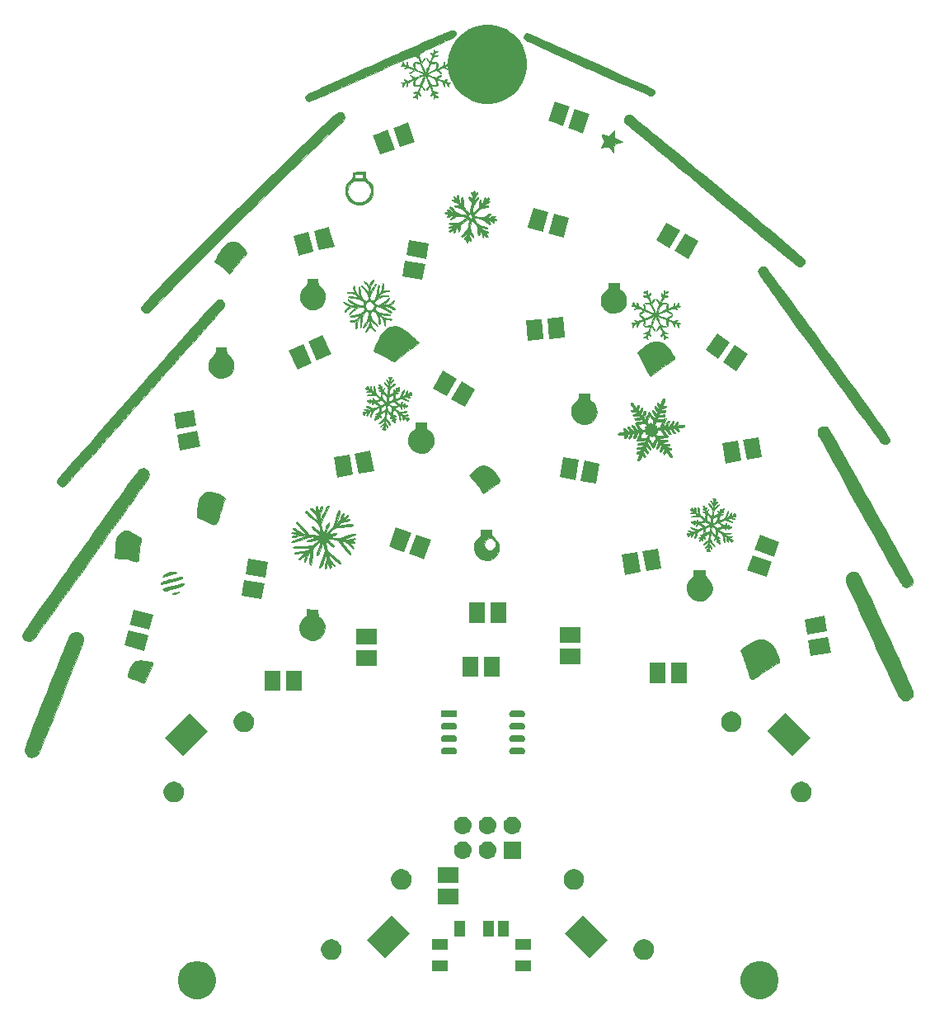
<source format=gbr>
G04 #@! TF.GenerationSoftware,KiCad,Pcbnew,(5.0.1)-rc2*
G04 #@! TF.CreationDate,2018-10-28T19:10:13+01:00*
G04 #@! TF.ProjectId,2D_xmas_tree01,32445F786D61735F7472656530312E6B,rev?*
G04 #@! TF.SameCoordinates,Original*
G04 #@! TF.FileFunction,Soldermask,Top*
G04 #@! TF.FilePolarity,Negative*
%FSLAX46Y46*%
G04 Gerber Fmt 4.6, Leading zero omitted, Abs format (unit mm)*
G04 Created by KiCad (PCBNEW (5.0.1)-rc2) date 28.10.2018 19:10:13*
%MOMM*%
%LPD*%
G01*
G04 APERTURE LIST*
%ADD10C,0.010000*%
%ADD11C,0.100000*%
G04 APERTURE END LIST*
D10*
G04 #@! TO.C,G\002A\002A\002A*
G36*
X106554573Y-109724546D02*
X106797312Y-109857556D01*
X106978369Y-110070628D01*
X107070720Y-110348613D01*
X107072644Y-110365059D01*
X107074537Y-110420533D01*
X107067691Y-110490865D01*
X107049408Y-110583260D01*
X107016990Y-110704920D01*
X106967738Y-110863047D01*
X106898954Y-111064844D01*
X106807940Y-111317513D01*
X106691996Y-111628258D01*
X106548425Y-112004281D01*
X106374528Y-112452784D01*
X106167607Y-112980970D01*
X105924963Y-113596042D01*
X105643898Y-114305203D01*
X105321714Y-115115654D01*
X104955711Y-116034599D01*
X104837168Y-116332000D01*
X104512965Y-117144421D01*
X104200551Y-117925684D01*
X103903316Y-118667407D01*
X103624646Y-119361208D01*
X103367931Y-119998706D01*
X103136556Y-120571518D01*
X102933910Y-121071264D01*
X102763381Y-121489561D01*
X102628356Y-121818028D01*
X102532223Y-122048283D01*
X102478371Y-122171945D01*
X102469932Y-122188848D01*
X102285165Y-122388316D01*
X102031830Y-122510204D01*
X101749044Y-122544266D01*
X101475923Y-122480252D01*
X101435222Y-122459946D01*
X101215172Y-122272745D01*
X101076001Y-122012799D01*
X101039542Y-121798261D01*
X101057779Y-121707533D01*
X101114986Y-121523977D01*
X101212153Y-121245002D01*
X101350271Y-120868018D01*
X101530332Y-120390435D01*
X101753325Y-119809661D01*
X102020242Y-119123107D01*
X102332074Y-118328180D01*
X102689811Y-117422292D01*
X103094444Y-116402851D01*
X103312261Y-115855750D01*
X103636894Y-115041950D01*
X103949514Y-114259956D01*
X104246770Y-113518056D01*
X104525310Y-112824539D01*
X104781784Y-112187693D01*
X105012840Y-111615807D01*
X105215127Y-111117169D01*
X105385293Y-110700067D01*
X105519988Y-110372790D01*
X105615860Y-110143626D01*
X105669557Y-110020865D01*
X105678519Y-110003345D01*
X105795147Y-109884604D01*
X105965103Y-109772801D01*
X105992142Y-109759311D01*
X106277175Y-109686748D01*
X106554573Y-109724546D01*
X106554573Y-109724546D01*
G37*
X106554573Y-109724546D02*
X106797312Y-109857556D01*
X106978369Y-110070628D01*
X107070720Y-110348613D01*
X107072644Y-110365059D01*
X107074537Y-110420533D01*
X107067691Y-110490865D01*
X107049408Y-110583260D01*
X107016990Y-110704920D01*
X106967738Y-110863047D01*
X106898954Y-111064844D01*
X106807940Y-111317513D01*
X106691996Y-111628258D01*
X106548425Y-112004281D01*
X106374528Y-112452784D01*
X106167607Y-112980970D01*
X105924963Y-113596042D01*
X105643898Y-114305203D01*
X105321714Y-115115654D01*
X104955711Y-116034599D01*
X104837168Y-116332000D01*
X104512965Y-117144421D01*
X104200551Y-117925684D01*
X103903316Y-118667407D01*
X103624646Y-119361208D01*
X103367931Y-119998706D01*
X103136556Y-120571518D01*
X102933910Y-121071264D01*
X102763381Y-121489561D01*
X102628356Y-121818028D01*
X102532223Y-122048283D01*
X102478371Y-122171945D01*
X102469932Y-122188848D01*
X102285165Y-122388316D01*
X102031830Y-122510204D01*
X101749044Y-122544266D01*
X101475923Y-122480252D01*
X101435222Y-122459946D01*
X101215172Y-122272745D01*
X101076001Y-122012799D01*
X101039542Y-121798261D01*
X101057779Y-121707533D01*
X101114986Y-121523977D01*
X101212153Y-121245002D01*
X101350271Y-120868018D01*
X101530332Y-120390435D01*
X101753325Y-119809661D01*
X102020242Y-119123107D01*
X102332074Y-118328180D01*
X102689811Y-117422292D01*
X103094444Y-116402851D01*
X103312261Y-115855750D01*
X103636894Y-115041950D01*
X103949514Y-114259956D01*
X104246770Y-113518056D01*
X104525310Y-112824539D01*
X104781784Y-112187693D01*
X105012840Y-111615807D01*
X105215127Y-111117169D01*
X105385293Y-110700067D01*
X105519988Y-110372790D01*
X105615860Y-110143626D01*
X105669557Y-110020865D01*
X105678519Y-110003345D01*
X105795147Y-109884604D01*
X105965103Y-109772801D01*
X105992142Y-109759311D01*
X106277175Y-109686748D01*
X106554573Y-109724546D01*
G36*
X186279755Y-103532103D02*
X186544682Y-103640808D01*
X186659769Y-103736195D01*
X186717373Y-103826302D01*
X186825604Y-104028794D01*
X186982849Y-104340298D01*
X187187497Y-104757441D01*
X187437935Y-105276848D01*
X187732553Y-105895145D01*
X188069737Y-106608960D01*
X188447877Y-107414919D01*
X188865359Y-108309648D01*
X189320573Y-109289773D01*
X189552895Y-109791500D01*
X190010250Y-110779831D01*
X190417171Y-111659446D01*
X190776154Y-112437073D01*
X191089697Y-113119440D01*
X191360299Y-113713275D01*
X191590455Y-114225305D01*
X191782664Y-114662258D01*
X191939422Y-115030862D01*
X192063228Y-115337844D01*
X192156579Y-115589933D01*
X192221973Y-115793855D01*
X192261905Y-115956340D01*
X192278875Y-116084114D01*
X192275380Y-116183905D01*
X192253916Y-116262442D01*
X192216982Y-116326451D01*
X192167075Y-116382660D01*
X192106692Y-116437798D01*
X192041557Y-116495629D01*
X191864841Y-116635820D01*
X191703363Y-116698879D01*
X191533557Y-116710749D01*
X191326056Y-116690608D01*
X191150144Y-116643459D01*
X191119327Y-116628847D01*
X190969486Y-116514884D01*
X190887892Y-116423539D01*
X190844587Y-116342217D01*
X190753147Y-116155334D01*
X190617917Y-115872319D01*
X190443241Y-115502602D01*
X190233462Y-115055610D01*
X189992925Y-114540772D01*
X189725973Y-113967517D01*
X189436951Y-113345274D01*
X189130201Y-112683470D01*
X188810069Y-111991536D01*
X188480898Y-111278900D01*
X188147032Y-110554989D01*
X187812814Y-109829234D01*
X187482589Y-109111062D01*
X187160701Y-108409902D01*
X186851493Y-107735183D01*
X186559310Y-107096334D01*
X186288495Y-106502783D01*
X186043393Y-105963959D01*
X185828346Y-105489290D01*
X185647700Y-105088206D01*
X185505797Y-104770134D01*
X185406983Y-104544505D01*
X185355600Y-104420745D01*
X185349256Y-104401658D01*
X185358391Y-104162486D01*
X185457935Y-103913278D01*
X185625118Y-103701618D01*
X185718553Y-103629910D01*
X185991492Y-103527015D01*
X186279755Y-103532103D01*
X186279755Y-103532103D01*
G37*
X186279755Y-103532103D02*
X186544682Y-103640808D01*
X186659769Y-103736195D01*
X186717373Y-103826302D01*
X186825604Y-104028794D01*
X186982849Y-104340298D01*
X187187497Y-104757441D01*
X187437935Y-105276848D01*
X187732553Y-105895145D01*
X188069737Y-106608960D01*
X188447877Y-107414919D01*
X188865359Y-108309648D01*
X189320573Y-109289773D01*
X189552895Y-109791500D01*
X190010250Y-110779831D01*
X190417171Y-111659446D01*
X190776154Y-112437073D01*
X191089697Y-113119440D01*
X191360299Y-113713275D01*
X191590455Y-114225305D01*
X191782664Y-114662258D01*
X191939422Y-115030862D01*
X192063228Y-115337844D01*
X192156579Y-115589933D01*
X192221973Y-115793855D01*
X192261905Y-115956340D01*
X192278875Y-116084114D01*
X192275380Y-116183905D01*
X192253916Y-116262442D01*
X192216982Y-116326451D01*
X192167075Y-116382660D01*
X192106692Y-116437798D01*
X192041557Y-116495629D01*
X191864841Y-116635820D01*
X191703363Y-116698879D01*
X191533557Y-116710749D01*
X191326056Y-116690608D01*
X191150144Y-116643459D01*
X191119327Y-116628847D01*
X190969486Y-116514884D01*
X190887892Y-116423539D01*
X190844587Y-116342217D01*
X190753147Y-116155334D01*
X190617917Y-115872319D01*
X190443241Y-115502602D01*
X190233462Y-115055610D01*
X189992925Y-114540772D01*
X189725973Y-113967517D01*
X189436951Y-113345274D01*
X189130201Y-112683470D01*
X188810069Y-111991536D01*
X188480898Y-111278900D01*
X188147032Y-110554989D01*
X187812814Y-109829234D01*
X187482589Y-109111062D01*
X187160701Y-108409902D01*
X186851493Y-107735183D01*
X186559310Y-107096334D01*
X186288495Y-106502783D01*
X186043393Y-105963959D01*
X185828346Y-105489290D01*
X185647700Y-105088206D01*
X185505797Y-104770134D01*
X185406983Y-104544505D01*
X185355600Y-104420745D01*
X185349256Y-104401658D01*
X185358391Y-104162486D01*
X185457935Y-103913278D01*
X185625118Y-103701618D01*
X185718553Y-103629910D01*
X185991492Y-103527015D01*
X186279755Y-103532103D01*
G36*
X113270691Y-112632208D02*
X113557155Y-112668073D01*
X113821453Y-112719776D01*
X114035678Y-112781033D01*
X114171923Y-112845564D01*
X114206145Y-112892228D01*
X114182068Y-112981016D01*
X114115531Y-113156200D01*
X114016806Y-113394965D01*
X113896165Y-113674495D01*
X113763879Y-113971973D01*
X113630220Y-114264583D01*
X113505460Y-114529511D01*
X113399869Y-114743940D01*
X113323721Y-114885053D01*
X113288513Y-114930514D01*
X113194095Y-114903668D01*
X113031958Y-114840803D01*
X112943975Y-114802975D01*
X112744279Y-114720466D01*
X112478904Y-114618789D01*
X112202664Y-114518898D01*
X112181975Y-114511693D01*
X111949633Y-114428191D01*
X111764730Y-114356412D01*
X111659543Y-114309043D01*
X111649224Y-114302282D01*
X111645000Y-114225299D01*
X111680631Y-114061145D01*
X111746468Y-113839602D01*
X111832862Y-113590451D01*
X111930163Y-113343476D01*
X112028721Y-113128459D01*
X112030974Y-113124032D01*
X112160843Y-112896256D01*
X112292523Y-112748477D01*
X112457610Y-112664037D01*
X112687702Y-112626279D01*
X112989964Y-112618462D01*
X113270691Y-112632208D01*
X113270691Y-112632208D01*
G37*
X113270691Y-112632208D02*
X113557155Y-112668073D01*
X113821453Y-112719776D01*
X114035678Y-112781033D01*
X114171923Y-112845564D01*
X114206145Y-112892228D01*
X114182068Y-112981016D01*
X114115531Y-113156200D01*
X114016806Y-113394965D01*
X113896165Y-113674495D01*
X113763879Y-113971973D01*
X113630220Y-114264583D01*
X113505460Y-114529511D01*
X113399869Y-114743940D01*
X113323721Y-114885053D01*
X113288513Y-114930514D01*
X113194095Y-114903668D01*
X113031958Y-114840803D01*
X112943975Y-114802975D01*
X112744279Y-114720466D01*
X112478904Y-114618789D01*
X112202664Y-114518898D01*
X112181975Y-114511693D01*
X111949633Y-114428191D01*
X111764730Y-114356412D01*
X111659543Y-114309043D01*
X111649224Y-114302282D01*
X111645000Y-114225299D01*
X111680631Y-114061145D01*
X111746468Y-113839602D01*
X111832862Y-113590451D01*
X111930163Y-113343476D01*
X112028721Y-113128459D01*
X112030974Y-113124032D01*
X112160843Y-112896256D01*
X112292523Y-112748477D01*
X112457610Y-112664037D01*
X112687702Y-112626279D01*
X112989964Y-112618462D01*
X113270691Y-112632208D01*
G36*
X176921901Y-110466688D02*
X177196453Y-110566095D01*
X177461246Y-110703990D01*
X177664373Y-110856950D01*
X177685152Y-110878471D01*
X177841275Y-111077981D01*
X178002570Y-111333027D01*
X178159301Y-111621211D01*
X178301736Y-111920133D01*
X178420138Y-112207395D01*
X178504774Y-112460597D01*
X178545910Y-112657341D01*
X178533811Y-112775228D01*
X178517044Y-112792675D01*
X178431544Y-112843528D01*
X178262974Y-112943729D01*
X178037449Y-113077757D01*
X177832500Y-113199541D01*
X177529345Y-113388028D01*
X177174095Y-113621748D01*
X176815148Y-113868285D01*
X176553741Y-114055990D01*
X176299217Y-114240211D01*
X176079949Y-114392491D01*
X175916609Y-114498944D01*
X175829868Y-114545680D01*
X175823491Y-114546633D01*
X175717745Y-114524827D01*
X175668158Y-114512256D01*
X175596358Y-114434742D01*
X175507480Y-114241986D01*
X175405986Y-113943908D01*
X175392862Y-113900497D01*
X175303452Y-113615351D01*
X175184179Y-113254716D01*
X175049714Y-112862039D01*
X174914727Y-112480765D01*
X174896319Y-112429935D01*
X174574479Y-111544120D01*
X174841087Y-111314500D01*
X175213042Y-111030284D01*
X175614218Y-110785800D01*
X176015702Y-110594895D01*
X176388577Y-110471421D01*
X176689500Y-110429193D01*
X176921901Y-110466688D01*
X176921901Y-110466688D01*
G37*
X176921901Y-110466688D02*
X177196453Y-110566095D01*
X177461246Y-110703990D01*
X177664373Y-110856950D01*
X177685152Y-110878471D01*
X177841275Y-111077981D01*
X178002570Y-111333027D01*
X178159301Y-111621211D01*
X178301736Y-111920133D01*
X178420138Y-112207395D01*
X178504774Y-112460597D01*
X178545910Y-112657341D01*
X178533811Y-112775228D01*
X178517044Y-112792675D01*
X178431544Y-112843528D01*
X178262974Y-112943729D01*
X178037449Y-113077757D01*
X177832500Y-113199541D01*
X177529345Y-113388028D01*
X177174095Y-113621748D01*
X176815148Y-113868285D01*
X176553741Y-114055990D01*
X176299217Y-114240211D01*
X176079949Y-114392491D01*
X175916609Y-114498944D01*
X175829868Y-114545680D01*
X175823491Y-114546633D01*
X175717745Y-114524827D01*
X175668158Y-114512256D01*
X175596358Y-114434742D01*
X175507480Y-114241986D01*
X175405986Y-113943908D01*
X175392862Y-113900497D01*
X175303452Y-113615351D01*
X175184179Y-113254716D01*
X175049714Y-112862039D01*
X174914727Y-112480765D01*
X174896319Y-112429935D01*
X174574479Y-111544120D01*
X174841087Y-111314500D01*
X175213042Y-111030284D01*
X175614218Y-110785800D01*
X176015702Y-110594895D01*
X176388577Y-110471421D01*
X176689500Y-110429193D01*
X176921901Y-110466688D01*
G36*
X113451075Y-92959461D02*
X113637975Y-93096745D01*
X113772458Y-93287664D01*
X113833731Y-93514822D01*
X113800999Y-93760821D01*
X113758084Y-93858447D01*
X113705490Y-93939690D01*
X113584229Y-94116682D01*
X113399124Y-94382662D01*
X113155000Y-94730864D01*
X112856683Y-95154525D01*
X112508997Y-95646883D01*
X112116767Y-96201174D01*
X111684817Y-96810634D01*
X111217972Y-97468500D01*
X110721057Y-98168009D01*
X110198897Y-98902396D01*
X109656316Y-99664900D01*
X109098139Y-100448756D01*
X108529191Y-101247201D01*
X107954297Y-102053472D01*
X107378282Y-102860805D01*
X106805969Y-103662436D01*
X106242184Y-104451604D01*
X105691752Y-105221543D01*
X105159497Y-105965490D01*
X104650244Y-106676683D01*
X104168818Y-107348358D01*
X103720044Y-107973751D01*
X103308746Y-108546099D01*
X102939749Y-109058639D01*
X102617877Y-109504607D01*
X102347956Y-109877240D01*
X102134811Y-110169774D01*
X101983265Y-110375446D01*
X101898144Y-110487493D01*
X101882472Y-110505875D01*
X101643670Y-110648509D01*
X101375503Y-110672015D01*
X101117391Y-110585272D01*
X100947812Y-110428536D01*
X100839510Y-110201314D01*
X100815823Y-109954321D01*
X100818277Y-109935260D01*
X100857070Y-109866720D01*
X100964956Y-109701566D01*
X101137185Y-109446506D01*
X101369003Y-109108249D01*
X101655659Y-108693503D01*
X101992401Y-108208978D01*
X102374477Y-107661381D01*
X102797133Y-107057422D01*
X103255619Y-106403810D01*
X103745181Y-105707253D01*
X104261068Y-104974459D01*
X104798528Y-104212138D01*
X105352808Y-103426997D01*
X105919156Y-102625747D01*
X106492820Y-101815095D01*
X107069048Y-101001751D01*
X107643087Y-100192423D01*
X108210186Y-99393819D01*
X108765592Y-98612648D01*
X109304554Y-97855620D01*
X109822318Y-97129442D01*
X110314133Y-96440824D01*
X110775246Y-95796474D01*
X111200906Y-95203101D01*
X111586360Y-94667414D01*
X111926856Y-94196121D01*
X112217642Y-93795930D01*
X112453966Y-93473552D01*
X112631075Y-93235694D01*
X112744218Y-93089065D01*
X112783814Y-93043375D01*
X113003201Y-92915379D01*
X113232553Y-92893206D01*
X113451075Y-92959461D01*
X113451075Y-92959461D01*
G37*
X113451075Y-92959461D02*
X113637975Y-93096745D01*
X113772458Y-93287664D01*
X113833731Y-93514822D01*
X113800999Y-93760821D01*
X113758084Y-93858447D01*
X113705490Y-93939690D01*
X113584229Y-94116682D01*
X113399124Y-94382662D01*
X113155000Y-94730864D01*
X112856683Y-95154525D01*
X112508997Y-95646883D01*
X112116767Y-96201174D01*
X111684817Y-96810634D01*
X111217972Y-97468500D01*
X110721057Y-98168009D01*
X110198897Y-98902396D01*
X109656316Y-99664900D01*
X109098139Y-100448756D01*
X108529191Y-101247201D01*
X107954297Y-102053472D01*
X107378282Y-102860805D01*
X106805969Y-103662436D01*
X106242184Y-104451604D01*
X105691752Y-105221543D01*
X105159497Y-105965490D01*
X104650244Y-106676683D01*
X104168818Y-107348358D01*
X103720044Y-107973751D01*
X103308746Y-108546099D01*
X102939749Y-109058639D01*
X102617877Y-109504607D01*
X102347956Y-109877240D01*
X102134811Y-110169774D01*
X101983265Y-110375446D01*
X101898144Y-110487493D01*
X101882472Y-110505875D01*
X101643670Y-110648509D01*
X101375503Y-110672015D01*
X101117391Y-110585272D01*
X100947812Y-110428536D01*
X100839510Y-110201314D01*
X100815823Y-109954321D01*
X100818277Y-109935260D01*
X100857070Y-109866720D01*
X100964956Y-109701566D01*
X101137185Y-109446506D01*
X101369003Y-109108249D01*
X101655659Y-108693503D01*
X101992401Y-108208978D01*
X102374477Y-107661381D01*
X102797133Y-107057422D01*
X103255619Y-106403810D01*
X103745181Y-105707253D01*
X104261068Y-104974459D01*
X104798528Y-104212138D01*
X105352808Y-103426997D01*
X105919156Y-102625747D01*
X106492820Y-101815095D01*
X107069048Y-101001751D01*
X107643087Y-100192423D01*
X108210186Y-99393819D01*
X108765592Y-98612648D01*
X109304554Y-97855620D01*
X109822318Y-97129442D01*
X110314133Y-96440824D01*
X110775246Y-95796474D01*
X111200906Y-95203101D01*
X111586360Y-94667414D01*
X111926856Y-94196121D01*
X112217642Y-93795930D01*
X112453966Y-93473552D01*
X112631075Y-93235694D01*
X112744218Y-93089065D01*
X112783814Y-93043375D01*
X113003201Y-92915379D01*
X113232553Y-92893206D01*
X113451075Y-92959461D01*
G36*
X130572625Y-107391902D02*
X131128250Y-107410250D01*
X131147028Y-107731648D01*
X131168877Y-107934195D01*
X131218835Y-108055876D01*
X131318788Y-108142669D01*
X131352526Y-108163346D01*
X131578087Y-108362643D01*
X131754684Y-108647274D01*
X131863093Y-108979107D01*
X131888133Y-109225803D01*
X131829516Y-109600991D01*
X131666997Y-109932580D01*
X131420572Y-110204865D01*
X131110236Y-110402143D01*
X130755987Y-110508708D01*
X130377821Y-110508855D01*
X130278826Y-110489708D01*
X130093663Y-110420718D01*
X129882316Y-110307100D01*
X129808231Y-110258248D01*
X129543795Y-110002150D01*
X129370231Y-109688454D01*
X129287989Y-109342552D01*
X129297519Y-108989838D01*
X129399271Y-108655704D01*
X129593696Y-108365543D01*
X129771949Y-108211184D01*
X129913339Y-108103617D01*
X129984956Y-108002362D01*
X130010843Y-107857701D01*
X130014590Y-107709402D01*
X130017000Y-107373555D01*
X130572625Y-107391902D01*
X130572625Y-107391902D01*
G37*
X130572625Y-107391902D02*
X131128250Y-107410250D01*
X131147028Y-107731648D01*
X131168877Y-107934195D01*
X131218835Y-108055876D01*
X131318788Y-108142669D01*
X131352526Y-108163346D01*
X131578087Y-108362643D01*
X131754684Y-108647274D01*
X131863093Y-108979107D01*
X131888133Y-109225803D01*
X131829516Y-109600991D01*
X131666997Y-109932580D01*
X131420572Y-110204865D01*
X131110236Y-110402143D01*
X130755987Y-110508708D01*
X130377821Y-110508855D01*
X130278826Y-110489708D01*
X130093663Y-110420718D01*
X129882316Y-110307100D01*
X129808231Y-110258248D01*
X129543795Y-110002150D01*
X129370231Y-109688454D01*
X129287989Y-109342552D01*
X129297519Y-108989838D01*
X129399271Y-108655704D01*
X129593696Y-108365543D01*
X129771949Y-108211184D01*
X129913339Y-108103617D01*
X129984956Y-108002362D01*
X130010843Y-107857701D01*
X130014590Y-107709402D01*
X130017000Y-107373555D01*
X130572625Y-107391902D01*
G36*
X170911000Y-103663546D02*
X170920164Y-103826996D01*
X170961929Y-103953489D01*
X171057702Y-104083381D01*
X171222582Y-104250921D01*
X171452454Y-104510560D01*
X171585126Y-104757766D01*
X171609586Y-104835832D01*
X171656407Y-105227995D01*
X171592834Y-105590327D01*
X171434474Y-105908893D01*
X171196936Y-106169761D01*
X170895825Y-106358998D01*
X170546748Y-106462671D01*
X170165315Y-106466846D01*
X169863250Y-106394854D01*
X169569341Y-106230360D01*
X169320684Y-105975839D01*
X169136103Y-105663335D01*
X169034424Y-105324889D01*
X169034469Y-104992545D01*
X169035651Y-104986104D01*
X169129840Y-104666597D01*
X169294897Y-104403222D01*
X169512334Y-104187906D01*
X169665291Y-104044635D01*
X169741190Y-103922396D01*
X169766285Y-103768365D01*
X169768000Y-103673533D01*
X169768000Y-103378000D01*
X170911000Y-103378000D01*
X170911000Y-103663546D01*
X170911000Y-103663546D01*
G37*
X170911000Y-103663546D02*
X170920164Y-103826996D01*
X170961929Y-103953489D01*
X171057702Y-104083381D01*
X171222582Y-104250921D01*
X171452454Y-104510560D01*
X171585126Y-104757766D01*
X171609586Y-104835832D01*
X171656407Y-105227995D01*
X171592834Y-105590327D01*
X171434474Y-105908893D01*
X171196936Y-106169761D01*
X170895825Y-106358998D01*
X170546748Y-106462671D01*
X170165315Y-106466846D01*
X169863250Y-106394854D01*
X169569341Y-106230360D01*
X169320684Y-105975839D01*
X169136103Y-105663335D01*
X169034424Y-105324889D01*
X169034469Y-104992545D01*
X169035651Y-104986104D01*
X169129840Y-104666597D01*
X169294897Y-104403222D01*
X169512334Y-104187906D01*
X169665291Y-104044635D01*
X169741190Y-103922396D01*
X169766285Y-103768365D01*
X169768000Y-103673533D01*
X169768000Y-103378000D01*
X170911000Y-103378000D01*
X170911000Y-103663546D01*
G36*
X116894334Y-105605006D02*
X116783481Y-105662298D01*
X116623545Y-105720503D01*
X116451959Y-105766245D01*
X116306157Y-105786146D01*
X116291403Y-105786146D01*
X116197171Y-105778774D01*
X116195912Y-105758538D01*
X116297931Y-105718853D01*
X116487774Y-105660712D01*
X116696832Y-105602964D01*
X116851643Y-105567503D01*
X116918670Y-105562003D01*
X116894334Y-105605006D01*
X116894334Y-105605006D01*
G37*
X116894334Y-105605006D02*
X116783481Y-105662298D01*
X116623545Y-105720503D01*
X116451959Y-105766245D01*
X116306157Y-105786146D01*
X116291403Y-105786146D01*
X116197171Y-105778774D01*
X116195912Y-105758538D01*
X116297931Y-105718853D01*
X116487774Y-105660712D01*
X116696832Y-105602964D01*
X116851643Y-105567503D01*
X116918670Y-105562003D01*
X116894334Y-105605006D01*
G36*
X117371848Y-104754592D02*
X117339895Y-104845992D01*
X117289170Y-104909982D01*
X117184233Y-104974168D01*
X117007081Y-105046012D01*
X116739714Y-105132977D01*
X116425045Y-105225224D01*
X116050001Y-105331226D01*
X115777164Y-105404022D01*
X115586787Y-105445852D01*
X115459123Y-105458958D01*
X115374427Y-105445582D01*
X115312953Y-105407966D01*
X115262886Y-105357148D01*
X115230844Y-105314192D01*
X115231078Y-105276566D01*
X115278637Y-105238044D01*
X115388574Y-105192403D01*
X115575938Y-105133420D01*
X115855780Y-105054870D01*
X116243150Y-104950529D01*
X116251718Y-104948238D01*
X116604834Y-104855663D01*
X116913611Y-104778220D01*
X117158001Y-104720651D01*
X117317961Y-104687697D01*
X117373148Y-104682982D01*
X117371848Y-104754592D01*
X117371848Y-104754592D01*
G37*
X117371848Y-104754592D02*
X117339895Y-104845992D01*
X117289170Y-104909982D01*
X117184233Y-104974168D01*
X117007081Y-105046012D01*
X116739714Y-105132977D01*
X116425045Y-105225224D01*
X116050001Y-105331226D01*
X115777164Y-105404022D01*
X115586787Y-105445852D01*
X115459123Y-105458958D01*
X115374427Y-105445582D01*
X115312953Y-105407966D01*
X115262886Y-105357148D01*
X115230844Y-105314192D01*
X115231078Y-105276566D01*
X115278637Y-105238044D01*
X115388574Y-105192403D01*
X115575938Y-105133420D01*
X115855780Y-105054870D01*
X116243150Y-104950529D01*
X116251718Y-104948238D01*
X116604834Y-104855663D01*
X116913611Y-104778220D01*
X117158001Y-104720651D01*
X117317961Y-104687697D01*
X117373148Y-104682982D01*
X117371848Y-104754592D01*
G36*
X183345788Y-88613973D02*
X183516088Y-88688305D01*
X183524857Y-88695036D01*
X183566451Y-88758553D01*
X183665316Y-88925369D01*
X183817116Y-89187729D01*
X184017517Y-89537874D01*
X184262183Y-89968048D01*
X184546779Y-90470493D01*
X184866970Y-91037452D01*
X185218420Y-91661169D01*
X185596795Y-92333886D01*
X185997759Y-93047845D01*
X186416977Y-93795290D01*
X186850114Y-94568464D01*
X187292835Y-95359610D01*
X187740805Y-96160969D01*
X188189687Y-96964786D01*
X188635148Y-97763303D01*
X189072851Y-98548762D01*
X189498463Y-99313408D01*
X189907647Y-100049481D01*
X190296068Y-100749227D01*
X190659391Y-101404886D01*
X190993282Y-102008703D01*
X191293404Y-102552919D01*
X191555422Y-103029778D01*
X191775002Y-103431523D01*
X191947808Y-103750397D01*
X192069506Y-103978642D01*
X192110721Y-104058095D01*
X192225337Y-104358919D01*
X192231069Y-104611646D01*
X192127068Y-104834946D01*
X192072375Y-104901155D01*
X191839801Y-105075112D01*
X191577078Y-105128772D01*
X191317941Y-105066986D01*
X191284540Y-105044921D01*
X191241418Y-105001625D01*
X191185501Y-104931742D01*
X191113713Y-104829917D01*
X191022980Y-104690793D01*
X190910227Y-104509016D01*
X190772379Y-104279228D01*
X190606362Y-103996076D01*
X190409100Y-103654202D01*
X190177518Y-103248251D01*
X189908542Y-102772867D01*
X189599096Y-102222696D01*
X189246107Y-101592380D01*
X188846498Y-100876564D01*
X188397196Y-100069893D01*
X187895125Y-99167011D01*
X187337210Y-98162562D01*
X186850767Y-97286171D01*
X186341539Y-96368112D01*
X185848685Y-95478785D01*
X185375790Y-94624696D01*
X184926439Y-93812353D01*
X184504217Y-93048264D01*
X184112710Y-92338936D01*
X183755502Y-91690876D01*
X183436178Y-91110592D01*
X183158324Y-90604591D01*
X182925525Y-90179380D01*
X182741365Y-89841468D01*
X182609430Y-89597361D01*
X182533306Y-89453567D01*
X182515506Y-89417123D01*
X182478527Y-89160540D01*
X182548963Y-88923100D01*
X182707432Y-88731162D01*
X182934554Y-88611084D01*
X183128147Y-88583911D01*
X183345788Y-88613973D01*
X183345788Y-88613973D01*
G37*
X183345788Y-88613973D02*
X183516088Y-88688305D01*
X183524857Y-88695036D01*
X183566451Y-88758553D01*
X183665316Y-88925369D01*
X183817116Y-89187729D01*
X184017517Y-89537874D01*
X184262183Y-89968048D01*
X184546779Y-90470493D01*
X184866970Y-91037452D01*
X185218420Y-91661169D01*
X185596795Y-92333886D01*
X185997759Y-93047845D01*
X186416977Y-93795290D01*
X186850114Y-94568464D01*
X187292835Y-95359610D01*
X187740805Y-96160969D01*
X188189687Y-96964786D01*
X188635148Y-97763303D01*
X189072851Y-98548762D01*
X189498463Y-99313408D01*
X189907647Y-100049481D01*
X190296068Y-100749227D01*
X190659391Y-101404886D01*
X190993282Y-102008703D01*
X191293404Y-102552919D01*
X191555422Y-103029778D01*
X191775002Y-103431523D01*
X191947808Y-103750397D01*
X192069506Y-103978642D01*
X192110721Y-104058095D01*
X192225337Y-104358919D01*
X192231069Y-104611646D01*
X192127068Y-104834946D01*
X192072375Y-104901155D01*
X191839801Y-105075112D01*
X191577078Y-105128772D01*
X191317941Y-105066986D01*
X191284540Y-105044921D01*
X191241418Y-105001625D01*
X191185501Y-104931742D01*
X191113713Y-104829917D01*
X191022980Y-104690793D01*
X190910227Y-104509016D01*
X190772379Y-104279228D01*
X190606362Y-103996076D01*
X190409100Y-103654202D01*
X190177518Y-103248251D01*
X189908542Y-102772867D01*
X189599096Y-102222696D01*
X189246107Y-101592380D01*
X188846498Y-100876564D01*
X188397196Y-100069893D01*
X187895125Y-99167011D01*
X187337210Y-98162562D01*
X186850767Y-97286171D01*
X186341539Y-96368112D01*
X185848685Y-95478785D01*
X185375790Y-94624696D01*
X184926439Y-93812353D01*
X184504217Y-93048264D01*
X184112710Y-92338936D01*
X183755502Y-91690876D01*
X183436178Y-91110592D01*
X183158324Y-90604591D01*
X182925525Y-90179380D01*
X182741365Y-89841468D01*
X182609430Y-89597361D01*
X182533306Y-89453567D01*
X182515506Y-89417123D01*
X182478527Y-89160540D01*
X182548963Y-88923100D01*
X182707432Y-88731162D01*
X182934554Y-88611084D01*
X183128147Y-88583911D01*
X183345788Y-88613973D01*
G36*
X117205374Y-104066474D02*
X117247654Y-104148904D01*
X117237739Y-104176927D01*
X117164954Y-104207940D01*
X116994144Y-104264629D01*
X116749818Y-104339281D01*
X116456483Y-104424179D01*
X116416472Y-104435441D01*
X116086759Y-104528249D01*
X115771473Y-104617524D01*
X115506901Y-104692960D01*
X115332625Y-104743283D01*
X115153610Y-104792677D01*
X115064698Y-104799871D01*
X115034461Y-104759536D01*
X115031390Y-104692202D01*
X115041249Y-104638651D01*
X115081778Y-104591054D01*
X115169902Y-104542679D01*
X115322543Y-104486793D01*
X115556626Y-104416663D01*
X115889074Y-104325557D01*
X116082873Y-104273907D01*
X116499881Y-104166365D01*
X116808302Y-104094479D01*
X117020733Y-104055919D01*
X117149775Y-104048357D01*
X117205374Y-104066474D01*
X117205374Y-104066474D01*
G37*
X117205374Y-104066474D02*
X117247654Y-104148904D01*
X117237739Y-104176927D01*
X117164954Y-104207940D01*
X116994144Y-104264629D01*
X116749818Y-104339281D01*
X116456483Y-104424179D01*
X116416472Y-104435441D01*
X116086759Y-104528249D01*
X115771473Y-104617524D01*
X115506901Y-104692960D01*
X115332625Y-104743283D01*
X115153610Y-104792677D01*
X115064698Y-104799871D01*
X115034461Y-104759536D01*
X115031390Y-104692202D01*
X115041249Y-104638651D01*
X115081778Y-104591054D01*
X115169902Y-104542679D01*
X115322543Y-104486793D01*
X115556626Y-104416663D01*
X115889074Y-104325557D01*
X116082873Y-104273907D01*
X116499881Y-104166365D01*
X116808302Y-104094479D01*
X117020733Y-104055919D01*
X117149775Y-104048357D01*
X117205374Y-104066474D01*
G36*
X116375497Y-103531110D02*
X116533997Y-103562072D01*
X116614929Y-103608439D01*
X116618403Y-103621170D01*
X116561098Y-103654192D01*
X116405484Y-103711852D01*
X116175892Y-103785792D01*
X115919903Y-103861108D01*
X115644732Y-103934467D01*
X115420626Y-103985837D01*
X115271619Y-104010285D01*
X115221500Y-104004382D01*
X115274526Y-103921002D01*
X115410255Y-103811467D01*
X115593657Y-103697252D01*
X115789707Y-103599833D01*
X115963374Y-103540685D01*
X115984497Y-103536581D01*
X116179106Y-103520849D01*
X116375497Y-103531110D01*
X116375497Y-103531110D01*
G37*
X116375497Y-103531110D02*
X116533997Y-103562072D01*
X116614929Y-103608439D01*
X116618403Y-103621170D01*
X116561098Y-103654192D01*
X116405484Y-103711852D01*
X116175892Y-103785792D01*
X115919903Y-103861108D01*
X115644732Y-103934467D01*
X115420626Y-103985837D01*
X115271619Y-104010285D01*
X115221500Y-104004382D01*
X115274526Y-103921002D01*
X115410255Y-103811467D01*
X115593657Y-103697252D01*
X115789707Y-103599833D01*
X115963374Y-103540685D01*
X115984497Y-103536581D01*
X116179106Y-103520849D01*
X116375497Y-103531110D01*
G36*
X132292776Y-96722819D02*
X132303000Y-96732948D01*
X132277192Y-96795055D01*
X132206064Y-96951365D01*
X132099057Y-97181493D01*
X131965613Y-97465056D01*
X131890250Y-97624037D01*
X131745890Y-97933971D01*
X131623556Y-98208295D01*
X131532914Y-98424409D01*
X131483629Y-98559712D01*
X131477500Y-98589178D01*
X131491920Y-98728633D01*
X131529130Y-98921150D01*
X131580050Y-99132539D01*
X131635602Y-99328609D01*
X131686709Y-99475170D01*
X131724292Y-99538034D01*
X131729326Y-99537593D01*
X131772045Y-99466906D01*
X131842054Y-99305519D01*
X131926772Y-99083309D01*
X131959852Y-98990147D01*
X132081534Y-98678720D01*
X132187864Y-98489874D01*
X132281117Y-98420420D01*
X132346818Y-98447652D01*
X132341723Y-98519815D01*
X132294380Y-98677890D01*
X132214236Y-98891782D01*
X132185330Y-98962047D01*
X132092034Y-99192386D01*
X132022002Y-99380679D01*
X131987266Y-99494082D01*
X131985500Y-99507503D01*
X132028165Y-99501214D01*
X132141659Y-99423505D01*
X132304230Y-99289892D01*
X132361255Y-99239489D01*
X132521170Y-99093001D01*
X132634559Y-98972283D01*
X132717770Y-98847315D01*
X132787149Y-98688077D01*
X132859042Y-98464548D01*
X132942837Y-98171412D01*
X133054116Y-97784259D01*
X133140143Y-97506237D01*
X133206460Y-97323270D01*
X133258610Y-97221278D01*
X133302137Y-97186184D01*
X133328285Y-97192488D01*
X133376507Y-97283572D01*
X133366432Y-97466272D01*
X133296988Y-97747558D01*
X133195958Y-98053939D01*
X133115848Y-98292276D01*
X133060108Y-98481754D01*
X133036868Y-98593547D01*
X133038972Y-98610639D01*
X133106423Y-98601156D01*
X133207243Y-98494071D01*
X133327240Y-98309542D01*
X133452226Y-98067726D01*
X133505096Y-97948486D01*
X133604441Y-97732525D01*
X133695779Y-97567570D01*
X133761474Y-97484934D01*
X133768107Y-97481547D01*
X133806538Y-97475328D01*
X133819678Y-97506142D01*
X133804925Y-97597986D01*
X133759675Y-97774855D01*
X133720865Y-97917000D01*
X133677237Y-98075750D01*
X133906632Y-97901125D01*
X134102279Y-97770088D01*
X134226013Y-97721616D01*
X134268133Y-97751127D01*
X134218941Y-97854037D01*
X134100869Y-97992900D01*
X134002716Y-98113653D01*
X134008586Y-98165065D01*
X134120526Y-98148942D01*
X134233368Y-98109926D01*
X134368031Y-98085179D01*
X134435462Y-98119640D01*
X134409933Y-98194206D01*
X134381925Y-98220236D01*
X134279608Y-98268117D01*
X134097963Y-98325044D01*
X133940924Y-98363909D01*
X133616545Y-98472859D01*
X133415553Y-98614139D01*
X133252508Y-98784321D01*
X133936629Y-98674600D01*
X134247173Y-98627393D01*
X134457183Y-98603622D01*
X134590808Y-98602591D01*
X134672198Y-98623600D01*
X134712220Y-98652178D01*
X134771920Y-98737955D01*
X134768652Y-98774514D01*
X134688349Y-98800072D01*
X134512259Y-98830288D01*
X134271339Y-98861746D01*
X133996543Y-98891030D01*
X133718830Y-98914725D01*
X133469154Y-98929416D01*
X133336660Y-98932518D01*
X133168788Y-98938238D01*
X133039274Y-98966361D01*
X132913147Y-99034199D01*
X132755435Y-99159064D01*
X132598090Y-99298125D01*
X132417008Y-99464211D01*
X132281483Y-99595489D01*
X132212200Y-99671609D01*
X132207739Y-99682143D01*
X132273030Y-99678661D01*
X132427591Y-99651146D01*
X132627360Y-99607936D01*
X132842031Y-99564686D01*
X133006981Y-99543149D01*
X133082509Y-99547071D01*
X133104073Y-99610053D01*
X133023808Y-99690439D01*
X132862521Y-99772632D01*
X132715696Y-99822014D01*
X132555586Y-99878177D01*
X132468776Y-99931282D01*
X132463571Y-99951946D01*
X132538446Y-99984475D01*
X132702678Y-100019139D01*
X132896246Y-100045522D01*
X133074276Y-100059579D01*
X133236551Y-100056237D01*
X133413242Y-100030181D01*
X133634520Y-99976096D01*
X133930556Y-99888667D01*
X134117006Y-99830482D01*
X134449769Y-99731065D01*
X134718783Y-99661426D01*
X134905681Y-99625783D01*
X134992098Y-99628349D01*
X134993284Y-99629384D01*
X134996423Y-99673923D01*
X134919329Y-99731962D01*
X134750850Y-99808749D01*
X134479834Y-99909534D01*
X134184815Y-100009934D01*
X133950886Y-100095882D01*
X133835029Y-100160141D01*
X133830867Y-100206357D01*
X133835565Y-100209637D01*
X134028339Y-100261673D01*
X134306121Y-100233209D01*
X134543476Y-100166119D01*
X134740639Y-100111373D01*
X134902753Y-100087633D01*
X134951662Y-100090322D01*
X135004696Y-100118641D01*
X134963210Y-100172939D01*
X134852459Y-100247887D01*
X134722345Y-100334623D01*
X134691058Y-100382120D01*
X134747539Y-100414808D01*
X134773084Y-100423213D01*
X134892583Y-100485054D01*
X134899687Y-100541831D01*
X134807929Y-100572013D01*
X134684250Y-100564550D01*
X134538250Y-100547183D01*
X134464262Y-100550761D01*
X134462000Y-100554032D01*
X134500120Y-100612409D01*
X134596998Y-100731943D01*
X134661940Y-100807300D01*
X134776896Y-100962208D01*
X134814004Y-101069088D01*
X134804284Y-101092615D01*
X134748906Y-101122926D01*
X134678503Y-101096213D01*
X134574487Y-100998193D01*
X134418269Y-100814582D01*
X134378275Y-100765279D01*
X134190182Y-100564558D01*
X134015411Y-100456549D01*
X133913565Y-100427810D01*
X133756395Y-100407860D01*
X133661407Y-100413516D01*
X133654757Y-100417575D01*
X133678086Y-100477218D01*
X133767255Y-100610928D01*
X133906225Y-100795694D01*
X134000565Y-100913795D01*
X134175671Y-101133735D01*
X134325579Y-101331232D01*
X134427472Y-101475833D01*
X134452069Y-101516450D01*
X134518163Y-101667256D01*
X134513893Y-101729849D01*
X134450030Y-101713723D01*
X134337342Y-101628373D01*
X134186598Y-101483291D01*
X134008567Y-101287972D01*
X133814019Y-101051909D01*
X133613723Y-100784597D01*
X133599992Y-100765280D01*
X133256132Y-100279810D01*
X132678062Y-100173575D01*
X132423163Y-100129843D01*
X132219629Y-100100786D01*
X132096523Y-100090261D01*
X132073929Y-100093404D01*
X132105877Y-100143858D01*
X132213845Y-100254819D01*
X132376695Y-100405003D01*
X132429432Y-100451344D01*
X132647930Y-100658080D01*
X132777266Y-100818021D01*
X132812525Y-100922944D01*
X132748790Y-100964626D01*
X132736551Y-100965000D01*
X132655867Y-100925726D01*
X132510083Y-100821810D01*
X132328006Y-100674112D01*
X132292051Y-100643139D01*
X132118848Y-100499523D01*
X131989031Y-100405276D01*
X131925070Y-100376292D01*
X131922000Y-100381350D01*
X131935187Y-100469104D01*
X131969943Y-100644406D01*
X132019055Y-100871105D01*
X132024700Y-100896191D01*
X132079815Y-101121505D01*
X132139017Y-101281117D01*
X132226617Y-101413242D01*
X132366932Y-101556094D01*
X132544780Y-101713605D01*
X132875463Y-102002028D01*
X133120544Y-102219430D01*
X133291096Y-102377147D01*
X133398192Y-102486516D01*
X133452908Y-102558874D01*
X133466316Y-102605555D01*
X133449490Y-102637898D01*
X133448572Y-102638827D01*
X133409136Y-102663592D01*
X133354163Y-102656753D01*
X133267821Y-102607437D01*
X133134280Y-102504774D01*
X132937709Y-102337892D01*
X132677142Y-102109062D01*
X132283308Y-101760874D01*
X132329482Y-102013812D01*
X132416529Y-102249176D01*
X132601700Y-102496402D01*
X132656828Y-102554681D01*
X132822993Y-102739797D01*
X132915375Y-102873247D01*
X132932035Y-102944018D01*
X132871032Y-102941095D01*
X132730429Y-102853461D01*
X132706233Y-102835296D01*
X132474466Y-102658519D01*
X132515676Y-102822713D01*
X132531625Y-102993144D01*
X132499889Y-103129528D01*
X132431092Y-103187439D01*
X132428458Y-103187500D01*
X132378253Y-103133482D01*
X132306993Y-102995606D01*
X132264228Y-102892200D01*
X132193715Y-102730297D01*
X132139679Y-102677706D01*
X132092148Y-102739367D01*
X132041146Y-102920219D01*
X132020570Y-103012875D01*
X131967653Y-103148232D01*
X131906438Y-103181556D01*
X131864126Y-103108486D01*
X131858500Y-103038842D01*
X131876789Y-102890942D01*
X131923197Y-102684556D01*
X131953062Y-102578467D01*
X132009307Y-102359948D01*
X132043542Y-102163215D01*
X132048312Y-102095872D01*
X132034375Y-101939342D01*
X131991821Y-101904431D01*
X131922169Y-101989386D01*
X131826939Y-102192452D01*
X131720871Y-102474026D01*
X131595301Y-102803904D01*
X131492530Y-103013510D01*
X131410389Y-103107094D01*
X131395316Y-103112452D01*
X131332850Y-103114498D01*
X131302153Y-103080603D01*
X131306692Y-102995314D01*
X131349933Y-102843178D01*
X131435346Y-102608745D01*
X131566395Y-102276561D01*
X131603637Y-102184012D01*
X131918692Y-101402774D01*
X131812819Y-100961637D01*
X131743213Y-100700972D01*
X131686451Y-100560856D01*
X131638268Y-100535993D01*
X131594399Y-100621089D01*
X131580076Y-100672664D01*
X131524650Y-100857760D01*
X131443672Y-101085981D01*
X131349385Y-101327765D01*
X131254028Y-101553547D01*
X131169842Y-101733764D01*
X131109069Y-101838854D01*
X131090941Y-101854000D01*
X131040942Y-101800114D01*
X131040167Y-101654599D01*
X131085781Y-101441660D01*
X131166895Y-101205475D01*
X131261022Y-100964937D01*
X131350863Y-100728149D01*
X131387848Y-100627315D01*
X131474907Y-100384881D01*
X131238078Y-100575115D01*
X130972624Y-100791616D01*
X130791461Y-100954402D01*
X130678506Y-101087566D01*
X130617674Y-101215201D01*
X130592882Y-101361397D01*
X130588048Y-101548795D01*
X130579850Y-101935366D01*
X130557795Y-102273061D01*
X130524321Y-102543088D01*
X130481865Y-102726661D01*
X130432866Y-102804988D01*
X130424846Y-102806500D01*
X130351266Y-102774640D01*
X130309075Y-102669417D01*
X130296637Y-102476364D01*
X130312317Y-102181012D01*
X130331337Y-101979314D01*
X130355460Y-101718854D01*
X130369456Y-101510278D01*
X130371649Y-101382676D01*
X130367170Y-101357503D01*
X130316603Y-101379133D01*
X130242402Y-101491745D01*
X130159074Y-101665186D01*
X130081127Y-101869301D01*
X130023583Y-102071634D01*
X129962585Y-102279450D01*
X129889065Y-102441834D01*
X129844294Y-102499967D01*
X129784029Y-102538424D01*
X129761772Y-102504674D01*
X129770700Y-102376601D01*
X129781253Y-102295629D01*
X129815758Y-102090525D01*
X129855237Y-101922116D01*
X129868099Y-101882879D01*
X129866253Y-101836208D01*
X129788663Y-101875539D01*
X129637416Y-101996875D01*
X129439302Y-102148610D01*
X129289843Y-102227613D01*
X129204932Y-102227015D01*
X129191500Y-102189556D01*
X129232831Y-102124199D01*
X129340757Y-101998222D01*
X129479229Y-101851990D01*
X129766958Y-101559868D01*
X129282687Y-101616226D01*
X129047133Y-101638244D01*
X128863310Y-101645359D01*
X128764986Y-101636500D01*
X128758672Y-101632839D01*
X128757930Y-101572234D01*
X128878961Y-101518096D01*
X129116633Y-101471923D01*
X129423337Y-101438641D01*
X129728511Y-101404005D01*
X129942476Y-101354251D01*
X130100895Y-101279980D01*
X130148295Y-101247581D01*
X130347952Y-101100278D01*
X130119393Y-101057400D01*
X129923407Y-101037869D01*
X129756473Y-101048434D01*
X129747204Y-101050571D01*
X129600297Y-101073099D01*
X129389321Y-101088813D01*
X129151232Y-101097128D01*
X128922987Y-101097458D01*
X128741546Y-101089216D01*
X128643864Y-101071817D01*
X128638485Y-101068152D01*
X128613311Y-101002226D01*
X128688501Y-100950161D01*
X128870318Y-100910718D01*
X129165022Y-100882659D01*
X129578876Y-100864746D01*
X129679854Y-100862196D01*
X130620250Y-100840750D01*
X130990804Y-100521875D01*
X131156561Y-100372703D01*
X131266383Y-100260863D01*
X131301741Y-100205681D01*
X131296451Y-100203000D01*
X131208199Y-100216969D01*
X131029893Y-100254163D01*
X130794814Y-100307513D01*
X130709676Y-100327644D01*
X130437635Y-100383796D01*
X130225746Y-100410257D01*
X130102700Y-100403657D01*
X130094249Y-100399932D01*
X130045438Y-100365684D01*
X130047184Y-100332882D01*
X130116685Y-100291670D01*
X130271134Y-100232196D01*
X130527729Y-100144605D01*
X130556750Y-100134896D01*
X131001250Y-99986291D01*
X130731643Y-99926930D01*
X130618909Y-99908278D01*
X130501283Y-99907363D01*
X130356489Y-99928993D01*
X130162251Y-99977974D01*
X129896291Y-100059112D01*
X129536333Y-100177216D01*
X129471703Y-100198802D01*
X129139065Y-100307572D01*
X128850026Y-100397366D01*
X128625248Y-100462145D01*
X128485396Y-100495868D01*
X128449076Y-100497742D01*
X128434628Y-100440892D01*
X128506580Y-100374546D01*
X128675702Y-100292833D01*
X128952762Y-100189883D01*
X129112768Y-100135972D01*
X129387395Y-100042769D01*
X129627144Y-99956694D01*
X129799277Y-99889743D01*
X129858250Y-99862793D01*
X129919644Y-99806629D01*
X129880323Y-99769543D01*
X129765285Y-99752606D01*
X129599531Y-99756892D01*
X129408063Y-99783470D01*
X129215881Y-99833415D01*
X129211077Y-99835043D01*
X128905308Y-99924925D01*
X128672029Y-99963657D01*
X128527664Y-99949298D01*
X128493000Y-99919853D01*
X128525579Y-99868537D01*
X128646861Y-99821537D01*
X128673508Y-99815544D01*
X128872451Y-99759739D01*
X128949193Y-99702324D01*
X128902481Y-99649003D01*
X128731062Y-99605477D01*
X128720024Y-99603785D01*
X128520119Y-99557131D01*
X128436126Y-99504904D01*
X128468536Y-99462768D01*
X128617837Y-99446390D01*
X128715250Y-99450938D01*
X128885316Y-99458096D01*
X128987520Y-99450106D01*
X129000817Y-99441457D01*
X128953342Y-99388615D01*
X128836708Y-99300061D01*
X128810500Y-99282250D01*
X128685009Y-99174218D01*
X128621016Y-99072363D01*
X128632876Y-99006557D01*
X128673162Y-98996500D01*
X128747748Y-99031072D01*
X128893725Y-99121992D01*
X129080397Y-99250065D01*
X129092420Y-99258655D01*
X129317031Y-99400844D01*
X129546018Y-99515328D01*
X129749160Y-99590159D01*
X129896238Y-99613392D01*
X129946414Y-99596252D01*
X129914296Y-99544669D01*
X129805685Y-99426150D01*
X129638206Y-99259027D01*
X129456071Y-99086259D01*
X129231402Y-98866790D01*
X129060011Y-98677898D01*
X128958373Y-98538745D01*
X128937500Y-98482998D01*
X128961352Y-98382781D01*
X128992161Y-98361500D01*
X129053246Y-98405165D01*
X129183944Y-98525173D01*
X129367193Y-98705039D01*
X129585932Y-98928280D01*
X129674786Y-99021030D01*
X130302750Y-99680561D01*
X130804423Y-99752315D01*
X131041353Y-99783049D01*
X131224480Y-99800867D01*
X131322192Y-99802879D01*
X131329805Y-99800361D01*
X131296349Y-99751067D01*
X131186747Y-99639525D01*
X131021413Y-99485983D01*
X130939256Y-99412957D01*
X130719922Y-99204814D01*
X130577258Y-99035685D01*
X130525028Y-98921947D01*
X130525000Y-98920093D01*
X130532756Y-98847756D01*
X130573644Y-98840016D01*
X130674090Y-98902075D01*
X130763125Y-98966978D01*
X130969982Y-99129031D01*
X131178652Y-99305839D01*
X131216196Y-99339640D01*
X131431142Y-99536250D01*
X131389925Y-99317459D01*
X131332019Y-99050374D01*
X131266581Y-98810063D01*
X131204772Y-98634985D01*
X131175891Y-98579756D01*
X131110796Y-98514435D01*
X130968878Y-98386602D01*
X130771111Y-98214764D01*
X130540378Y-98019028D01*
X130226634Y-97748577D01*
X130011981Y-97545592D01*
X129891759Y-97404296D01*
X129861305Y-97318915D01*
X129915959Y-97283670D01*
X129945621Y-97282000D01*
X130067912Y-97327687D01*
X130203535Y-97439406D01*
X130218895Y-97456625D01*
X130345450Y-97591512D01*
X130514455Y-97755263D01*
X130699752Y-97924644D01*
X130875186Y-98076419D01*
X131014603Y-98187354D01*
X131091845Y-98234215D01*
X131094562Y-98234500D01*
X131136441Y-98188555D01*
X131111815Y-98067614D01*
X131032038Y-97897014D01*
X130908463Y-97702093D01*
X130786156Y-97546205D01*
X130576889Y-97301467D01*
X130442898Y-97136140D01*
X130374644Y-97035108D01*
X130362586Y-96983257D01*
X130397181Y-96965473D01*
X130418948Y-96964500D01*
X130518398Y-97007439D01*
X130660807Y-97116906D01*
X130744193Y-97196490D01*
X130969500Y-97428481D01*
X130969500Y-97101240D01*
X130983565Y-96883628D01*
X131022072Y-96790178D01*
X131079484Y-96821692D01*
X131150264Y-96978971D01*
X131179216Y-97070857D01*
X131234778Y-97241009D01*
X131279595Y-97299895D01*
X131327355Y-97244041D01*
X131391750Y-97069971D01*
X131410586Y-97012125D01*
X131472659Y-96861073D01*
X131532433Y-96778964D01*
X131545924Y-96774000D01*
X131597553Y-96827798D01*
X131591269Y-96980006D01*
X131528678Y-97216847D01*
X131477532Y-97360693D01*
X131404584Y-97593527D01*
X131361639Y-97813909D01*
X131351714Y-97990924D01*
X131377822Y-98093650D01*
X131404691Y-98107500D01*
X131450956Y-98053348D01*
X131537321Y-97905761D01*
X131651599Y-97687037D01*
X131781599Y-97419476D01*
X131786519Y-97409000D01*
X131940069Y-97098066D01*
X132068887Y-96870199D01*
X132165065Y-96738483D01*
X132208577Y-96710500D01*
X132292776Y-96722819D01*
X132292776Y-96722819D01*
G37*
X132292776Y-96722819D02*
X132303000Y-96732948D01*
X132277192Y-96795055D01*
X132206064Y-96951365D01*
X132099057Y-97181493D01*
X131965613Y-97465056D01*
X131890250Y-97624037D01*
X131745890Y-97933971D01*
X131623556Y-98208295D01*
X131532914Y-98424409D01*
X131483629Y-98559712D01*
X131477500Y-98589178D01*
X131491920Y-98728633D01*
X131529130Y-98921150D01*
X131580050Y-99132539D01*
X131635602Y-99328609D01*
X131686709Y-99475170D01*
X131724292Y-99538034D01*
X131729326Y-99537593D01*
X131772045Y-99466906D01*
X131842054Y-99305519D01*
X131926772Y-99083309D01*
X131959852Y-98990147D01*
X132081534Y-98678720D01*
X132187864Y-98489874D01*
X132281117Y-98420420D01*
X132346818Y-98447652D01*
X132341723Y-98519815D01*
X132294380Y-98677890D01*
X132214236Y-98891782D01*
X132185330Y-98962047D01*
X132092034Y-99192386D01*
X132022002Y-99380679D01*
X131987266Y-99494082D01*
X131985500Y-99507503D01*
X132028165Y-99501214D01*
X132141659Y-99423505D01*
X132304230Y-99289892D01*
X132361255Y-99239489D01*
X132521170Y-99093001D01*
X132634559Y-98972283D01*
X132717770Y-98847315D01*
X132787149Y-98688077D01*
X132859042Y-98464548D01*
X132942837Y-98171412D01*
X133054116Y-97784259D01*
X133140143Y-97506237D01*
X133206460Y-97323270D01*
X133258610Y-97221278D01*
X133302137Y-97186184D01*
X133328285Y-97192488D01*
X133376507Y-97283572D01*
X133366432Y-97466272D01*
X133296988Y-97747558D01*
X133195958Y-98053939D01*
X133115848Y-98292276D01*
X133060108Y-98481754D01*
X133036868Y-98593547D01*
X133038972Y-98610639D01*
X133106423Y-98601156D01*
X133207243Y-98494071D01*
X133327240Y-98309542D01*
X133452226Y-98067726D01*
X133505096Y-97948486D01*
X133604441Y-97732525D01*
X133695779Y-97567570D01*
X133761474Y-97484934D01*
X133768107Y-97481547D01*
X133806538Y-97475328D01*
X133819678Y-97506142D01*
X133804925Y-97597986D01*
X133759675Y-97774855D01*
X133720865Y-97917000D01*
X133677237Y-98075750D01*
X133906632Y-97901125D01*
X134102279Y-97770088D01*
X134226013Y-97721616D01*
X134268133Y-97751127D01*
X134218941Y-97854037D01*
X134100869Y-97992900D01*
X134002716Y-98113653D01*
X134008586Y-98165065D01*
X134120526Y-98148942D01*
X134233368Y-98109926D01*
X134368031Y-98085179D01*
X134435462Y-98119640D01*
X134409933Y-98194206D01*
X134381925Y-98220236D01*
X134279608Y-98268117D01*
X134097963Y-98325044D01*
X133940924Y-98363909D01*
X133616545Y-98472859D01*
X133415553Y-98614139D01*
X133252508Y-98784321D01*
X133936629Y-98674600D01*
X134247173Y-98627393D01*
X134457183Y-98603622D01*
X134590808Y-98602591D01*
X134672198Y-98623600D01*
X134712220Y-98652178D01*
X134771920Y-98737955D01*
X134768652Y-98774514D01*
X134688349Y-98800072D01*
X134512259Y-98830288D01*
X134271339Y-98861746D01*
X133996543Y-98891030D01*
X133718830Y-98914725D01*
X133469154Y-98929416D01*
X133336660Y-98932518D01*
X133168788Y-98938238D01*
X133039274Y-98966361D01*
X132913147Y-99034199D01*
X132755435Y-99159064D01*
X132598090Y-99298125D01*
X132417008Y-99464211D01*
X132281483Y-99595489D01*
X132212200Y-99671609D01*
X132207739Y-99682143D01*
X132273030Y-99678661D01*
X132427591Y-99651146D01*
X132627360Y-99607936D01*
X132842031Y-99564686D01*
X133006981Y-99543149D01*
X133082509Y-99547071D01*
X133104073Y-99610053D01*
X133023808Y-99690439D01*
X132862521Y-99772632D01*
X132715696Y-99822014D01*
X132555586Y-99878177D01*
X132468776Y-99931282D01*
X132463571Y-99951946D01*
X132538446Y-99984475D01*
X132702678Y-100019139D01*
X132896246Y-100045522D01*
X133074276Y-100059579D01*
X133236551Y-100056237D01*
X133413242Y-100030181D01*
X133634520Y-99976096D01*
X133930556Y-99888667D01*
X134117006Y-99830482D01*
X134449769Y-99731065D01*
X134718783Y-99661426D01*
X134905681Y-99625783D01*
X134992098Y-99628349D01*
X134993284Y-99629384D01*
X134996423Y-99673923D01*
X134919329Y-99731962D01*
X134750850Y-99808749D01*
X134479834Y-99909534D01*
X134184815Y-100009934D01*
X133950886Y-100095882D01*
X133835029Y-100160141D01*
X133830867Y-100206357D01*
X133835565Y-100209637D01*
X134028339Y-100261673D01*
X134306121Y-100233209D01*
X134543476Y-100166119D01*
X134740639Y-100111373D01*
X134902753Y-100087633D01*
X134951662Y-100090322D01*
X135004696Y-100118641D01*
X134963210Y-100172939D01*
X134852459Y-100247887D01*
X134722345Y-100334623D01*
X134691058Y-100382120D01*
X134747539Y-100414808D01*
X134773084Y-100423213D01*
X134892583Y-100485054D01*
X134899687Y-100541831D01*
X134807929Y-100572013D01*
X134684250Y-100564550D01*
X134538250Y-100547183D01*
X134464262Y-100550761D01*
X134462000Y-100554032D01*
X134500120Y-100612409D01*
X134596998Y-100731943D01*
X134661940Y-100807300D01*
X134776896Y-100962208D01*
X134814004Y-101069088D01*
X134804284Y-101092615D01*
X134748906Y-101122926D01*
X134678503Y-101096213D01*
X134574487Y-100998193D01*
X134418269Y-100814582D01*
X134378275Y-100765279D01*
X134190182Y-100564558D01*
X134015411Y-100456549D01*
X133913565Y-100427810D01*
X133756395Y-100407860D01*
X133661407Y-100413516D01*
X133654757Y-100417575D01*
X133678086Y-100477218D01*
X133767255Y-100610928D01*
X133906225Y-100795694D01*
X134000565Y-100913795D01*
X134175671Y-101133735D01*
X134325579Y-101331232D01*
X134427472Y-101475833D01*
X134452069Y-101516450D01*
X134518163Y-101667256D01*
X134513893Y-101729849D01*
X134450030Y-101713723D01*
X134337342Y-101628373D01*
X134186598Y-101483291D01*
X134008567Y-101287972D01*
X133814019Y-101051909D01*
X133613723Y-100784597D01*
X133599992Y-100765280D01*
X133256132Y-100279810D01*
X132678062Y-100173575D01*
X132423163Y-100129843D01*
X132219629Y-100100786D01*
X132096523Y-100090261D01*
X132073929Y-100093404D01*
X132105877Y-100143858D01*
X132213845Y-100254819D01*
X132376695Y-100405003D01*
X132429432Y-100451344D01*
X132647930Y-100658080D01*
X132777266Y-100818021D01*
X132812525Y-100922944D01*
X132748790Y-100964626D01*
X132736551Y-100965000D01*
X132655867Y-100925726D01*
X132510083Y-100821810D01*
X132328006Y-100674112D01*
X132292051Y-100643139D01*
X132118848Y-100499523D01*
X131989031Y-100405276D01*
X131925070Y-100376292D01*
X131922000Y-100381350D01*
X131935187Y-100469104D01*
X131969943Y-100644406D01*
X132019055Y-100871105D01*
X132024700Y-100896191D01*
X132079815Y-101121505D01*
X132139017Y-101281117D01*
X132226617Y-101413242D01*
X132366932Y-101556094D01*
X132544780Y-101713605D01*
X132875463Y-102002028D01*
X133120544Y-102219430D01*
X133291096Y-102377147D01*
X133398192Y-102486516D01*
X133452908Y-102558874D01*
X133466316Y-102605555D01*
X133449490Y-102637898D01*
X133448572Y-102638827D01*
X133409136Y-102663592D01*
X133354163Y-102656753D01*
X133267821Y-102607437D01*
X133134280Y-102504774D01*
X132937709Y-102337892D01*
X132677142Y-102109062D01*
X132283308Y-101760874D01*
X132329482Y-102013812D01*
X132416529Y-102249176D01*
X132601700Y-102496402D01*
X132656828Y-102554681D01*
X132822993Y-102739797D01*
X132915375Y-102873247D01*
X132932035Y-102944018D01*
X132871032Y-102941095D01*
X132730429Y-102853461D01*
X132706233Y-102835296D01*
X132474466Y-102658519D01*
X132515676Y-102822713D01*
X132531625Y-102993144D01*
X132499889Y-103129528D01*
X132431092Y-103187439D01*
X132428458Y-103187500D01*
X132378253Y-103133482D01*
X132306993Y-102995606D01*
X132264228Y-102892200D01*
X132193715Y-102730297D01*
X132139679Y-102677706D01*
X132092148Y-102739367D01*
X132041146Y-102920219D01*
X132020570Y-103012875D01*
X131967653Y-103148232D01*
X131906438Y-103181556D01*
X131864126Y-103108486D01*
X131858500Y-103038842D01*
X131876789Y-102890942D01*
X131923197Y-102684556D01*
X131953062Y-102578467D01*
X132009307Y-102359948D01*
X132043542Y-102163215D01*
X132048312Y-102095872D01*
X132034375Y-101939342D01*
X131991821Y-101904431D01*
X131922169Y-101989386D01*
X131826939Y-102192452D01*
X131720871Y-102474026D01*
X131595301Y-102803904D01*
X131492530Y-103013510D01*
X131410389Y-103107094D01*
X131395316Y-103112452D01*
X131332850Y-103114498D01*
X131302153Y-103080603D01*
X131306692Y-102995314D01*
X131349933Y-102843178D01*
X131435346Y-102608745D01*
X131566395Y-102276561D01*
X131603637Y-102184012D01*
X131918692Y-101402774D01*
X131812819Y-100961637D01*
X131743213Y-100700972D01*
X131686451Y-100560856D01*
X131638268Y-100535993D01*
X131594399Y-100621089D01*
X131580076Y-100672664D01*
X131524650Y-100857760D01*
X131443672Y-101085981D01*
X131349385Y-101327765D01*
X131254028Y-101553547D01*
X131169842Y-101733764D01*
X131109069Y-101838854D01*
X131090941Y-101854000D01*
X131040942Y-101800114D01*
X131040167Y-101654599D01*
X131085781Y-101441660D01*
X131166895Y-101205475D01*
X131261022Y-100964937D01*
X131350863Y-100728149D01*
X131387848Y-100627315D01*
X131474907Y-100384881D01*
X131238078Y-100575115D01*
X130972624Y-100791616D01*
X130791461Y-100954402D01*
X130678506Y-101087566D01*
X130617674Y-101215201D01*
X130592882Y-101361397D01*
X130588048Y-101548795D01*
X130579850Y-101935366D01*
X130557795Y-102273061D01*
X130524321Y-102543088D01*
X130481865Y-102726661D01*
X130432866Y-102804988D01*
X130424846Y-102806500D01*
X130351266Y-102774640D01*
X130309075Y-102669417D01*
X130296637Y-102476364D01*
X130312317Y-102181012D01*
X130331337Y-101979314D01*
X130355460Y-101718854D01*
X130369456Y-101510278D01*
X130371649Y-101382676D01*
X130367170Y-101357503D01*
X130316603Y-101379133D01*
X130242402Y-101491745D01*
X130159074Y-101665186D01*
X130081127Y-101869301D01*
X130023583Y-102071634D01*
X129962585Y-102279450D01*
X129889065Y-102441834D01*
X129844294Y-102499967D01*
X129784029Y-102538424D01*
X129761772Y-102504674D01*
X129770700Y-102376601D01*
X129781253Y-102295629D01*
X129815758Y-102090525D01*
X129855237Y-101922116D01*
X129868099Y-101882879D01*
X129866253Y-101836208D01*
X129788663Y-101875539D01*
X129637416Y-101996875D01*
X129439302Y-102148610D01*
X129289843Y-102227613D01*
X129204932Y-102227015D01*
X129191500Y-102189556D01*
X129232831Y-102124199D01*
X129340757Y-101998222D01*
X129479229Y-101851990D01*
X129766958Y-101559868D01*
X129282687Y-101616226D01*
X129047133Y-101638244D01*
X128863310Y-101645359D01*
X128764986Y-101636500D01*
X128758672Y-101632839D01*
X128757930Y-101572234D01*
X128878961Y-101518096D01*
X129116633Y-101471923D01*
X129423337Y-101438641D01*
X129728511Y-101404005D01*
X129942476Y-101354251D01*
X130100895Y-101279980D01*
X130148295Y-101247581D01*
X130347952Y-101100278D01*
X130119393Y-101057400D01*
X129923407Y-101037869D01*
X129756473Y-101048434D01*
X129747204Y-101050571D01*
X129600297Y-101073099D01*
X129389321Y-101088813D01*
X129151232Y-101097128D01*
X128922987Y-101097458D01*
X128741546Y-101089216D01*
X128643864Y-101071817D01*
X128638485Y-101068152D01*
X128613311Y-101002226D01*
X128688501Y-100950161D01*
X128870318Y-100910718D01*
X129165022Y-100882659D01*
X129578876Y-100864746D01*
X129679854Y-100862196D01*
X130620250Y-100840750D01*
X130990804Y-100521875D01*
X131156561Y-100372703D01*
X131266383Y-100260863D01*
X131301741Y-100205681D01*
X131296451Y-100203000D01*
X131208199Y-100216969D01*
X131029893Y-100254163D01*
X130794814Y-100307513D01*
X130709676Y-100327644D01*
X130437635Y-100383796D01*
X130225746Y-100410257D01*
X130102700Y-100403657D01*
X130094249Y-100399932D01*
X130045438Y-100365684D01*
X130047184Y-100332882D01*
X130116685Y-100291670D01*
X130271134Y-100232196D01*
X130527729Y-100144605D01*
X130556750Y-100134896D01*
X131001250Y-99986291D01*
X130731643Y-99926930D01*
X130618909Y-99908278D01*
X130501283Y-99907363D01*
X130356489Y-99928993D01*
X130162251Y-99977974D01*
X129896291Y-100059112D01*
X129536333Y-100177216D01*
X129471703Y-100198802D01*
X129139065Y-100307572D01*
X128850026Y-100397366D01*
X128625248Y-100462145D01*
X128485396Y-100495868D01*
X128449076Y-100497742D01*
X128434628Y-100440892D01*
X128506580Y-100374546D01*
X128675702Y-100292833D01*
X128952762Y-100189883D01*
X129112768Y-100135972D01*
X129387395Y-100042769D01*
X129627144Y-99956694D01*
X129799277Y-99889743D01*
X129858250Y-99862793D01*
X129919644Y-99806629D01*
X129880323Y-99769543D01*
X129765285Y-99752606D01*
X129599531Y-99756892D01*
X129408063Y-99783470D01*
X129215881Y-99833415D01*
X129211077Y-99835043D01*
X128905308Y-99924925D01*
X128672029Y-99963657D01*
X128527664Y-99949298D01*
X128493000Y-99919853D01*
X128525579Y-99868537D01*
X128646861Y-99821537D01*
X128673508Y-99815544D01*
X128872451Y-99759739D01*
X128949193Y-99702324D01*
X128902481Y-99649003D01*
X128731062Y-99605477D01*
X128720024Y-99603785D01*
X128520119Y-99557131D01*
X128436126Y-99504904D01*
X128468536Y-99462768D01*
X128617837Y-99446390D01*
X128715250Y-99450938D01*
X128885316Y-99458096D01*
X128987520Y-99450106D01*
X129000817Y-99441457D01*
X128953342Y-99388615D01*
X128836708Y-99300061D01*
X128810500Y-99282250D01*
X128685009Y-99174218D01*
X128621016Y-99072363D01*
X128632876Y-99006557D01*
X128673162Y-98996500D01*
X128747748Y-99031072D01*
X128893725Y-99121992D01*
X129080397Y-99250065D01*
X129092420Y-99258655D01*
X129317031Y-99400844D01*
X129546018Y-99515328D01*
X129749160Y-99590159D01*
X129896238Y-99613392D01*
X129946414Y-99596252D01*
X129914296Y-99544669D01*
X129805685Y-99426150D01*
X129638206Y-99259027D01*
X129456071Y-99086259D01*
X129231402Y-98866790D01*
X129060011Y-98677898D01*
X128958373Y-98538745D01*
X128937500Y-98482998D01*
X128961352Y-98382781D01*
X128992161Y-98361500D01*
X129053246Y-98405165D01*
X129183944Y-98525173D01*
X129367193Y-98705039D01*
X129585932Y-98928280D01*
X129674786Y-99021030D01*
X130302750Y-99680561D01*
X130804423Y-99752315D01*
X131041353Y-99783049D01*
X131224480Y-99800867D01*
X131322192Y-99802879D01*
X131329805Y-99800361D01*
X131296349Y-99751067D01*
X131186747Y-99639525D01*
X131021413Y-99485983D01*
X130939256Y-99412957D01*
X130719922Y-99204814D01*
X130577258Y-99035685D01*
X130525028Y-98921947D01*
X130525000Y-98920093D01*
X130532756Y-98847756D01*
X130573644Y-98840016D01*
X130674090Y-98902075D01*
X130763125Y-98966978D01*
X130969982Y-99129031D01*
X131178652Y-99305839D01*
X131216196Y-99339640D01*
X131431142Y-99536250D01*
X131389925Y-99317459D01*
X131332019Y-99050374D01*
X131266581Y-98810063D01*
X131204772Y-98634985D01*
X131175891Y-98579756D01*
X131110796Y-98514435D01*
X130968878Y-98386602D01*
X130771111Y-98214764D01*
X130540378Y-98019028D01*
X130226634Y-97748577D01*
X130011981Y-97545592D01*
X129891759Y-97404296D01*
X129861305Y-97318915D01*
X129915959Y-97283670D01*
X129945621Y-97282000D01*
X130067912Y-97327687D01*
X130203535Y-97439406D01*
X130218895Y-97456625D01*
X130345450Y-97591512D01*
X130514455Y-97755263D01*
X130699752Y-97924644D01*
X130875186Y-98076419D01*
X131014603Y-98187354D01*
X131091845Y-98234215D01*
X131094562Y-98234500D01*
X131136441Y-98188555D01*
X131111815Y-98067614D01*
X131032038Y-97897014D01*
X130908463Y-97702093D01*
X130786156Y-97546205D01*
X130576889Y-97301467D01*
X130442898Y-97136140D01*
X130374644Y-97035108D01*
X130362586Y-96983257D01*
X130397181Y-96965473D01*
X130418948Y-96964500D01*
X130518398Y-97007439D01*
X130660807Y-97116906D01*
X130744193Y-97196490D01*
X130969500Y-97428481D01*
X130969500Y-97101240D01*
X130983565Y-96883628D01*
X131022072Y-96790178D01*
X131079484Y-96821692D01*
X131150264Y-96978971D01*
X131179216Y-97070857D01*
X131234778Y-97241009D01*
X131279595Y-97299895D01*
X131327355Y-97244041D01*
X131391750Y-97069971D01*
X131410586Y-97012125D01*
X131472659Y-96861073D01*
X131532433Y-96778964D01*
X131545924Y-96774000D01*
X131597553Y-96827798D01*
X131591269Y-96980006D01*
X131528678Y-97216847D01*
X131477532Y-97360693D01*
X131404584Y-97593527D01*
X131361639Y-97813909D01*
X131351714Y-97990924D01*
X131377822Y-98093650D01*
X131404691Y-98107500D01*
X131450956Y-98053348D01*
X131537321Y-97905761D01*
X131651599Y-97687037D01*
X131781599Y-97419476D01*
X131786519Y-97409000D01*
X131940069Y-97098066D01*
X132068887Y-96870199D01*
X132165065Y-96738483D01*
X132208577Y-96710500D01*
X132292776Y-96722819D01*
G36*
X111635818Y-99326797D02*
X112013358Y-99451563D01*
X112441522Y-99690836D01*
X112608949Y-99805055D01*
X113012648Y-100092155D01*
X112968889Y-100353952D01*
X112871911Y-100954858D01*
X112802503Y-101432293D01*
X112760601Y-101786742D01*
X112746139Y-102018690D01*
X112746138Y-102018783D01*
X112708216Y-102260925D01*
X112628874Y-102383908D01*
X112530828Y-102461825D01*
X112485999Y-102482738D01*
X112417277Y-102461245D01*
X112258903Y-102409830D01*
X112041776Y-102338541D01*
X111983000Y-102319144D01*
X111521012Y-102202128D01*
X111005896Y-102131894D01*
X110912436Y-102125161D01*
X110318122Y-102088512D01*
X110341872Y-101223702D01*
X110353357Y-100868531D01*
X110368497Y-100610539D01*
X110392402Y-100419914D01*
X110430182Y-100266844D01*
X110486948Y-100121517D01*
X110555186Y-99979321D01*
X110768585Y-99642801D01*
X111017266Y-99422091D01*
X111305066Y-99316864D01*
X111635818Y-99326797D01*
X111635818Y-99326797D01*
G37*
X111635818Y-99326797D02*
X112013358Y-99451563D01*
X112441522Y-99690836D01*
X112608949Y-99805055D01*
X113012648Y-100092155D01*
X112968889Y-100353952D01*
X112871911Y-100954858D01*
X112802503Y-101432293D01*
X112760601Y-101786742D01*
X112746139Y-102018690D01*
X112746138Y-102018783D01*
X112708216Y-102260925D01*
X112628874Y-102383908D01*
X112530828Y-102461825D01*
X112485999Y-102482738D01*
X112417277Y-102461245D01*
X112258903Y-102409830D01*
X112041776Y-102338541D01*
X111983000Y-102319144D01*
X111521012Y-102202128D01*
X111005896Y-102131894D01*
X110912436Y-102125161D01*
X110318122Y-102088512D01*
X110341872Y-101223702D01*
X110353357Y-100868531D01*
X110368497Y-100610539D01*
X110392402Y-100419914D01*
X110430182Y-100266844D01*
X110486948Y-100121517D01*
X110555186Y-99979321D01*
X110768585Y-99642801D01*
X111017266Y-99422091D01*
X111305066Y-99316864D01*
X111635818Y-99326797D01*
G36*
X149003500Y-99493872D02*
X149013140Y-99686018D01*
X149060106Y-99814457D01*
X149171470Y-99933595D01*
X149257899Y-100005186D01*
X149439526Y-100181738D01*
X149596148Y-100384569D01*
X149638899Y-100457784D01*
X149732086Y-100743592D01*
X149764518Y-101078627D01*
X149732617Y-101398909D01*
X149698105Y-101516491D01*
X149584958Y-101713820D01*
X149404371Y-101928785D01*
X149198772Y-102115326D01*
X149066163Y-102202521D01*
X148777828Y-102298031D01*
X148439679Y-102326790D01*
X148112328Y-102284776D01*
X148059058Y-102269332D01*
X147717749Y-102098027D01*
X147449682Y-101840071D01*
X147265180Y-101519134D01*
X147174565Y-101158882D01*
X147188159Y-100782985D01*
X147206893Y-100723311D01*
X148246656Y-100723311D01*
X148301164Y-100959501D01*
X148436531Y-101160796D01*
X148641035Y-101298353D01*
X148866975Y-101343749D01*
X149010667Y-101298281D01*
X149183191Y-101176060D01*
X149232100Y-101130100D01*
X149398606Y-100909020D01*
X149444258Y-100685635D01*
X149373137Y-100434843D01*
X149352092Y-100392229D01*
X149184249Y-100184865D01*
X148966364Y-100081601D01*
X148726509Y-100086400D01*
X148492757Y-100203226D01*
X148427115Y-100261615D01*
X148284732Y-100481068D01*
X148246656Y-100723311D01*
X147206893Y-100723311D01*
X147281358Y-100486122D01*
X147386459Y-100310254D01*
X147532038Y-100132000D01*
X147687026Y-99983312D01*
X147820354Y-99896143D01*
X147865372Y-99885500D01*
X147897480Y-99828079D01*
X147918775Y-99679959D01*
X147924000Y-99536250D01*
X147924000Y-99187000D01*
X149003500Y-99187000D01*
X149003500Y-99493872D01*
X149003500Y-99493872D01*
G37*
X149003500Y-99493872D02*
X149013140Y-99686018D01*
X149060106Y-99814457D01*
X149171470Y-99933595D01*
X149257899Y-100005186D01*
X149439526Y-100181738D01*
X149596148Y-100384569D01*
X149638899Y-100457784D01*
X149732086Y-100743592D01*
X149764518Y-101078627D01*
X149732617Y-101398909D01*
X149698105Y-101516491D01*
X149584958Y-101713820D01*
X149404371Y-101928785D01*
X149198772Y-102115326D01*
X149066163Y-102202521D01*
X148777828Y-102298031D01*
X148439679Y-102326790D01*
X148112328Y-102284776D01*
X148059058Y-102269332D01*
X147717749Y-102098027D01*
X147449682Y-101840071D01*
X147265180Y-101519134D01*
X147174565Y-101158882D01*
X147188159Y-100782985D01*
X147206893Y-100723311D01*
X148246656Y-100723311D01*
X148301164Y-100959501D01*
X148436531Y-101160796D01*
X148641035Y-101298353D01*
X148866975Y-101343749D01*
X149010667Y-101298281D01*
X149183191Y-101176060D01*
X149232100Y-101130100D01*
X149398606Y-100909020D01*
X149444258Y-100685635D01*
X149373137Y-100434843D01*
X149352092Y-100392229D01*
X149184249Y-100184865D01*
X148966364Y-100081601D01*
X148726509Y-100086400D01*
X148492757Y-100203226D01*
X148427115Y-100261615D01*
X148284732Y-100481068D01*
X148246656Y-100723311D01*
X147206893Y-100723311D01*
X147281358Y-100486122D01*
X147386459Y-100310254D01*
X147532038Y-100132000D01*
X147687026Y-99983312D01*
X147820354Y-99896143D01*
X147865372Y-99885500D01*
X147897480Y-99828079D01*
X147918775Y-99679959D01*
X147924000Y-99536250D01*
X147924000Y-99187000D01*
X149003500Y-99187000D01*
X149003500Y-99493872D01*
G36*
X171953595Y-95980487D02*
X172012624Y-96073238D01*
X171964637Y-96233213D01*
X171963054Y-96236280D01*
X171899558Y-96389635D01*
X171913127Y-96448126D01*
X172000013Y-96406603D01*
X172054000Y-96361250D01*
X172161127Y-96290573D01*
X172225038Y-96288872D01*
X172209611Y-96352887D01*
X172119118Y-96461574D01*
X172072347Y-96505441D01*
X171958271Y-96631033D01*
X171869553Y-96770665D01*
X171822325Y-96890679D01*
X171832719Y-96957413D01*
X171853569Y-96961919D01*
X171922992Y-96922520D01*
X172049448Y-96826158D01*
X172111948Y-96774051D01*
X172253297Y-96669614D01*
X172358734Y-96620933D01*
X172383843Y-96622878D01*
X172367547Y-96676029D01*
X172270733Y-96781291D01*
X172127676Y-96904903D01*
X171907824Y-97112574D01*
X171785877Y-97326243D01*
X171739226Y-97591974D01*
X171736500Y-97701862D01*
X171736500Y-97851849D01*
X172016415Y-97715856D01*
X172181524Y-97628946D01*
X172252063Y-97561827D01*
X172250304Y-97484528D01*
X172228350Y-97430663D01*
X172194827Y-97302728D01*
X172215371Y-97229917D01*
X172271553Y-97239551D01*
X172316665Y-97299739D01*
X172396005Y-97376326D01*
X172459258Y-97350063D01*
X172471953Y-97243761D01*
X172462005Y-97203550D01*
X172448841Y-97109625D01*
X172509838Y-97106750D01*
X172518279Y-97109869D01*
X172636519Y-97099091D01*
X172691552Y-97056674D01*
X172782039Y-96997680D01*
X172827331Y-97003253D01*
X172836614Y-97071176D01*
X172778544Y-97161304D01*
X172719702Y-97251365D01*
X172742658Y-97282000D01*
X172812007Y-97324880D01*
X172816000Y-97345500D01*
X172762983Y-97397604D01*
X172692747Y-97409000D01*
X172567601Y-97436800D01*
X172533463Y-97498223D01*
X172604516Y-97560299D01*
X172624577Y-97567457D01*
X172737066Y-97628615D01*
X172732233Y-97684249D01*
X172618051Y-97708095D01*
X172582308Y-97706704D01*
X172468633Y-97714632D01*
X172404789Y-97781590D01*
X172359400Y-97940937D01*
X172358637Y-97944488D01*
X172328638Y-98114024D01*
X172320069Y-98227319D01*
X172322454Y-98242064D01*
X172384569Y-98246266D01*
X172525108Y-98205279D01*
X172638917Y-98159919D01*
X172811740Y-98074292D01*
X172924142Y-97977452D01*
X173011238Y-97829559D01*
X173083093Y-97655968D01*
X173165175Y-97462283D01*
X173235780Y-97327141D01*
X173276051Y-97282000D01*
X173318525Y-97311825D01*
X173305716Y-97413788D01*
X173234883Y-97606616D01*
X173225030Y-97630358D01*
X173168849Y-97784723D01*
X173149058Y-97881805D01*
X173152441Y-97893608D01*
X173236677Y-97903598D01*
X173341808Y-97824931D01*
X173436562Y-97684740D01*
X173461836Y-97625192D01*
X173532313Y-97477626D01*
X173594925Y-97414007D01*
X173629305Y-97441952D01*
X173615424Y-97567750D01*
X173605022Y-97688556D01*
X173667307Y-97726231D01*
X173677985Y-97726500D01*
X173775207Y-97673182D01*
X173813600Y-97599500D01*
X173852366Y-97496857D01*
X173875691Y-97472500D01*
X173954229Y-97523435D01*
X174034403Y-97639589D01*
X174074756Y-97750421D01*
X174067443Y-97834443D01*
X173981585Y-97840292D01*
X173947228Y-97832438D01*
X173793319Y-97825459D01*
X173706624Y-97852496D01*
X173665106Y-97901528D01*
X173728089Y-97950831D01*
X173795333Y-97978630D01*
X173920927Y-98041207D01*
X173937773Y-98082179D01*
X173863414Y-98093345D01*
X173715393Y-98066506D01*
X173649693Y-98046703D01*
X173438699Y-97999883D01*
X173292955Y-98027309D01*
X173284335Y-98031923D01*
X173229634Y-98075798D01*
X173251101Y-98121007D01*
X173365120Y-98184530D01*
X173482832Y-98237648D01*
X173659468Y-98326934D01*
X173724819Y-98384654D01*
X173691591Y-98406711D01*
X173572494Y-98389006D01*
X173380236Y-98327441D01*
X173301377Y-98296169D01*
X172963338Y-98156060D01*
X172655308Y-98292316D01*
X172347277Y-98428573D01*
X172585875Y-98590704D01*
X172773342Y-98689877D01*
X172918851Y-98713937D01*
X172998464Y-98661360D01*
X173006500Y-98617492D01*
X173055326Y-98554622D01*
X173074279Y-98552000D01*
X173113165Y-98601436D01*
X173101750Y-98679000D01*
X173105686Y-98781069D01*
X173181541Y-98806188D01*
X173294261Y-98745859D01*
X173311299Y-98729800D01*
X173372883Y-98692574D01*
X173387500Y-98761550D01*
X173439670Y-98852249D01*
X173514500Y-98869500D01*
X173617685Y-98896092D01*
X173641500Y-98933000D01*
X173587045Y-98980329D01*
X173479002Y-98996500D01*
X173371740Y-99015453D01*
X173353038Y-99055612D01*
X173345075Y-99137167D01*
X173325035Y-99154609D01*
X173265722Y-99151804D01*
X173260500Y-99129481D01*
X173210805Y-99051707D01*
X173131454Y-98995405D01*
X173042993Y-98958936D01*
X173022792Y-99003552D01*
X173040530Y-99104296D01*
X173062116Y-99223406D01*
X173041035Y-99231112D01*
X172979076Y-99158988D01*
X172902629Y-99047206D01*
X172879500Y-98988217D01*
X172826139Y-98978837D01*
X172690231Y-99008002D01*
X172593750Y-99038073D01*
X172426802Y-99102975D01*
X172324579Y-99158183D01*
X172309355Y-99177094D01*
X172357495Y-99235125D01*
X172478099Y-99335025D01*
X172555343Y-99391733D01*
X172697934Y-99483791D01*
X172824589Y-99531496D01*
X172981478Y-99544179D01*
X173214769Y-99531170D01*
X173236612Y-99529421D01*
X173466299Y-99515678D01*
X173581300Y-99522130D01*
X173592475Y-99549806D01*
X173578000Y-99561839D01*
X173448491Y-99610570D01*
X173280122Y-99630527D01*
X173105236Y-99653938D01*
X173036686Y-99715621D01*
X173083530Y-99805995D01*
X173100252Y-99820757D01*
X173248459Y-99867766D01*
X173448803Y-99854121D01*
X173632922Y-99838629D01*
X173704208Y-99872745D01*
X173705000Y-99879918D01*
X173650693Y-99931835D01*
X173546250Y-99949000D01*
X173417198Y-99973017D01*
X173396943Y-100028108D01*
X173480552Y-100088828D01*
X173578918Y-100117458D01*
X173718676Y-100185012D01*
X173755579Y-100291191D01*
X173679221Y-100403907D01*
X173673250Y-100408402D01*
X173583739Y-100450832D01*
X173516689Y-100401869D01*
X173462554Y-100298250D01*
X173385946Y-100181336D01*
X173318477Y-100139500D01*
X173274833Y-100191640D01*
X173286575Y-100298250D01*
X173297033Y-100415473D01*
X173268503Y-100457000D01*
X173194995Y-100399724D01*
X173145941Y-100251904D01*
X173133500Y-100104790D01*
X173077638Y-99948799D01*
X172999736Y-99881880D01*
X172922514Y-99847085D01*
X172888691Y-99868117D01*
X172889531Y-99969599D01*
X172910444Y-100133645D01*
X172927659Y-100347442D01*
X172905972Y-100449113D01*
X172888611Y-100457000D01*
X172847122Y-100399443D01*
X172806171Y-100249846D01*
X172779316Y-100077023D01*
X172746514Y-99854363D01*
X172692806Y-99707124D01*
X172591047Y-99583878D01*
X172458663Y-99469521D01*
X172301531Y-99346357D01*
X172217291Y-99300411D01*
X172184662Y-99323696D01*
X172181000Y-99365311D01*
X172168560Y-99517529D01*
X172141922Y-99684013D01*
X172128303Y-99824445D01*
X172181415Y-99892220D01*
X172268922Y-99921084D01*
X172392489Y-99974223D01*
X172434191Y-100034287D01*
X172381029Y-100072842D01*
X172339750Y-100076000D01*
X172252942Y-100103011D01*
X172264941Y-100162174D01*
X172365421Y-100220681D01*
X172387375Y-100227342D01*
X172479633Y-100267199D01*
X172455787Y-100314132D01*
X172444079Y-100322070D01*
X172388287Y-100426560D01*
X172400733Y-100512572D01*
X172409996Y-100619791D01*
X172344029Y-100647500D01*
X172257788Y-100596239D01*
X172244500Y-100545456D01*
X172206595Y-100473727D01*
X172144218Y-100481894D01*
X172078719Y-100487905D01*
X172069983Y-100414038D01*
X172085763Y-100329937D01*
X172091709Y-100191783D01*
X172048372Y-100133751D01*
X171976799Y-100176875D01*
X171958750Y-100203000D01*
X171871828Y-100264176D01*
X171852449Y-100266500D01*
X171832963Y-100222563D01*
X171883850Y-100116236D01*
X171937889Y-100017113D01*
X171929926Y-99937853D01*
X171846990Y-99836051D01*
X171777005Y-99766986D01*
X171646265Y-99647286D01*
X171554802Y-99576355D01*
X171535946Y-99568000D01*
X171509213Y-99625065D01*
X171478874Y-99771649D01*
X171460837Y-99900270D01*
X171444693Y-100108205D01*
X171469012Y-100252480D01*
X171550493Y-100394193D01*
X171621383Y-100487645D01*
X171749377Y-100651363D01*
X171850543Y-100781427D01*
X171881916Y-100822125D01*
X171902282Y-100889324D01*
X171855400Y-100901066D01*
X171767961Y-100852228D01*
X171654815Y-100730624D01*
X171617820Y-100679737D01*
X171496639Y-100537058D01*
X171406334Y-100499820D01*
X171359385Y-100570685D01*
X171355500Y-100623734D01*
X171391946Y-100731859D01*
X171482833Y-100884201D01*
X171517429Y-100931774D01*
X171608451Y-101077312D01*
X171626601Y-101170073D01*
X171615865Y-101183315D01*
X171542350Y-101165647D01*
X171479803Y-101086961D01*
X171408070Y-100997487D01*
X171336952Y-101021663D01*
X171335332Y-101023267D01*
X171297114Y-101115679D01*
X171341215Y-101219723D01*
X171407113Y-101337976D01*
X171395127Y-101392802D01*
X171305999Y-101424237D01*
X171170046Y-101407528D01*
X171112014Y-101367093D01*
X171065864Y-101280372D01*
X171123161Y-101188343D01*
X171129764Y-101181663D01*
X171210366Y-101061960D01*
X171228500Y-100990750D01*
X171211514Y-100937034D01*
X171140913Y-100958575D01*
X171067768Y-101003887D01*
X170928775Y-101076905D01*
X170877919Y-101067853D01*
X170920505Y-100990935D01*
X171025286Y-100890191D01*
X171162237Y-100736266D01*
X171250205Y-100568006D01*
X171254211Y-100553701D01*
X171278880Y-100431974D01*
X171253289Y-100412426D01*
X171184867Y-100458772D01*
X171048648Y-100568003D01*
X170927125Y-100671195D01*
X170812639Y-100745218D01*
X170736860Y-100748350D01*
X170736625Y-100748117D01*
X170725638Y-100712507D01*
X170762900Y-100655192D01*
X170863992Y-100560367D01*
X171044500Y-100412228D01*
X171151544Y-100327310D01*
X171261230Y-100188402D01*
X171324353Y-99967033D01*
X171335014Y-99890332D01*
X171349808Y-99708374D01*
X171346336Y-99591496D01*
X171334749Y-99568000D01*
X171257851Y-99592981D01*
X171114448Y-99655073D01*
X171069675Y-99676073D01*
X170923970Y-99758085D01*
X170870763Y-99840196D01*
X170882066Y-99961823D01*
X170886465Y-100095623D01*
X170842070Y-100139111D01*
X170777060Y-100077059D01*
X170755627Y-100030154D01*
X170705616Y-99969619D01*
X170658445Y-100004373D01*
X170632052Y-100103604D01*
X170641671Y-100225904D01*
X170653325Y-100316302D01*
X170609763Y-100300854D01*
X170591648Y-100284584D01*
X170509611Y-100245249D01*
X170429451Y-100316234D01*
X170344100Y-100384964D01*
X170291443Y-100356136D01*
X170297406Y-100259014D01*
X170326566Y-100200112D01*
X170365556Y-100102056D01*
X170340038Y-100076000D01*
X170277944Y-100028010D01*
X170276000Y-100012500D01*
X170329016Y-99960395D01*
X170399252Y-99949000D01*
X170527120Y-99921332D01*
X170552239Y-99859061D01*
X170464836Y-99793283D01*
X170449910Y-99787839D01*
X170364980Y-99753175D01*
X170386643Y-99732205D01*
X170506375Y-99713674D01*
X170642450Y-99679070D01*
X170679840Y-99632760D01*
X170841508Y-99632760D01*
X171123126Y-99495939D01*
X171297539Y-99399424D01*
X171388228Y-99301837D01*
X171426542Y-99172882D01*
X171541924Y-99172882D01*
X171624062Y-99414825D01*
X171752375Y-99564462D01*
X171881396Y-99676099D01*
X171947553Y-99708324D01*
X171982068Y-99667027D01*
X172000045Y-99611192D01*
X172036221Y-99432410D01*
X172047668Y-99314000D01*
X172014396Y-99189374D01*
X171924725Y-99058533D01*
X171807399Y-98946601D01*
X171691163Y-98878701D01*
X171604762Y-98879958D01*
X171583746Y-98908521D01*
X171541924Y-99172882D01*
X171426542Y-99172882D01*
X171430786Y-99158601D01*
X171439545Y-99099650D01*
X171456659Y-98933520D01*
X171457427Y-98831390D01*
X171453537Y-98819370D01*
X171380534Y-98823000D01*
X171247626Y-98874247D01*
X171100539Y-98950224D01*
X170984999Y-99028043D01*
X170946804Y-99073007D01*
X170919737Y-99187202D01*
X170886688Y-99361651D01*
X170881201Y-99394005D01*
X170841508Y-99632760D01*
X170679840Y-99632760D01*
X170710777Y-99594444D01*
X170743801Y-99453429D01*
X170774796Y-99241559D01*
X170765139Y-99136322D01*
X170695471Y-99119150D01*
X170546434Y-99171473D01*
X170479254Y-99199677D01*
X170304257Y-99283481D01*
X170191330Y-99377182D01*
X170105122Y-99520284D01*
X170029570Y-99702214D01*
X169945915Y-99896011D01*
X169871344Y-100031112D01*
X169826315Y-100076000D01*
X169782245Y-100067244D01*
X169775788Y-100021769D01*
X169811001Y-99910758D01*
X169871198Y-99757150D01*
X169927522Y-99594237D01*
X169948209Y-99486756D01*
X169943787Y-99468620D01*
X169856855Y-99454973D01*
X169752527Y-99532591D01*
X169661316Y-99675124D01*
X169639438Y-99731480D01*
X169569561Y-99899273D01*
X169506097Y-99985918D01*
X169465163Y-99981825D01*
X169462874Y-99877402D01*
X169470750Y-99831873D01*
X169480190Y-99679241D01*
X169433008Y-99638274D01*
X169340196Y-99713133D01*
X169299302Y-99766987D01*
X169218904Y-99856602D01*
X169151795Y-99843753D01*
X169121076Y-99814612D01*
X169038776Y-99681131D01*
X169019339Y-99616705D01*
X169028455Y-99542858D01*
X169112626Y-99531411D01*
X169186263Y-99543727D01*
X169345511Y-99551185D01*
X169407888Y-99506431D01*
X169361926Y-99431093D01*
X169273883Y-99378459D01*
X169169084Y-99313700D01*
X169167429Y-99276531D01*
X169247088Y-99271947D01*
X169386232Y-99304944D01*
X169465426Y-99334628D01*
X169642463Y-99389335D01*
X169775757Y-99372537D01*
X169821670Y-99351010D01*
X169891363Y-99305781D01*
X169890372Y-99264919D01*
X169802823Y-99210519D01*
X169626208Y-99130509D01*
X169459560Y-99048823D01*
X169365910Y-98984843D01*
X169361218Y-98956709D01*
X169455396Y-98964210D01*
X169619662Y-99013825D01*
X169731608Y-99058010D01*
X169962877Y-99147346D01*
X170135261Y-99177258D01*
X170301685Y-99148551D01*
X170498136Y-99069665D01*
X170752022Y-98955662D01*
X170483001Y-98777632D01*
X170213979Y-98599602D01*
X170088352Y-98750426D01*
X169999183Y-98840572D01*
X169962988Y-98826823D01*
X169960612Y-98802824D01*
X170000773Y-98672856D01*
X170034700Y-98628199D01*
X170072684Y-98566447D01*
X170006697Y-98552000D01*
X169893166Y-98586215D01*
X169863250Y-98615500D01*
X169781889Y-98676823D01*
X169715457Y-98637968D01*
X169704500Y-98583750D01*
X169667600Y-98529681D01*
X170376892Y-98529681D01*
X170626936Y-98699590D01*
X170790403Y-98808327D01*
X170897594Y-98855461D01*
X170999398Y-98847545D01*
X171146699Y-98791134D01*
X171191573Y-98772320D01*
X171336711Y-98711677D01*
X171658187Y-98711677D01*
X171894404Y-98879748D01*
X172045905Y-98980037D01*
X172158182Y-99014317D01*
X172292008Y-98991188D01*
X172409811Y-98952690D01*
X172574477Y-98893261D01*
X172674750Y-98850668D01*
X172689000Y-98840416D01*
X172641828Y-98797706D01*
X172521892Y-98708416D01*
X172440520Y-98651075D01*
X172192041Y-98478879D01*
X171658187Y-98711677D01*
X171336711Y-98711677D01*
X171424157Y-98675140D01*
X171237787Y-98518320D01*
X171074453Y-98407163D01*
X170913891Y-98373353D01*
X170710316Y-98412041D01*
X170596321Y-98450421D01*
X170376892Y-98529681D01*
X169667600Y-98529681D01*
X169651560Y-98506178D01*
X169577500Y-98488500D01*
X169474314Y-98461907D01*
X169450500Y-98425000D01*
X169504842Y-98377265D01*
X169609250Y-98361500D01*
X169729303Y-98334314D01*
X169770019Y-98282125D01*
X169799445Y-98256675D01*
X169856394Y-98313875D01*
X169960265Y-98408612D01*
X170039931Y-98416846D01*
X170063655Y-98341129D01*
X170053750Y-98298000D01*
X170047676Y-98195736D01*
X170081220Y-98171000D01*
X170147161Y-98205713D01*
X170149972Y-98218625D01*
X170181217Y-98309055D01*
X170206286Y-98353621D01*
X170259542Y-98399713D01*
X170353647Y-98396300D01*
X170523221Y-98340990D01*
X170553119Y-98329670D01*
X170844611Y-98218349D01*
X170673050Y-98087352D01*
X171058508Y-98087352D01*
X171080665Y-98205274D01*
X171162454Y-98304280D01*
X171242059Y-98371961D01*
X171380081Y-98469984D01*
X171478936Y-98513270D01*
X171497322Y-98511089D01*
X171504542Y-98493492D01*
X171640868Y-98493492D01*
X171694419Y-98547664D01*
X171821387Y-98511500D01*
X171965238Y-98431404D01*
X172122688Y-98291290D01*
X172197699Y-98091286D01*
X172201406Y-98069850D01*
X172221151Y-97909777D01*
X172221235Y-97813963D01*
X172217656Y-97805489D01*
X172143597Y-97808071D01*
X172009842Y-97858492D01*
X171862294Y-97934040D01*
X171746856Y-98012001D01*
X171709352Y-98057007D01*
X171681169Y-98174751D01*
X171648694Y-98343532D01*
X171648332Y-98345625D01*
X171640868Y-98493492D01*
X171504542Y-98493492D01*
X171529006Y-98433871D01*
X171545382Y-98281360D01*
X171546000Y-98243209D01*
X171520308Y-98056354D01*
X171425178Y-97896383D01*
X171332876Y-97798845D01*
X171119752Y-97592277D01*
X171077613Y-97897513D01*
X171058508Y-98087352D01*
X170673050Y-98087352D01*
X170567039Y-98006407D01*
X170404503Y-97888479D01*
X170281278Y-97831792D01*
X170143746Y-97823718D01*
X169938290Y-97851627D01*
X169921518Y-97854351D01*
X169666459Y-97886863D01*
X169530534Y-97881612D01*
X169511558Y-97838392D01*
X169528959Y-97817373D01*
X169608278Y-97787806D01*
X169768708Y-97753686D01*
X169866831Y-97737998D01*
X170042388Y-97708492D01*
X170111167Y-97678360D01*
X170092722Y-97633936D01*
X170058899Y-97603749D01*
X169909857Y-97543051D01*
X169686727Y-97526488D01*
X169668110Y-97527300D01*
X169491882Y-97522870D01*
X169395670Y-97492426D01*
X169387000Y-97475425D01*
X169441553Y-97426365D01*
X169553525Y-97409000D01*
X169665281Y-97398283D01*
X169669790Y-97352404D01*
X169641000Y-97313750D01*
X169518916Y-97232389D01*
X169448669Y-97218500D01*
X169365615Y-97183476D01*
X169367452Y-97095892D01*
X169434139Y-96975217D01*
X169524520Y-96940090D01*
X169599304Y-97001986D01*
X169608458Y-97025505D01*
X169689087Y-97165792D01*
X169749418Y-97228640D01*
X169816446Y-97272572D01*
X169832475Y-97232567D01*
X169812047Y-97107375D01*
X169798976Y-96968550D01*
X169821065Y-96901999D01*
X169826293Y-96901000D01*
X169897366Y-96958110D01*
X169945667Y-97104486D01*
X169958500Y-97253209D01*
X170014865Y-97409579D01*
X170094624Y-97477383D01*
X170173236Y-97513196D01*
X170208087Y-97493455D01*
X170208258Y-97393593D01*
X170187687Y-97225617D01*
X170172004Y-97022713D01*
X170188721Y-96913947D01*
X170207159Y-96901000D01*
X170246554Y-96958567D01*
X170286144Y-97108284D01*
X170312992Y-97283707D01*
X170346342Y-97508733D01*
X170400172Y-97657530D01*
X170500197Y-97780760D01*
X170617770Y-97884194D01*
X170769311Y-98007055D01*
X170851938Y-98055046D01*
X170893667Y-98035353D01*
X170920545Y-97961862D01*
X170970570Y-97702663D01*
X170942958Y-97533924D01*
X170838665Y-97461357D01*
X170836598Y-97461041D01*
X170716011Y-97414620D01*
X170674222Y-97366371D01*
X170699768Y-97317866D01*
X170781317Y-97326399D01*
X170875395Y-97333214D01*
X170876687Y-97266780D01*
X170873399Y-97257902D01*
X170794933Y-97168837D01*
X170745456Y-97155000D01*
X170665407Y-97118441D01*
X170657000Y-97091500D01*
X170704172Y-97029833D01*
X170718928Y-97028000D01*
X170748940Y-96977718D01*
X170720500Y-96869250D01*
X170690879Y-96750031D01*
X170733110Y-96711105D01*
X170746415Y-96710500D01*
X170830373Y-96763695D01*
X170865967Y-96837762D01*
X170924455Y-96929221D01*
X171016248Y-96921122D01*
X171095089Y-96900029D01*
X171075425Y-96947291D01*
X171046770Y-96983552D01*
X170993423Y-97115001D01*
X171000893Y-97195688D01*
X171039828Y-97263675D01*
X171091751Y-97230465D01*
X171129805Y-97180721D01*
X171214041Y-97105278D01*
X171265252Y-97107085D01*
X171264446Y-97183205D01*
X171207910Y-97269667D01*
X171154446Y-97343004D01*
X171158845Y-97412089D01*
X171233992Y-97509431D01*
X171348510Y-97624425D01*
X171593587Y-97863736D01*
X171637629Y-97511237D01*
X171657334Y-97305057D01*
X171642043Y-97162563D01*
X171576257Y-97028622D01*
X171455085Y-96861987D01*
X171333134Y-96693667D01*
X171250876Y-96563663D01*
X171228500Y-96510868D01*
X171257339Y-96456314D01*
X171336570Y-96505502D01*
X171455257Y-96650960D01*
X171474810Y-96679183D01*
X171580263Y-96816484D01*
X171663236Y-96894353D01*
X171681185Y-96901000D01*
X171734553Y-96853269D01*
X171726469Y-96732231D01*
X171664607Y-96571116D01*
X171570213Y-96420513D01*
X171474585Y-96280456D01*
X171462531Y-96214115D01*
X171499919Y-96202500D01*
X171604746Y-96253852D01*
X171632463Y-96297750D01*
X171699642Y-96381891D01*
X171734507Y-96393000D01*
X171786994Y-96343480D01*
X171796857Y-96236414D01*
X171763660Y-96134043D01*
X171736500Y-96107250D01*
X171674444Y-96024983D01*
X171721040Y-95960213D01*
X171784125Y-95949472D01*
X171953595Y-95980487D01*
X171953595Y-95980487D01*
G37*
X171953595Y-95980487D02*
X172012624Y-96073238D01*
X171964637Y-96233213D01*
X171963054Y-96236280D01*
X171899558Y-96389635D01*
X171913127Y-96448126D01*
X172000013Y-96406603D01*
X172054000Y-96361250D01*
X172161127Y-96290573D01*
X172225038Y-96288872D01*
X172209611Y-96352887D01*
X172119118Y-96461574D01*
X172072347Y-96505441D01*
X171958271Y-96631033D01*
X171869553Y-96770665D01*
X171822325Y-96890679D01*
X171832719Y-96957413D01*
X171853569Y-96961919D01*
X171922992Y-96922520D01*
X172049448Y-96826158D01*
X172111948Y-96774051D01*
X172253297Y-96669614D01*
X172358734Y-96620933D01*
X172383843Y-96622878D01*
X172367547Y-96676029D01*
X172270733Y-96781291D01*
X172127676Y-96904903D01*
X171907824Y-97112574D01*
X171785877Y-97326243D01*
X171739226Y-97591974D01*
X171736500Y-97701862D01*
X171736500Y-97851849D01*
X172016415Y-97715856D01*
X172181524Y-97628946D01*
X172252063Y-97561827D01*
X172250304Y-97484528D01*
X172228350Y-97430663D01*
X172194827Y-97302728D01*
X172215371Y-97229917D01*
X172271553Y-97239551D01*
X172316665Y-97299739D01*
X172396005Y-97376326D01*
X172459258Y-97350063D01*
X172471953Y-97243761D01*
X172462005Y-97203550D01*
X172448841Y-97109625D01*
X172509838Y-97106750D01*
X172518279Y-97109869D01*
X172636519Y-97099091D01*
X172691552Y-97056674D01*
X172782039Y-96997680D01*
X172827331Y-97003253D01*
X172836614Y-97071176D01*
X172778544Y-97161304D01*
X172719702Y-97251365D01*
X172742658Y-97282000D01*
X172812007Y-97324880D01*
X172816000Y-97345500D01*
X172762983Y-97397604D01*
X172692747Y-97409000D01*
X172567601Y-97436800D01*
X172533463Y-97498223D01*
X172604516Y-97560299D01*
X172624577Y-97567457D01*
X172737066Y-97628615D01*
X172732233Y-97684249D01*
X172618051Y-97708095D01*
X172582308Y-97706704D01*
X172468633Y-97714632D01*
X172404789Y-97781590D01*
X172359400Y-97940937D01*
X172358637Y-97944488D01*
X172328638Y-98114024D01*
X172320069Y-98227319D01*
X172322454Y-98242064D01*
X172384569Y-98246266D01*
X172525108Y-98205279D01*
X172638917Y-98159919D01*
X172811740Y-98074292D01*
X172924142Y-97977452D01*
X173011238Y-97829559D01*
X173083093Y-97655968D01*
X173165175Y-97462283D01*
X173235780Y-97327141D01*
X173276051Y-97282000D01*
X173318525Y-97311825D01*
X173305716Y-97413788D01*
X173234883Y-97606616D01*
X173225030Y-97630358D01*
X173168849Y-97784723D01*
X173149058Y-97881805D01*
X173152441Y-97893608D01*
X173236677Y-97903598D01*
X173341808Y-97824931D01*
X173436562Y-97684740D01*
X173461836Y-97625192D01*
X173532313Y-97477626D01*
X173594925Y-97414007D01*
X173629305Y-97441952D01*
X173615424Y-97567750D01*
X173605022Y-97688556D01*
X173667307Y-97726231D01*
X173677985Y-97726500D01*
X173775207Y-97673182D01*
X173813600Y-97599500D01*
X173852366Y-97496857D01*
X173875691Y-97472500D01*
X173954229Y-97523435D01*
X174034403Y-97639589D01*
X174074756Y-97750421D01*
X174067443Y-97834443D01*
X173981585Y-97840292D01*
X173947228Y-97832438D01*
X173793319Y-97825459D01*
X173706624Y-97852496D01*
X173665106Y-97901528D01*
X173728089Y-97950831D01*
X173795333Y-97978630D01*
X173920927Y-98041207D01*
X173937773Y-98082179D01*
X173863414Y-98093345D01*
X173715393Y-98066506D01*
X173649693Y-98046703D01*
X173438699Y-97999883D01*
X173292955Y-98027309D01*
X173284335Y-98031923D01*
X173229634Y-98075798D01*
X173251101Y-98121007D01*
X173365120Y-98184530D01*
X173482832Y-98237648D01*
X173659468Y-98326934D01*
X173724819Y-98384654D01*
X173691591Y-98406711D01*
X173572494Y-98389006D01*
X173380236Y-98327441D01*
X173301377Y-98296169D01*
X172963338Y-98156060D01*
X172655308Y-98292316D01*
X172347277Y-98428573D01*
X172585875Y-98590704D01*
X172773342Y-98689877D01*
X172918851Y-98713937D01*
X172998464Y-98661360D01*
X173006500Y-98617492D01*
X173055326Y-98554622D01*
X173074279Y-98552000D01*
X173113165Y-98601436D01*
X173101750Y-98679000D01*
X173105686Y-98781069D01*
X173181541Y-98806188D01*
X173294261Y-98745859D01*
X173311299Y-98729800D01*
X173372883Y-98692574D01*
X173387500Y-98761550D01*
X173439670Y-98852249D01*
X173514500Y-98869500D01*
X173617685Y-98896092D01*
X173641500Y-98933000D01*
X173587045Y-98980329D01*
X173479002Y-98996500D01*
X173371740Y-99015453D01*
X173353038Y-99055612D01*
X173345075Y-99137167D01*
X173325035Y-99154609D01*
X173265722Y-99151804D01*
X173260500Y-99129481D01*
X173210805Y-99051707D01*
X173131454Y-98995405D01*
X173042993Y-98958936D01*
X173022792Y-99003552D01*
X173040530Y-99104296D01*
X173062116Y-99223406D01*
X173041035Y-99231112D01*
X172979076Y-99158988D01*
X172902629Y-99047206D01*
X172879500Y-98988217D01*
X172826139Y-98978837D01*
X172690231Y-99008002D01*
X172593750Y-99038073D01*
X172426802Y-99102975D01*
X172324579Y-99158183D01*
X172309355Y-99177094D01*
X172357495Y-99235125D01*
X172478099Y-99335025D01*
X172555343Y-99391733D01*
X172697934Y-99483791D01*
X172824589Y-99531496D01*
X172981478Y-99544179D01*
X173214769Y-99531170D01*
X173236612Y-99529421D01*
X173466299Y-99515678D01*
X173581300Y-99522130D01*
X173592475Y-99549806D01*
X173578000Y-99561839D01*
X173448491Y-99610570D01*
X173280122Y-99630527D01*
X173105236Y-99653938D01*
X173036686Y-99715621D01*
X173083530Y-99805995D01*
X173100252Y-99820757D01*
X173248459Y-99867766D01*
X173448803Y-99854121D01*
X173632922Y-99838629D01*
X173704208Y-99872745D01*
X173705000Y-99879918D01*
X173650693Y-99931835D01*
X173546250Y-99949000D01*
X173417198Y-99973017D01*
X173396943Y-100028108D01*
X173480552Y-100088828D01*
X173578918Y-100117458D01*
X173718676Y-100185012D01*
X173755579Y-100291191D01*
X173679221Y-100403907D01*
X173673250Y-100408402D01*
X173583739Y-100450832D01*
X173516689Y-100401869D01*
X173462554Y-100298250D01*
X173385946Y-100181336D01*
X173318477Y-100139500D01*
X173274833Y-100191640D01*
X173286575Y-100298250D01*
X173297033Y-100415473D01*
X173268503Y-100457000D01*
X173194995Y-100399724D01*
X173145941Y-100251904D01*
X173133500Y-100104790D01*
X173077638Y-99948799D01*
X172999736Y-99881880D01*
X172922514Y-99847085D01*
X172888691Y-99868117D01*
X172889531Y-99969599D01*
X172910444Y-100133645D01*
X172927659Y-100347442D01*
X172905972Y-100449113D01*
X172888611Y-100457000D01*
X172847122Y-100399443D01*
X172806171Y-100249846D01*
X172779316Y-100077023D01*
X172746514Y-99854363D01*
X172692806Y-99707124D01*
X172591047Y-99583878D01*
X172458663Y-99469521D01*
X172301531Y-99346357D01*
X172217291Y-99300411D01*
X172184662Y-99323696D01*
X172181000Y-99365311D01*
X172168560Y-99517529D01*
X172141922Y-99684013D01*
X172128303Y-99824445D01*
X172181415Y-99892220D01*
X172268922Y-99921084D01*
X172392489Y-99974223D01*
X172434191Y-100034287D01*
X172381029Y-100072842D01*
X172339750Y-100076000D01*
X172252942Y-100103011D01*
X172264941Y-100162174D01*
X172365421Y-100220681D01*
X172387375Y-100227342D01*
X172479633Y-100267199D01*
X172455787Y-100314132D01*
X172444079Y-100322070D01*
X172388287Y-100426560D01*
X172400733Y-100512572D01*
X172409996Y-100619791D01*
X172344029Y-100647500D01*
X172257788Y-100596239D01*
X172244500Y-100545456D01*
X172206595Y-100473727D01*
X172144218Y-100481894D01*
X172078719Y-100487905D01*
X172069983Y-100414038D01*
X172085763Y-100329937D01*
X172091709Y-100191783D01*
X172048372Y-100133751D01*
X171976799Y-100176875D01*
X171958750Y-100203000D01*
X171871828Y-100264176D01*
X171852449Y-100266500D01*
X171832963Y-100222563D01*
X171883850Y-100116236D01*
X171937889Y-100017113D01*
X171929926Y-99937853D01*
X171846990Y-99836051D01*
X171777005Y-99766986D01*
X171646265Y-99647286D01*
X171554802Y-99576355D01*
X171535946Y-99568000D01*
X171509213Y-99625065D01*
X171478874Y-99771649D01*
X171460837Y-99900270D01*
X171444693Y-100108205D01*
X171469012Y-100252480D01*
X171550493Y-100394193D01*
X171621383Y-100487645D01*
X171749377Y-100651363D01*
X171850543Y-100781427D01*
X171881916Y-100822125D01*
X171902282Y-100889324D01*
X171855400Y-100901066D01*
X171767961Y-100852228D01*
X171654815Y-100730624D01*
X171617820Y-100679737D01*
X171496639Y-100537058D01*
X171406334Y-100499820D01*
X171359385Y-100570685D01*
X171355500Y-100623734D01*
X171391946Y-100731859D01*
X171482833Y-100884201D01*
X171517429Y-100931774D01*
X171608451Y-101077312D01*
X171626601Y-101170073D01*
X171615865Y-101183315D01*
X171542350Y-101165647D01*
X171479803Y-101086961D01*
X171408070Y-100997487D01*
X171336952Y-101021663D01*
X171335332Y-101023267D01*
X171297114Y-101115679D01*
X171341215Y-101219723D01*
X171407113Y-101337976D01*
X171395127Y-101392802D01*
X171305999Y-101424237D01*
X171170046Y-101407528D01*
X171112014Y-101367093D01*
X171065864Y-101280372D01*
X171123161Y-101188343D01*
X171129764Y-101181663D01*
X171210366Y-101061960D01*
X171228500Y-100990750D01*
X171211514Y-100937034D01*
X171140913Y-100958575D01*
X171067768Y-101003887D01*
X170928775Y-101076905D01*
X170877919Y-101067853D01*
X170920505Y-100990935D01*
X171025286Y-100890191D01*
X171162237Y-100736266D01*
X171250205Y-100568006D01*
X171254211Y-100553701D01*
X171278880Y-100431974D01*
X171253289Y-100412426D01*
X171184867Y-100458772D01*
X171048648Y-100568003D01*
X170927125Y-100671195D01*
X170812639Y-100745218D01*
X170736860Y-100748350D01*
X170736625Y-100748117D01*
X170725638Y-100712507D01*
X170762900Y-100655192D01*
X170863992Y-100560367D01*
X171044500Y-100412228D01*
X171151544Y-100327310D01*
X171261230Y-100188402D01*
X171324353Y-99967033D01*
X171335014Y-99890332D01*
X171349808Y-99708374D01*
X171346336Y-99591496D01*
X171334749Y-99568000D01*
X171257851Y-99592981D01*
X171114448Y-99655073D01*
X171069675Y-99676073D01*
X170923970Y-99758085D01*
X170870763Y-99840196D01*
X170882066Y-99961823D01*
X170886465Y-100095623D01*
X170842070Y-100139111D01*
X170777060Y-100077059D01*
X170755627Y-100030154D01*
X170705616Y-99969619D01*
X170658445Y-100004373D01*
X170632052Y-100103604D01*
X170641671Y-100225904D01*
X170653325Y-100316302D01*
X170609763Y-100300854D01*
X170591648Y-100284584D01*
X170509611Y-100245249D01*
X170429451Y-100316234D01*
X170344100Y-100384964D01*
X170291443Y-100356136D01*
X170297406Y-100259014D01*
X170326566Y-100200112D01*
X170365556Y-100102056D01*
X170340038Y-100076000D01*
X170277944Y-100028010D01*
X170276000Y-100012500D01*
X170329016Y-99960395D01*
X170399252Y-99949000D01*
X170527120Y-99921332D01*
X170552239Y-99859061D01*
X170464836Y-99793283D01*
X170449910Y-99787839D01*
X170364980Y-99753175D01*
X170386643Y-99732205D01*
X170506375Y-99713674D01*
X170642450Y-99679070D01*
X170679840Y-99632760D01*
X170841508Y-99632760D01*
X171123126Y-99495939D01*
X171297539Y-99399424D01*
X171388228Y-99301837D01*
X171426542Y-99172882D01*
X171541924Y-99172882D01*
X171624062Y-99414825D01*
X171752375Y-99564462D01*
X171881396Y-99676099D01*
X171947553Y-99708324D01*
X171982068Y-99667027D01*
X172000045Y-99611192D01*
X172036221Y-99432410D01*
X172047668Y-99314000D01*
X172014396Y-99189374D01*
X171924725Y-99058533D01*
X171807399Y-98946601D01*
X171691163Y-98878701D01*
X171604762Y-98879958D01*
X171583746Y-98908521D01*
X171541924Y-99172882D01*
X171426542Y-99172882D01*
X171430786Y-99158601D01*
X171439545Y-99099650D01*
X171456659Y-98933520D01*
X171457427Y-98831390D01*
X171453537Y-98819370D01*
X171380534Y-98823000D01*
X171247626Y-98874247D01*
X171100539Y-98950224D01*
X170984999Y-99028043D01*
X170946804Y-99073007D01*
X170919737Y-99187202D01*
X170886688Y-99361651D01*
X170881201Y-99394005D01*
X170841508Y-99632760D01*
X170679840Y-99632760D01*
X170710777Y-99594444D01*
X170743801Y-99453429D01*
X170774796Y-99241559D01*
X170765139Y-99136322D01*
X170695471Y-99119150D01*
X170546434Y-99171473D01*
X170479254Y-99199677D01*
X170304257Y-99283481D01*
X170191330Y-99377182D01*
X170105122Y-99520284D01*
X170029570Y-99702214D01*
X169945915Y-99896011D01*
X169871344Y-100031112D01*
X169826315Y-100076000D01*
X169782245Y-100067244D01*
X169775788Y-100021769D01*
X169811001Y-99910758D01*
X169871198Y-99757150D01*
X169927522Y-99594237D01*
X169948209Y-99486756D01*
X169943787Y-99468620D01*
X169856855Y-99454973D01*
X169752527Y-99532591D01*
X169661316Y-99675124D01*
X169639438Y-99731480D01*
X169569561Y-99899273D01*
X169506097Y-99985918D01*
X169465163Y-99981825D01*
X169462874Y-99877402D01*
X169470750Y-99831873D01*
X169480190Y-99679241D01*
X169433008Y-99638274D01*
X169340196Y-99713133D01*
X169299302Y-99766987D01*
X169218904Y-99856602D01*
X169151795Y-99843753D01*
X169121076Y-99814612D01*
X169038776Y-99681131D01*
X169019339Y-99616705D01*
X169028455Y-99542858D01*
X169112626Y-99531411D01*
X169186263Y-99543727D01*
X169345511Y-99551185D01*
X169407888Y-99506431D01*
X169361926Y-99431093D01*
X169273883Y-99378459D01*
X169169084Y-99313700D01*
X169167429Y-99276531D01*
X169247088Y-99271947D01*
X169386232Y-99304944D01*
X169465426Y-99334628D01*
X169642463Y-99389335D01*
X169775757Y-99372537D01*
X169821670Y-99351010D01*
X169891363Y-99305781D01*
X169890372Y-99264919D01*
X169802823Y-99210519D01*
X169626208Y-99130509D01*
X169459560Y-99048823D01*
X169365910Y-98984843D01*
X169361218Y-98956709D01*
X169455396Y-98964210D01*
X169619662Y-99013825D01*
X169731608Y-99058010D01*
X169962877Y-99147346D01*
X170135261Y-99177258D01*
X170301685Y-99148551D01*
X170498136Y-99069665D01*
X170752022Y-98955662D01*
X170483001Y-98777632D01*
X170213979Y-98599602D01*
X170088352Y-98750426D01*
X169999183Y-98840572D01*
X169962988Y-98826823D01*
X169960612Y-98802824D01*
X170000773Y-98672856D01*
X170034700Y-98628199D01*
X170072684Y-98566447D01*
X170006697Y-98552000D01*
X169893166Y-98586215D01*
X169863250Y-98615500D01*
X169781889Y-98676823D01*
X169715457Y-98637968D01*
X169704500Y-98583750D01*
X169667600Y-98529681D01*
X170376892Y-98529681D01*
X170626936Y-98699590D01*
X170790403Y-98808327D01*
X170897594Y-98855461D01*
X170999398Y-98847545D01*
X171146699Y-98791134D01*
X171191573Y-98772320D01*
X171336711Y-98711677D01*
X171658187Y-98711677D01*
X171894404Y-98879748D01*
X172045905Y-98980037D01*
X172158182Y-99014317D01*
X172292008Y-98991188D01*
X172409811Y-98952690D01*
X172574477Y-98893261D01*
X172674750Y-98850668D01*
X172689000Y-98840416D01*
X172641828Y-98797706D01*
X172521892Y-98708416D01*
X172440520Y-98651075D01*
X172192041Y-98478879D01*
X171658187Y-98711677D01*
X171336711Y-98711677D01*
X171424157Y-98675140D01*
X171237787Y-98518320D01*
X171074453Y-98407163D01*
X170913891Y-98373353D01*
X170710316Y-98412041D01*
X170596321Y-98450421D01*
X170376892Y-98529681D01*
X169667600Y-98529681D01*
X169651560Y-98506178D01*
X169577500Y-98488500D01*
X169474314Y-98461907D01*
X169450500Y-98425000D01*
X169504842Y-98377265D01*
X169609250Y-98361500D01*
X169729303Y-98334314D01*
X169770019Y-98282125D01*
X169799445Y-98256675D01*
X169856394Y-98313875D01*
X169960265Y-98408612D01*
X170039931Y-98416846D01*
X170063655Y-98341129D01*
X170053750Y-98298000D01*
X170047676Y-98195736D01*
X170081220Y-98171000D01*
X170147161Y-98205713D01*
X170149972Y-98218625D01*
X170181217Y-98309055D01*
X170206286Y-98353621D01*
X170259542Y-98399713D01*
X170353647Y-98396300D01*
X170523221Y-98340990D01*
X170553119Y-98329670D01*
X170844611Y-98218349D01*
X170673050Y-98087352D01*
X171058508Y-98087352D01*
X171080665Y-98205274D01*
X171162454Y-98304280D01*
X171242059Y-98371961D01*
X171380081Y-98469984D01*
X171478936Y-98513270D01*
X171497322Y-98511089D01*
X171504542Y-98493492D01*
X171640868Y-98493492D01*
X171694419Y-98547664D01*
X171821387Y-98511500D01*
X171965238Y-98431404D01*
X172122688Y-98291290D01*
X172197699Y-98091286D01*
X172201406Y-98069850D01*
X172221151Y-97909777D01*
X172221235Y-97813963D01*
X172217656Y-97805489D01*
X172143597Y-97808071D01*
X172009842Y-97858492D01*
X171862294Y-97934040D01*
X171746856Y-98012001D01*
X171709352Y-98057007D01*
X171681169Y-98174751D01*
X171648694Y-98343532D01*
X171648332Y-98345625D01*
X171640868Y-98493492D01*
X171504542Y-98493492D01*
X171529006Y-98433871D01*
X171545382Y-98281360D01*
X171546000Y-98243209D01*
X171520308Y-98056354D01*
X171425178Y-97896383D01*
X171332876Y-97798845D01*
X171119752Y-97592277D01*
X171077613Y-97897513D01*
X171058508Y-98087352D01*
X170673050Y-98087352D01*
X170567039Y-98006407D01*
X170404503Y-97888479D01*
X170281278Y-97831792D01*
X170143746Y-97823718D01*
X169938290Y-97851627D01*
X169921518Y-97854351D01*
X169666459Y-97886863D01*
X169530534Y-97881612D01*
X169511558Y-97838392D01*
X169528959Y-97817373D01*
X169608278Y-97787806D01*
X169768708Y-97753686D01*
X169866831Y-97737998D01*
X170042388Y-97708492D01*
X170111167Y-97678360D01*
X170092722Y-97633936D01*
X170058899Y-97603749D01*
X169909857Y-97543051D01*
X169686727Y-97526488D01*
X169668110Y-97527300D01*
X169491882Y-97522870D01*
X169395670Y-97492426D01*
X169387000Y-97475425D01*
X169441553Y-97426365D01*
X169553525Y-97409000D01*
X169665281Y-97398283D01*
X169669790Y-97352404D01*
X169641000Y-97313750D01*
X169518916Y-97232389D01*
X169448669Y-97218500D01*
X169365615Y-97183476D01*
X169367452Y-97095892D01*
X169434139Y-96975217D01*
X169524520Y-96940090D01*
X169599304Y-97001986D01*
X169608458Y-97025505D01*
X169689087Y-97165792D01*
X169749418Y-97228640D01*
X169816446Y-97272572D01*
X169832475Y-97232567D01*
X169812047Y-97107375D01*
X169798976Y-96968550D01*
X169821065Y-96901999D01*
X169826293Y-96901000D01*
X169897366Y-96958110D01*
X169945667Y-97104486D01*
X169958500Y-97253209D01*
X170014865Y-97409579D01*
X170094624Y-97477383D01*
X170173236Y-97513196D01*
X170208087Y-97493455D01*
X170208258Y-97393593D01*
X170187687Y-97225617D01*
X170172004Y-97022713D01*
X170188721Y-96913947D01*
X170207159Y-96901000D01*
X170246554Y-96958567D01*
X170286144Y-97108284D01*
X170312992Y-97283707D01*
X170346342Y-97508733D01*
X170400172Y-97657530D01*
X170500197Y-97780760D01*
X170617770Y-97884194D01*
X170769311Y-98007055D01*
X170851938Y-98055046D01*
X170893667Y-98035353D01*
X170920545Y-97961862D01*
X170970570Y-97702663D01*
X170942958Y-97533924D01*
X170838665Y-97461357D01*
X170836598Y-97461041D01*
X170716011Y-97414620D01*
X170674222Y-97366371D01*
X170699768Y-97317866D01*
X170781317Y-97326399D01*
X170875395Y-97333214D01*
X170876687Y-97266780D01*
X170873399Y-97257902D01*
X170794933Y-97168837D01*
X170745456Y-97155000D01*
X170665407Y-97118441D01*
X170657000Y-97091500D01*
X170704172Y-97029833D01*
X170718928Y-97028000D01*
X170748940Y-96977718D01*
X170720500Y-96869250D01*
X170690879Y-96750031D01*
X170733110Y-96711105D01*
X170746415Y-96710500D01*
X170830373Y-96763695D01*
X170865967Y-96837762D01*
X170924455Y-96929221D01*
X171016248Y-96921122D01*
X171095089Y-96900029D01*
X171075425Y-96947291D01*
X171046770Y-96983552D01*
X170993423Y-97115001D01*
X171000893Y-97195688D01*
X171039828Y-97263675D01*
X171091751Y-97230465D01*
X171129805Y-97180721D01*
X171214041Y-97105278D01*
X171265252Y-97107085D01*
X171264446Y-97183205D01*
X171207910Y-97269667D01*
X171154446Y-97343004D01*
X171158845Y-97412089D01*
X171233992Y-97509431D01*
X171348510Y-97624425D01*
X171593587Y-97863736D01*
X171637629Y-97511237D01*
X171657334Y-97305057D01*
X171642043Y-97162563D01*
X171576257Y-97028622D01*
X171455085Y-96861987D01*
X171333134Y-96693667D01*
X171250876Y-96563663D01*
X171228500Y-96510868D01*
X171257339Y-96456314D01*
X171336570Y-96505502D01*
X171455257Y-96650960D01*
X171474810Y-96679183D01*
X171580263Y-96816484D01*
X171663236Y-96894353D01*
X171681185Y-96901000D01*
X171734553Y-96853269D01*
X171726469Y-96732231D01*
X171664607Y-96571116D01*
X171570213Y-96420513D01*
X171474585Y-96280456D01*
X171462531Y-96214115D01*
X171499919Y-96202500D01*
X171604746Y-96253852D01*
X171632463Y-96297750D01*
X171699642Y-96381891D01*
X171734507Y-96393000D01*
X171786994Y-96343480D01*
X171796857Y-96236414D01*
X171763660Y-96134043D01*
X171736500Y-96107250D01*
X171674444Y-96024983D01*
X171721040Y-95960213D01*
X171784125Y-95949472D01*
X171953595Y-95980487D01*
G36*
X120475955Y-95391129D02*
X120842423Y-95501249D01*
X121186093Y-95655629D01*
X121475481Y-95846807D01*
X121491144Y-95859889D01*
X121633038Y-95980250D01*
X121415105Y-96555424D01*
X121299918Y-96882708D01*
X121176935Y-97269528D01*
X121066229Y-97651520D01*
X121026758Y-97800778D01*
X120945416Y-98106573D01*
X120878899Y-98313169D01*
X120815971Y-98445662D01*
X120745402Y-98529153D01*
X120680249Y-98574978D01*
X120542397Y-98645341D01*
X120452143Y-98671906D01*
X120450452Y-98671735D01*
X120375664Y-98644854D01*
X120207312Y-98576061D01*
X119967974Y-98474823D01*
X119680229Y-98350604D01*
X119579476Y-98306610D01*
X118762203Y-97948750D01*
X118796245Y-97250250D01*
X118852809Y-96663583D01*
X118961320Y-96187981D01*
X119124188Y-95817567D01*
X119343823Y-95546466D01*
X119554605Y-95400938D01*
X119800563Y-95333511D01*
X120118174Y-95332729D01*
X120475955Y-95391129D01*
X120475955Y-95391129D01*
G37*
X120475955Y-95391129D02*
X120842423Y-95501249D01*
X121186093Y-95655629D01*
X121475481Y-95846807D01*
X121491144Y-95859889D01*
X121633038Y-95980250D01*
X121415105Y-96555424D01*
X121299918Y-96882708D01*
X121176935Y-97269528D01*
X121066229Y-97651520D01*
X121026758Y-97800778D01*
X120945416Y-98106573D01*
X120878899Y-98313169D01*
X120815971Y-98445662D01*
X120745402Y-98529153D01*
X120680249Y-98574978D01*
X120542397Y-98645341D01*
X120452143Y-98671906D01*
X120450452Y-98671735D01*
X120375664Y-98644854D01*
X120207312Y-98576061D01*
X119967974Y-98474823D01*
X119680229Y-98350604D01*
X119579476Y-98306610D01*
X118762203Y-97948750D01*
X118796245Y-97250250D01*
X118852809Y-96663583D01*
X118961320Y-96187981D01*
X119124188Y-95817567D01*
X119343823Y-95546466D01*
X119554605Y-95400938D01*
X119800563Y-95333511D01*
X120118174Y-95332729D01*
X120475955Y-95391129D01*
G36*
X148496415Y-92671607D02*
X148839087Y-92841721D01*
X149170044Y-93137142D01*
X149487732Y-93557543D01*
X149630011Y-93794634D01*
X149734118Y-93994071D01*
X149806144Y-94158867D01*
X149829000Y-94243316D01*
X149777851Y-94329366D01*
X149649050Y-94435209D01*
X149582135Y-94476359D01*
X149429326Y-94572640D01*
X149209215Y-94724461D01*
X148954366Y-94908902D01*
X148757249Y-95056971D01*
X148179226Y-95498837D01*
X147920652Y-95118070D01*
X147768753Y-94906254D01*
X147564758Y-94637863D01*
X147339322Y-94352661D01*
X147187352Y-94166925D01*
X146712628Y-93596548D01*
X147039672Y-93250748D01*
X147413657Y-92916370D01*
X147782146Y-92708605D01*
X148143583Y-92627126D01*
X148496415Y-92671607D01*
X148496415Y-92671607D01*
G37*
X148496415Y-92671607D02*
X148839087Y-92841721D01*
X149170044Y-93137142D01*
X149487732Y-93557543D01*
X149630011Y-93794634D01*
X149734118Y-93994071D01*
X149806144Y-94158867D01*
X149829000Y-94243316D01*
X149777851Y-94329366D01*
X149649050Y-94435209D01*
X149582135Y-94476359D01*
X149429326Y-94572640D01*
X149209215Y-94724461D01*
X148954366Y-94908902D01*
X148757249Y-95056971D01*
X148179226Y-95498837D01*
X147920652Y-95118070D01*
X147768753Y-94906254D01*
X147564758Y-94637863D01*
X147339322Y-94352661D01*
X147187352Y-94166925D01*
X146712628Y-93596548D01*
X147039672Y-93250748D01*
X147413657Y-92916370D01*
X147782146Y-92708605D01*
X148143583Y-92627126D01*
X148496415Y-92671607D01*
G36*
X121194261Y-75573430D02*
X121386829Y-75693267D01*
X121415636Y-75720863D01*
X121547084Y-75917766D01*
X121560062Y-76133256D01*
X121453794Y-76375772D01*
X121341209Y-76527367D01*
X121275851Y-76602627D01*
X121130380Y-76767985D01*
X120909068Y-77018627D01*
X120616187Y-77349737D01*
X120256007Y-77756501D01*
X119832799Y-78234104D01*
X119350835Y-78777731D01*
X118814385Y-79382567D01*
X118227721Y-80043798D01*
X117595114Y-80756608D01*
X116920835Y-81516183D01*
X116209155Y-82317707D01*
X115464345Y-83156367D01*
X114690676Y-84027347D01*
X113892420Y-84925833D01*
X113145881Y-85765954D01*
X112096861Y-86945672D01*
X111115249Y-88048155D01*
X110202289Y-89072025D01*
X109359226Y-90015902D01*
X108587303Y-90878405D01*
X107887766Y-91658155D01*
X107261857Y-92353772D01*
X106710820Y-92963876D01*
X106235901Y-93487088D01*
X105838343Y-93922027D01*
X105519391Y-94267315D01*
X105280288Y-94521571D01*
X105122278Y-94683415D01*
X105046606Y-94751468D01*
X105041796Y-94753656D01*
X104866323Y-94763216D01*
X104775750Y-94753771D01*
X104577570Y-94657701D01*
X104439516Y-94482836D01*
X104380817Y-94268801D01*
X104420699Y-94055222D01*
X104428917Y-94038982D01*
X104477199Y-93979563D01*
X104604864Y-93830925D01*
X104806886Y-93598735D01*
X105078239Y-93288663D01*
X105413897Y-92906379D01*
X105808832Y-92457550D01*
X106258018Y-91947847D01*
X106756428Y-91382937D01*
X107299037Y-90768491D01*
X107880817Y-90110176D01*
X108496742Y-89413663D01*
X109141786Y-88684619D01*
X109810922Y-87928714D01*
X110499123Y-87151617D01*
X111201362Y-86358997D01*
X111912615Y-85556523D01*
X112627853Y-84749863D01*
X113342050Y-83944688D01*
X114050180Y-83146665D01*
X114747216Y-82361464D01*
X115428132Y-81594754D01*
X116087901Y-80852204D01*
X116721497Y-80139482D01*
X117323893Y-79462258D01*
X117890063Y-78826201D01*
X118414979Y-78236980D01*
X118893616Y-77700263D01*
X119320947Y-77221720D01*
X119691946Y-76807020D01*
X120001585Y-76461831D01*
X120244839Y-76191823D01*
X120416681Y-76002665D01*
X120512084Y-75900025D01*
X120513681Y-75898375D01*
X120769024Y-75673752D01*
X120992105Y-75566181D01*
X121194261Y-75573430D01*
X121194261Y-75573430D01*
G37*
X121194261Y-75573430D02*
X121386829Y-75693267D01*
X121415636Y-75720863D01*
X121547084Y-75917766D01*
X121560062Y-76133256D01*
X121453794Y-76375772D01*
X121341209Y-76527367D01*
X121275851Y-76602627D01*
X121130380Y-76767985D01*
X120909068Y-77018627D01*
X120616187Y-77349737D01*
X120256007Y-77756501D01*
X119832799Y-78234104D01*
X119350835Y-78777731D01*
X118814385Y-79382567D01*
X118227721Y-80043798D01*
X117595114Y-80756608D01*
X116920835Y-81516183D01*
X116209155Y-82317707D01*
X115464345Y-83156367D01*
X114690676Y-84027347D01*
X113892420Y-84925833D01*
X113145881Y-85765954D01*
X112096861Y-86945672D01*
X111115249Y-88048155D01*
X110202289Y-89072025D01*
X109359226Y-90015902D01*
X108587303Y-90878405D01*
X107887766Y-91658155D01*
X107261857Y-92353772D01*
X106710820Y-92963876D01*
X106235901Y-93487088D01*
X105838343Y-93922027D01*
X105519391Y-94267315D01*
X105280288Y-94521571D01*
X105122278Y-94683415D01*
X105046606Y-94751468D01*
X105041796Y-94753656D01*
X104866323Y-94763216D01*
X104775750Y-94753771D01*
X104577570Y-94657701D01*
X104439516Y-94482836D01*
X104380817Y-94268801D01*
X104420699Y-94055222D01*
X104428917Y-94038982D01*
X104477199Y-93979563D01*
X104604864Y-93830925D01*
X104806886Y-93598735D01*
X105078239Y-93288663D01*
X105413897Y-92906379D01*
X105808832Y-92457550D01*
X106258018Y-91947847D01*
X106756428Y-91382937D01*
X107299037Y-90768491D01*
X107880817Y-90110176D01*
X108496742Y-89413663D01*
X109141786Y-88684619D01*
X109810922Y-87928714D01*
X110499123Y-87151617D01*
X111201362Y-86358997D01*
X111912615Y-85556523D01*
X112627853Y-84749863D01*
X113342050Y-83944688D01*
X114050180Y-83146665D01*
X114747216Y-82361464D01*
X115428132Y-81594754D01*
X116087901Y-80852204D01*
X116721497Y-80139482D01*
X117323893Y-79462258D01*
X117890063Y-78826201D01*
X118414979Y-78236980D01*
X118893616Y-77700263D01*
X119320947Y-77221720D01*
X119691946Y-76807020D01*
X120001585Y-76461831D01*
X120244839Y-76191823D01*
X120416681Y-76002665D01*
X120512084Y-75900025D01*
X120513681Y-75898375D01*
X120769024Y-75673752D01*
X120992105Y-75566181D01*
X121194261Y-75573430D01*
G36*
X166692805Y-85742467D02*
X166739408Y-85760800D01*
X166790275Y-85795967D01*
X166795240Y-85865506D01*
X166750373Y-85998947D01*
X166688491Y-86143295D01*
X166536488Y-86487000D01*
X166757478Y-86487000D01*
X166900960Y-86494334D01*
X166943087Y-86530399D01*
X166910500Y-86614000D01*
X166802059Y-86713041D01*
X166622515Y-86741000D01*
X166459022Y-86762090D01*
X166402764Y-86829175D01*
X166402500Y-86836250D01*
X166444074Y-86902214D01*
X166582181Y-86929630D01*
X166658734Y-86931500D01*
X166818530Y-86937157D01*
X166876988Y-86965614D01*
X166859650Y-87034102D01*
X166847000Y-87058500D01*
X166764741Y-87144880D01*
X166616590Y-87181463D01*
X166502921Y-87185500D01*
X166319179Y-87197846D01*
X166225920Y-87244188D01*
X166194598Y-87308685D01*
X166186767Y-87379745D01*
X166231259Y-87409986D01*
X166356129Y-87407674D01*
X166483615Y-87393826D01*
X166670679Y-87376037D01*
X166758736Y-87385359D01*
X166774155Y-87428650D01*
X166762422Y-87466334D01*
X166726539Y-87572280D01*
X166720000Y-87603443D01*
X166662868Y-87618643D01*
X166516903Y-87628253D01*
X166404734Y-87630000D01*
X166198580Y-87641736D01*
X166080661Y-87685148D01*
X166021848Y-87756349D01*
X165994072Y-87819803D01*
X166010905Y-87854339D01*
X166094955Y-87864703D01*
X166268834Y-87855638D01*
X166431677Y-87842339D01*
X166909128Y-87801980D01*
X166751064Y-88190978D01*
X166651374Y-88446153D01*
X166603617Y-88601497D01*
X166606554Y-88672511D01*
X166658946Y-88674698D01*
X166714465Y-88648961D01*
X166808670Y-88550843D01*
X166899733Y-88382463D01*
X166925814Y-88313352D01*
X167011816Y-88121240D01*
X167114996Y-88032662D01*
X167156452Y-88022084D01*
X167243584Y-88015504D01*
X167266054Y-88051819D01*
X167229951Y-88161601D01*
X167199103Y-88236214D01*
X167124882Y-88430329D01*
X167108164Y-88535959D01*
X167148782Y-88577768D01*
X167196764Y-88582500D01*
X167277657Y-88528593D01*
X167365299Y-88393531D01*
X167392198Y-88333400D01*
X167486438Y-88159066D01*
X167594234Y-88046079D01*
X167689782Y-88018192D01*
X167717058Y-88034391D01*
X167711589Y-88103603D01*
X167665809Y-88244325D01*
X167644469Y-88297641D01*
X167575214Y-88465875D01*
X167555283Y-88543520D01*
X167587280Y-88558082D01*
X167667300Y-88538758D01*
X167778131Y-88460489D01*
X167863000Y-88328500D01*
X167954990Y-88189519D01*
X168061308Y-88117559D01*
X168135109Y-88110834D01*
X168156581Y-88158138D01*
X168126294Y-88282116D01*
X168069465Y-88440345D01*
X168085312Y-88496806D01*
X168125804Y-88493363D01*
X168237844Y-88469980D01*
X168421246Y-88442138D01*
X168513875Y-88430358D01*
X168696757Y-88414597D01*
X168786368Y-88430285D01*
X168814375Y-88486089D01*
X168815500Y-88512898D01*
X168791477Y-88585912D01*
X168701052Y-88633494D01*
X168516686Y-88668426D01*
X168466250Y-88675002D01*
X168275384Y-88703663D01*
X168148529Y-88731935D01*
X168117000Y-88748053D01*
X168148114Y-88816593D01*
X168219553Y-88933984D01*
X168284598Y-89044204D01*
X168270186Y-89084859D01*
X168189266Y-89090500D01*
X168060289Y-89040733D01*
X167952410Y-88931750D01*
X167839878Y-88816894D01*
X167728696Y-88773000D01*
X167631663Y-88792031D01*
X167626002Y-88860647D01*
X167712210Y-88996124D01*
X167736000Y-89027000D01*
X167838093Y-89176146D01*
X167848294Y-89255132D01*
X167767627Y-89280370D01*
X167751875Y-89280566D01*
X167648975Y-89231245D01*
X167526758Y-89108517D01*
X167489689Y-89058316D01*
X167364908Y-88915912D01*
X167243331Y-88840695D01*
X167216067Y-88836500D01*
X167145699Y-88845116D01*
X167131999Y-88886387D01*
X167181036Y-88983441D01*
X167298875Y-89159411D01*
X167301911Y-89163802D01*
X167394349Y-89310730D01*
X167405976Y-89383746D01*
X167336597Y-89407071D01*
X167299938Y-89408000D01*
X167192127Y-89356423D01*
X167062536Y-89222451D01*
X167013287Y-89154000D01*
X166868112Y-88978741D01*
X166736127Y-88901914D01*
X166715604Y-88900000D01*
X166655410Y-88910599D01*
X166649200Y-88956527D01*
X166704513Y-89058977D01*
X166828886Y-89239143D01*
X166843505Y-89259587D01*
X166971809Y-89445044D01*
X167064058Y-89590370D01*
X167100948Y-89665089D01*
X167101000Y-89666102D01*
X167043585Y-89697819D01*
X166894709Y-89732124D01*
X166731738Y-89755887D01*
X166453215Y-89797168D01*
X166293607Y-89844458D01*
X166244851Y-89901543D01*
X166288533Y-89963967D01*
X166418624Y-90001102D01*
X166653459Y-89979572D01*
X166679578Y-89974839D01*
X166909223Y-89943100D01*
X167040609Y-89958314D01*
X167095468Y-90025827D01*
X167101000Y-90078497D01*
X167044093Y-90150312D01*
X166915693Y-90170000D01*
X166691908Y-90191520D01*
X166578327Y-90254018D01*
X166572522Y-90335228D01*
X166628651Y-90389776D01*
X166757155Y-90401584D01*
X166904643Y-90387033D01*
X167113417Y-90373113D01*
X167236889Y-90404670D01*
X167281136Y-90443262D01*
X167313987Y-90506627D01*
X167264622Y-90546967D01*
X167111446Y-90580971D01*
X167100508Y-90582833D01*
X166925673Y-90634857D01*
X166869127Y-90697924D01*
X166930171Y-90751234D01*
X167106920Y-90773982D01*
X167278565Y-90788613D01*
X167398812Y-90823062D01*
X167402625Y-90825355D01*
X167479298Y-90908217D01*
X167439610Y-90970034D01*
X167294074Y-90995457D01*
X167286091Y-90995500D01*
X167090183Y-90995500D01*
X167326336Y-91317205D01*
X167456179Y-91507455D01*
X167509796Y-91627747D01*
X167496722Y-91701785D01*
X167485987Y-91714080D01*
X167433363Y-91743907D01*
X167369313Y-91720322D01*
X167277047Y-91628504D01*
X167139773Y-91453631D01*
X167044782Y-91324613D01*
X166921642Y-91155569D01*
X166842378Y-91329534D01*
X166772548Y-91452656D01*
X166716601Y-91503500D01*
X166647867Y-91451825D01*
X166630528Y-91325210D01*
X166667911Y-91166268D01*
X166687027Y-91124864D01*
X166744510Y-90992006D01*
X166733165Y-90914334D01*
X166686583Y-90867117D01*
X166618278Y-90835781D01*
X166559239Y-90889109D01*
X166494711Y-91024728D01*
X166422954Y-91170744D01*
X166363007Y-91213742D01*
X166305984Y-91184949D01*
X166253916Y-91118912D01*
X166259443Y-91024982D01*
X166315786Y-90878076D01*
X166401401Y-90652597D01*
X166420989Y-90515917D01*
X166376655Y-90449655D01*
X166365333Y-90444903D01*
X166300444Y-90482037D01*
X166216821Y-90604286D01*
X166181064Y-90676194D01*
X166101625Y-90830949D01*
X166036278Y-90921896D01*
X166018649Y-90932000D01*
X165947807Y-90881298D01*
X165937471Y-90749057D01*
X165987040Y-90565069D01*
X166027861Y-90475029D01*
X166109652Y-90279248D01*
X166117448Y-90139616D01*
X166097739Y-90081828D01*
X166060803Y-90025400D01*
X166019292Y-90035201D01*
X165959595Y-90126932D01*
X165868100Y-90316294D01*
X165838724Y-90380594D01*
X165737874Y-90582980D01*
X165650009Y-90724637D01*
X165591583Y-90779742D01*
X165585276Y-90778365D01*
X165519264Y-90712419D01*
X165404312Y-90575928D01*
X165285540Y-90424667D01*
X165148331Y-90254179D01*
X165062021Y-90176530D01*
X165008055Y-90178235D01*
X164986054Y-90207002D01*
X164976949Y-90309736D01*
X165054111Y-90457210D01*
X165126277Y-90552757D01*
X165261969Y-90750197D01*
X165326098Y-90900947D01*
X165324194Y-90989665D01*
X165261786Y-91001009D01*
X165144405Y-90919635D01*
X165035933Y-90803423D01*
X164908517Y-90662174D01*
X164833596Y-90614103D01*
X164791751Y-90647713D01*
X164788044Y-90656652D01*
X164780163Y-90736828D01*
X164821932Y-90845698D01*
X164925863Y-91008855D01*
X165031480Y-91154525D01*
X165061022Y-91275604D01*
X165048481Y-91338380D01*
X165010259Y-91390078D01*
X164946074Y-91363562D01*
X164831354Y-91247776D01*
X164820656Y-91235886D01*
X164702626Y-91112877D01*
X164637179Y-91078291D01*
X164597691Y-91121282D01*
X164589247Y-91141605D01*
X164599742Y-91285778D01*
X164681761Y-91401609D01*
X164774582Y-91547924D01*
X164778251Y-91652378D01*
X164730590Y-91740471D01*
X164671027Y-91734153D01*
X164570839Y-91628468D01*
X164559431Y-91614625D01*
X164442256Y-91471750D01*
X164302661Y-91805125D01*
X164188957Y-92030060D01*
X164085902Y-92132416D01*
X163989534Y-92115770D01*
X163974001Y-92101834D01*
X163978243Y-92029150D01*
X164026262Y-91877240D01*
X164092970Y-91713252D01*
X164248604Y-91361336D01*
X164055552Y-91389670D01*
X163916742Y-91394314D01*
X163865591Y-91342483D01*
X163862500Y-91307583D01*
X163907347Y-91221670D01*
X164054468Y-91165993D01*
X164111525Y-91155090D01*
X164308537Y-91100955D01*
X164398320Y-91034699D01*
X164377963Y-90974005D01*
X164244556Y-90936556D01*
X164148250Y-90932000D01*
X163962336Y-90912613D01*
X163889174Y-90864524D01*
X163922309Y-90802836D01*
X164055286Y-90742652D01*
X164245923Y-90703434D01*
X164465811Y-90656686D01*
X164580138Y-90597786D01*
X164585068Y-90540747D01*
X164476767Y-90499584D01*
X164305007Y-90487500D01*
X164124540Y-90476413D01*
X164010356Y-90448084D01*
X163989500Y-90426234D01*
X164047435Y-90338770D01*
X164199378Y-90271065D01*
X164412529Y-90235837D01*
X164486531Y-90233500D01*
X164681904Y-90210370D01*
X164774591Y-90137082D01*
X164777950Y-90129161D01*
X164803749Y-90034553D01*
X164800619Y-90012646D01*
X164733706Y-90012217D01*
X164574019Y-90022550D01*
X164355122Y-90041442D01*
X164338750Y-90043000D01*
X164117296Y-90062603D01*
X163953035Y-90074149D01*
X163879378Y-90075319D01*
X163878480Y-90074953D01*
X163892485Y-90015773D01*
X163944300Y-89870542D01*
X163973830Y-89795251D01*
X164251642Y-89795251D01*
X164277516Y-89842349D01*
X164356497Y-89836599D01*
X164386375Y-89829023D01*
X164556638Y-89800550D01*
X164729413Y-89789867D01*
X164790544Y-89780195D01*
X165157893Y-89780195D01*
X165169638Y-89881079D01*
X165245527Y-90006116D01*
X165321445Y-90104536D01*
X165440730Y-90249528D01*
X165525601Y-90342301D01*
X165549295Y-90360500D01*
X165590437Y-90309497D01*
X165665069Y-90180756D01*
X165702709Y-90109029D01*
X165798626Y-89896094D01*
X165822174Y-89751401D01*
X165773525Y-89638950D01*
X165705323Y-89567948D01*
X165610854Y-89493086D01*
X165563669Y-89506542D01*
X165538728Y-89560847D01*
X165497415Y-89631967D01*
X165434536Y-89608300D01*
X165387222Y-89567404D01*
X165307021Y-89510083D01*
X165253403Y-89540231D01*
X165197677Y-89657949D01*
X165157893Y-89780195D01*
X164790544Y-89780195D01*
X164882469Y-89765651D01*
X164967740Y-89669150D01*
X164995984Y-89598500D01*
X165032649Y-89467107D01*
X165006409Y-89415819D01*
X164931290Y-89408000D01*
X164834789Y-89379930D01*
X164833722Y-89303966D01*
X165843700Y-89303966D01*
X165856549Y-89380441D01*
X165942125Y-89489246D01*
X166036106Y-89563817D01*
X166163577Y-89589239D01*
X166363486Y-89575593D01*
X166548470Y-89549267D01*
X166673349Y-89523120D01*
X166700910Y-89511756D01*
X166683877Y-89448963D01*
X166610355Y-89318714D01*
X166549423Y-89226444D01*
X166418939Y-89062383D01*
X166299603Y-88985022D01*
X166163165Y-88965909D01*
X166023807Y-88973989D01*
X165979769Y-89022199D01*
X165995424Y-89122250D01*
X166005803Y-89243105D01*
X165943497Y-89280745D01*
X165933133Y-89281000D01*
X165843700Y-89303966D01*
X164833722Y-89303966D01*
X164833399Y-89281000D01*
X164836990Y-89193009D01*
X164763896Y-89158422D01*
X164662849Y-89154000D01*
X164536779Y-89165834D01*
X164456198Y-89222140D01*
X164388843Y-89354120D01*
X164350979Y-89455625D01*
X164276816Y-89673583D01*
X164251642Y-89795251D01*
X163973830Y-89795251D01*
X164022799Y-89670400D01*
X164024777Y-89665527D01*
X164101718Y-89460906D01*
X164148319Y-89306166D01*
X164154616Y-89234461D01*
X164154411Y-89234244D01*
X164067517Y-89218401D01*
X163967647Y-89305871D01*
X163873973Y-89477102D01*
X163848480Y-89546261D01*
X163760480Y-89742454D01*
X163656299Y-89831957D01*
X163620876Y-89840848D01*
X163535648Y-89846310D01*
X163516083Y-89806628D01*
X163555716Y-89690827D01*
X163578225Y-89636512D01*
X163652915Y-89432331D01*
X163662531Y-89321460D01*
X163606525Y-89287821D01*
X163566496Y-89292218D01*
X163477619Y-89361444D01*
X163397162Y-89504540D01*
X163387636Y-89530750D01*
X163305740Y-89699284D01*
X163202750Y-89817531D01*
X163106198Y-89858738D01*
X163068075Y-89841242D01*
X163065620Y-89763861D01*
X163107281Y-89619248D01*
X163125289Y-89573613D01*
X163182012Y-89426095D01*
X163183106Y-89360923D01*
X163125398Y-89344780D01*
X163103471Y-89344500D01*
X162991230Y-89404145D01*
X162919223Y-89535837D01*
X162838503Y-89681871D01*
X162733342Y-89774781D01*
X162638309Y-89787086D01*
X162619734Y-89773901D01*
X162617836Y-89699358D01*
X162655839Y-89567171D01*
X162722732Y-89391230D01*
X162334735Y-89435127D01*
X162122110Y-89455772D01*
X162008373Y-89452958D01*
X161966741Y-89421539D01*
X161968733Y-89364815D01*
X162026089Y-89283064D01*
X162175270Y-89228295D01*
X162297821Y-89206680D01*
X162482462Y-89175324D01*
X162607842Y-89144811D01*
X162635531Y-89132135D01*
X162626235Y-89064037D01*
X162561488Y-88941818D01*
X162558520Y-88937259D01*
X162489934Y-88823190D01*
X162498349Y-88779803D01*
X162583733Y-88773000D01*
X162712710Y-88822766D01*
X162820589Y-88931750D01*
X162934917Y-89046728D01*
X163049482Y-89090500D01*
X163125580Y-89084304D01*
X163136851Y-89045050D01*
X163082126Y-88941733D01*
X163041386Y-88875347D01*
X162962345Y-88732346D01*
X162954527Y-88658225D01*
X163001576Y-88624446D01*
X163102657Y-88650378D01*
X163242768Y-88778582D01*
X163291000Y-88836500D01*
X163434772Y-88988838D01*
X163548111Y-89052019D01*
X163577785Y-89049565D01*
X163621186Y-89006545D01*
X163594838Y-88917618D01*
X163511404Y-88783924D01*
X163398243Y-88605011D01*
X163362391Y-88504378D01*
X163401026Y-88461776D01*
X163465625Y-88455613D01*
X163562395Y-88506835D01*
X163685967Y-88639585D01*
X163757205Y-88741363D01*
X163867608Y-88901368D01*
X163957011Y-89005021D01*
X163991583Y-89027000D01*
X164074398Y-88985640D01*
X164063151Y-88864592D01*
X163958826Y-88668397D01*
X163893058Y-88572403D01*
X163769275Y-88388335D01*
X164053000Y-88388335D01*
X164087685Y-88459372D01*
X164176513Y-88595434D01*
X164248888Y-88696847D01*
X164375626Y-88854473D01*
X164472890Y-88925020D01*
X164576255Y-88930491D01*
X164614013Y-88922674D01*
X164747045Y-88885801D01*
X164808173Y-88860851D01*
X164794428Y-88802388D01*
X164752773Y-88742784D01*
X164706517Y-88666651D01*
X164760373Y-88646126D01*
X164771727Y-88646000D01*
X164887497Y-88609793D01*
X164899036Y-88511545D01*
X164881786Y-88483075D01*
X165704000Y-88483075D01*
X165757555Y-88511980D01*
X165835279Y-88519000D01*
X165928869Y-88542127D01*
X165929684Y-88633978D01*
X165923299Y-88655296D01*
X165907133Y-88751794D01*
X165969445Y-88765604D01*
X166030145Y-88751413D01*
X166176808Y-88719411D01*
X166253655Y-88710367D01*
X166304437Y-88656864D01*
X166376501Y-88525559D01*
X166450750Y-88359058D01*
X166508087Y-88199970D01*
X166529500Y-88094938D01*
X166474233Y-88077668D01*
X166339458Y-88073786D01*
X166171712Y-88081140D01*
X166017533Y-88097582D01*
X165923460Y-88120962D01*
X165919881Y-88123097D01*
X165841505Y-88209845D01*
X165757982Y-88343611D01*
X165707196Y-88461225D01*
X165704000Y-88483075D01*
X164881786Y-88483075D01*
X164830534Y-88398491D01*
X164747286Y-88320610D01*
X164641409Y-88289484D01*
X164469541Y-88296033D01*
X164386375Y-88305471D01*
X164200402Y-88335402D01*
X164079387Y-88368723D01*
X164053000Y-88388335D01*
X163769275Y-88388335D01*
X163767589Y-88385828D01*
X163722443Y-88264223D01*
X163769190Y-88189235D01*
X163919401Y-88142515D01*
X164184647Y-88105710D01*
X164187540Y-88105374D01*
X164218821Y-88100700D01*
X164949647Y-88100700D01*
X164986101Y-88226173D01*
X165046542Y-88322496D01*
X165151084Y-88471751D01*
X165225700Y-88332328D01*
X165288459Y-88237989D01*
X165344520Y-88250349D01*
X165386500Y-88296750D01*
X165455868Y-88360395D01*
X165510810Y-88325848D01*
X165554341Y-88253421D01*
X165616487Y-88121410D01*
X165620188Y-88015875D01*
X165555134Y-87897124D01*
X165419812Y-87735410D01*
X165204411Y-87491571D01*
X165073205Y-87748755D01*
X164978003Y-87956167D01*
X164949647Y-88100700D01*
X164218821Y-88100700D01*
X164395839Y-88074251D01*
X164499448Y-88036812D01*
X164520638Y-87983621D01*
X164515523Y-87966378D01*
X164468793Y-87912471D01*
X164364309Y-87893312D01*
X164171958Y-87904699D01*
X164116472Y-87910704D01*
X163889161Y-87927183D01*
X163752571Y-87909805D01*
X163676131Y-87857227D01*
X163647065Y-87799491D01*
X163693352Y-87761711D01*
X163836573Y-87731773D01*
X163920630Y-87719968D01*
X164103159Y-87688240D01*
X164220211Y-87653460D01*
X164243500Y-87634519D01*
X164189041Y-87532361D01*
X164036387Y-87490757D01*
X163843646Y-87506447D01*
X163636346Y-87533763D01*
X163524741Y-87514621D01*
X163483783Y-87441935D01*
X163481500Y-87404002D01*
X163538486Y-87332227D01*
X163668252Y-87312500D01*
X163811931Y-87297009D01*
X163886312Y-87261843D01*
X163891917Y-87167498D01*
X163791911Y-87103156D01*
X163606395Y-87080792D01*
X163583340Y-87081346D01*
X163405658Y-87066880D01*
X163318237Y-87020200D01*
X163332070Y-86960041D01*
X163458152Y-86905139D01*
X163477328Y-86900666D01*
X163670383Y-86858264D01*
X163448847Y-86568127D01*
X163322656Y-86387654D01*
X163275308Y-86271792D01*
X163296504Y-86194697D01*
X163298858Y-86191781D01*
X163354958Y-86160776D01*
X163431688Y-86204404D01*
X163549998Y-86336883D01*
X163593197Y-86391536D01*
X163717110Y-86546224D01*
X163806795Y-86650064D01*
X163837216Y-86677500D01*
X163878280Y-86628085D01*
X163944069Y-86514078D01*
X164012277Y-86407067D01*
X164067916Y-86404219D01*
X164108836Y-86446016D01*
X164153028Y-86539604D01*
X164123460Y-86661861D01*
X164091460Y-86728023D01*
X164032108Y-86876342D01*
X164047543Y-86980685D01*
X164075125Y-87024326D01*
X164129825Y-87079391D01*
X164178789Y-87055435D01*
X164244372Y-86935485D01*
X164272254Y-86874642D01*
X164347829Y-86720728D01*
X164399738Y-86668230D01*
X164450232Y-86700156D01*
X164468986Y-86724414D01*
X164509988Y-86816584D01*
X164490298Y-86932601D01*
X164422434Y-87081169D01*
X164347981Y-87243164D01*
X164335245Y-87339365D01*
X164380059Y-87412553D01*
X164389237Y-87421951D01*
X164449834Y-87463270D01*
X164500907Y-87430361D01*
X164562244Y-87303792D01*
X164595192Y-87219692D01*
X164666066Y-87048781D01*
X164718185Y-86979217D01*
X164772086Y-86991577D01*
X164804985Y-87021271D01*
X164855164Y-87089492D01*
X164858205Y-87174202D01*
X164809441Y-87312044D01*
X164751789Y-87438882D01*
X164665655Y-87649153D01*
X164646788Y-87776880D01*
X164671718Y-87829618D01*
X164727268Y-87833666D01*
X164806114Y-87744343D01*
X164917397Y-87550292D01*
X164953869Y-87479107D01*
X165165917Y-87058492D01*
X165439447Y-87408719D01*
X165582236Y-87576842D01*
X165700352Y-87689396D01*
X165769631Y-87723582D01*
X165771989Y-87722475D01*
X165824393Y-87656876D01*
X165801590Y-87554326D01*
X165696414Y-87393739D01*
X165632467Y-87312005D01*
X165501349Y-87115853D01*
X165471734Y-86976140D01*
X165478761Y-86950603D01*
X165515525Y-86896256D01*
X165573230Y-86914063D01*
X165674573Y-87016177D01*
X165737179Y-87088988D01*
X165865697Y-87231103D01*
X165940964Y-87281869D01*
X165983704Y-87253170D01*
X165991736Y-87234970D01*
X165979718Y-87106311D01*
X165878762Y-86926959D01*
X165861309Y-86903505D01*
X165744155Y-86706467D01*
X165733960Y-86567023D01*
X165771777Y-86510775D01*
X165830213Y-86531526D01*
X165934197Y-86640853D01*
X165961075Y-86672493D01*
X166077962Y-86799599D01*
X166144699Y-86833864D01*
X166183688Y-86786682D01*
X166184001Y-86785871D01*
X166175744Y-86663934D01*
X166097508Y-86504971D01*
X166087259Y-86490172D01*
X165996941Y-86320645D01*
X166007125Y-86197468D01*
X166008113Y-86195675D01*
X166057716Y-86138690D01*
X166119544Y-86169074D01*
X166194846Y-86257365D01*
X166324126Y-86421718D01*
X166465929Y-86089234D01*
X166552266Y-85887249D01*
X166605891Y-85777698D01*
X166646254Y-85737224D01*
X166692805Y-85742467D01*
X166692805Y-85742467D01*
G37*
X166692805Y-85742467D02*
X166739408Y-85760800D01*
X166790275Y-85795967D01*
X166795240Y-85865506D01*
X166750373Y-85998947D01*
X166688491Y-86143295D01*
X166536488Y-86487000D01*
X166757478Y-86487000D01*
X166900960Y-86494334D01*
X166943087Y-86530399D01*
X166910500Y-86614000D01*
X166802059Y-86713041D01*
X166622515Y-86741000D01*
X166459022Y-86762090D01*
X166402764Y-86829175D01*
X166402500Y-86836250D01*
X166444074Y-86902214D01*
X166582181Y-86929630D01*
X166658734Y-86931500D01*
X166818530Y-86937157D01*
X166876988Y-86965614D01*
X166859650Y-87034102D01*
X166847000Y-87058500D01*
X166764741Y-87144880D01*
X166616590Y-87181463D01*
X166502921Y-87185500D01*
X166319179Y-87197846D01*
X166225920Y-87244188D01*
X166194598Y-87308685D01*
X166186767Y-87379745D01*
X166231259Y-87409986D01*
X166356129Y-87407674D01*
X166483615Y-87393826D01*
X166670679Y-87376037D01*
X166758736Y-87385359D01*
X166774155Y-87428650D01*
X166762422Y-87466334D01*
X166726539Y-87572280D01*
X166720000Y-87603443D01*
X166662868Y-87618643D01*
X166516903Y-87628253D01*
X166404734Y-87630000D01*
X166198580Y-87641736D01*
X166080661Y-87685148D01*
X166021848Y-87756349D01*
X165994072Y-87819803D01*
X166010905Y-87854339D01*
X166094955Y-87864703D01*
X166268834Y-87855638D01*
X166431677Y-87842339D01*
X166909128Y-87801980D01*
X166751064Y-88190978D01*
X166651374Y-88446153D01*
X166603617Y-88601497D01*
X166606554Y-88672511D01*
X166658946Y-88674698D01*
X166714465Y-88648961D01*
X166808670Y-88550843D01*
X166899733Y-88382463D01*
X166925814Y-88313352D01*
X167011816Y-88121240D01*
X167114996Y-88032662D01*
X167156452Y-88022084D01*
X167243584Y-88015504D01*
X167266054Y-88051819D01*
X167229951Y-88161601D01*
X167199103Y-88236214D01*
X167124882Y-88430329D01*
X167108164Y-88535959D01*
X167148782Y-88577768D01*
X167196764Y-88582500D01*
X167277657Y-88528593D01*
X167365299Y-88393531D01*
X167392198Y-88333400D01*
X167486438Y-88159066D01*
X167594234Y-88046079D01*
X167689782Y-88018192D01*
X167717058Y-88034391D01*
X167711589Y-88103603D01*
X167665809Y-88244325D01*
X167644469Y-88297641D01*
X167575214Y-88465875D01*
X167555283Y-88543520D01*
X167587280Y-88558082D01*
X167667300Y-88538758D01*
X167778131Y-88460489D01*
X167863000Y-88328500D01*
X167954990Y-88189519D01*
X168061308Y-88117559D01*
X168135109Y-88110834D01*
X168156581Y-88158138D01*
X168126294Y-88282116D01*
X168069465Y-88440345D01*
X168085312Y-88496806D01*
X168125804Y-88493363D01*
X168237844Y-88469980D01*
X168421246Y-88442138D01*
X168513875Y-88430358D01*
X168696757Y-88414597D01*
X168786368Y-88430285D01*
X168814375Y-88486089D01*
X168815500Y-88512898D01*
X168791477Y-88585912D01*
X168701052Y-88633494D01*
X168516686Y-88668426D01*
X168466250Y-88675002D01*
X168275384Y-88703663D01*
X168148529Y-88731935D01*
X168117000Y-88748053D01*
X168148114Y-88816593D01*
X168219553Y-88933984D01*
X168284598Y-89044204D01*
X168270186Y-89084859D01*
X168189266Y-89090500D01*
X168060289Y-89040733D01*
X167952410Y-88931750D01*
X167839878Y-88816894D01*
X167728696Y-88773000D01*
X167631663Y-88792031D01*
X167626002Y-88860647D01*
X167712210Y-88996124D01*
X167736000Y-89027000D01*
X167838093Y-89176146D01*
X167848294Y-89255132D01*
X167767627Y-89280370D01*
X167751875Y-89280566D01*
X167648975Y-89231245D01*
X167526758Y-89108517D01*
X167489689Y-89058316D01*
X167364908Y-88915912D01*
X167243331Y-88840695D01*
X167216067Y-88836500D01*
X167145699Y-88845116D01*
X167131999Y-88886387D01*
X167181036Y-88983441D01*
X167298875Y-89159411D01*
X167301911Y-89163802D01*
X167394349Y-89310730D01*
X167405976Y-89383746D01*
X167336597Y-89407071D01*
X167299938Y-89408000D01*
X167192127Y-89356423D01*
X167062536Y-89222451D01*
X167013287Y-89154000D01*
X166868112Y-88978741D01*
X166736127Y-88901914D01*
X166715604Y-88900000D01*
X166655410Y-88910599D01*
X166649200Y-88956527D01*
X166704513Y-89058977D01*
X166828886Y-89239143D01*
X166843505Y-89259587D01*
X166971809Y-89445044D01*
X167064058Y-89590370D01*
X167100948Y-89665089D01*
X167101000Y-89666102D01*
X167043585Y-89697819D01*
X166894709Y-89732124D01*
X166731738Y-89755887D01*
X166453215Y-89797168D01*
X166293607Y-89844458D01*
X166244851Y-89901543D01*
X166288533Y-89963967D01*
X166418624Y-90001102D01*
X166653459Y-89979572D01*
X166679578Y-89974839D01*
X166909223Y-89943100D01*
X167040609Y-89958314D01*
X167095468Y-90025827D01*
X167101000Y-90078497D01*
X167044093Y-90150312D01*
X166915693Y-90170000D01*
X166691908Y-90191520D01*
X166578327Y-90254018D01*
X166572522Y-90335228D01*
X166628651Y-90389776D01*
X166757155Y-90401584D01*
X166904643Y-90387033D01*
X167113417Y-90373113D01*
X167236889Y-90404670D01*
X167281136Y-90443262D01*
X167313987Y-90506627D01*
X167264622Y-90546967D01*
X167111446Y-90580971D01*
X167100508Y-90582833D01*
X166925673Y-90634857D01*
X166869127Y-90697924D01*
X166930171Y-90751234D01*
X167106920Y-90773982D01*
X167278565Y-90788613D01*
X167398812Y-90823062D01*
X167402625Y-90825355D01*
X167479298Y-90908217D01*
X167439610Y-90970034D01*
X167294074Y-90995457D01*
X167286091Y-90995500D01*
X167090183Y-90995500D01*
X167326336Y-91317205D01*
X167456179Y-91507455D01*
X167509796Y-91627747D01*
X167496722Y-91701785D01*
X167485987Y-91714080D01*
X167433363Y-91743907D01*
X167369313Y-91720322D01*
X167277047Y-91628504D01*
X167139773Y-91453631D01*
X167044782Y-91324613D01*
X166921642Y-91155569D01*
X166842378Y-91329534D01*
X166772548Y-91452656D01*
X166716601Y-91503500D01*
X166647867Y-91451825D01*
X166630528Y-91325210D01*
X166667911Y-91166268D01*
X166687027Y-91124864D01*
X166744510Y-90992006D01*
X166733165Y-90914334D01*
X166686583Y-90867117D01*
X166618278Y-90835781D01*
X166559239Y-90889109D01*
X166494711Y-91024728D01*
X166422954Y-91170744D01*
X166363007Y-91213742D01*
X166305984Y-91184949D01*
X166253916Y-91118912D01*
X166259443Y-91024982D01*
X166315786Y-90878076D01*
X166401401Y-90652597D01*
X166420989Y-90515917D01*
X166376655Y-90449655D01*
X166365333Y-90444903D01*
X166300444Y-90482037D01*
X166216821Y-90604286D01*
X166181064Y-90676194D01*
X166101625Y-90830949D01*
X166036278Y-90921896D01*
X166018649Y-90932000D01*
X165947807Y-90881298D01*
X165937471Y-90749057D01*
X165987040Y-90565069D01*
X166027861Y-90475029D01*
X166109652Y-90279248D01*
X166117448Y-90139616D01*
X166097739Y-90081828D01*
X166060803Y-90025400D01*
X166019292Y-90035201D01*
X165959595Y-90126932D01*
X165868100Y-90316294D01*
X165838724Y-90380594D01*
X165737874Y-90582980D01*
X165650009Y-90724637D01*
X165591583Y-90779742D01*
X165585276Y-90778365D01*
X165519264Y-90712419D01*
X165404312Y-90575928D01*
X165285540Y-90424667D01*
X165148331Y-90254179D01*
X165062021Y-90176530D01*
X165008055Y-90178235D01*
X164986054Y-90207002D01*
X164976949Y-90309736D01*
X165054111Y-90457210D01*
X165126277Y-90552757D01*
X165261969Y-90750197D01*
X165326098Y-90900947D01*
X165324194Y-90989665D01*
X165261786Y-91001009D01*
X165144405Y-90919635D01*
X165035933Y-90803423D01*
X164908517Y-90662174D01*
X164833596Y-90614103D01*
X164791751Y-90647713D01*
X164788044Y-90656652D01*
X164780163Y-90736828D01*
X164821932Y-90845698D01*
X164925863Y-91008855D01*
X165031480Y-91154525D01*
X165061022Y-91275604D01*
X165048481Y-91338380D01*
X165010259Y-91390078D01*
X164946074Y-91363562D01*
X164831354Y-91247776D01*
X164820656Y-91235886D01*
X164702626Y-91112877D01*
X164637179Y-91078291D01*
X164597691Y-91121282D01*
X164589247Y-91141605D01*
X164599742Y-91285778D01*
X164681761Y-91401609D01*
X164774582Y-91547924D01*
X164778251Y-91652378D01*
X164730590Y-91740471D01*
X164671027Y-91734153D01*
X164570839Y-91628468D01*
X164559431Y-91614625D01*
X164442256Y-91471750D01*
X164302661Y-91805125D01*
X164188957Y-92030060D01*
X164085902Y-92132416D01*
X163989534Y-92115770D01*
X163974001Y-92101834D01*
X163978243Y-92029150D01*
X164026262Y-91877240D01*
X164092970Y-91713252D01*
X164248604Y-91361336D01*
X164055552Y-91389670D01*
X163916742Y-91394314D01*
X163865591Y-91342483D01*
X163862500Y-91307583D01*
X163907347Y-91221670D01*
X164054468Y-91165993D01*
X164111525Y-91155090D01*
X164308537Y-91100955D01*
X164398320Y-91034699D01*
X164377963Y-90974005D01*
X164244556Y-90936556D01*
X164148250Y-90932000D01*
X163962336Y-90912613D01*
X163889174Y-90864524D01*
X163922309Y-90802836D01*
X164055286Y-90742652D01*
X164245923Y-90703434D01*
X164465811Y-90656686D01*
X164580138Y-90597786D01*
X164585068Y-90540747D01*
X164476767Y-90499584D01*
X164305007Y-90487500D01*
X164124540Y-90476413D01*
X164010356Y-90448084D01*
X163989500Y-90426234D01*
X164047435Y-90338770D01*
X164199378Y-90271065D01*
X164412529Y-90235837D01*
X164486531Y-90233500D01*
X164681904Y-90210370D01*
X164774591Y-90137082D01*
X164777950Y-90129161D01*
X164803749Y-90034553D01*
X164800619Y-90012646D01*
X164733706Y-90012217D01*
X164574019Y-90022550D01*
X164355122Y-90041442D01*
X164338750Y-90043000D01*
X164117296Y-90062603D01*
X163953035Y-90074149D01*
X163879378Y-90075319D01*
X163878480Y-90074953D01*
X163892485Y-90015773D01*
X163944300Y-89870542D01*
X163973830Y-89795251D01*
X164251642Y-89795251D01*
X164277516Y-89842349D01*
X164356497Y-89836599D01*
X164386375Y-89829023D01*
X164556638Y-89800550D01*
X164729413Y-89789867D01*
X164790544Y-89780195D01*
X165157893Y-89780195D01*
X165169638Y-89881079D01*
X165245527Y-90006116D01*
X165321445Y-90104536D01*
X165440730Y-90249528D01*
X165525601Y-90342301D01*
X165549295Y-90360500D01*
X165590437Y-90309497D01*
X165665069Y-90180756D01*
X165702709Y-90109029D01*
X165798626Y-89896094D01*
X165822174Y-89751401D01*
X165773525Y-89638950D01*
X165705323Y-89567948D01*
X165610854Y-89493086D01*
X165563669Y-89506542D01*
X165538728Y-89560847D01*
X165497415Y-89631967D01*
X165434536Y-89608300D01*
X165387222Y-89567404D01*
X165307021Y-89510083D01*
X165253403Y-89540231D01*
X165197677Y-89657949D01*
X165157893Y-89780195D01*
X164790544Y-89780195D01*
X164882469Y-89765651D01*
X164967740Y-89669150D01*
X164995984Y-89598500D01*
X165032649Y-89467107D01*
X165006409Y-89415819D01*
X164931290Y-89408000D01*
X164834789Y-89379930D01*
X164833722Y-89303966D01*
X165843700Y-89303966D01*
X165856549Y-89380441D01*
X165942125Y-89489246D01*
X166036106Y-89563817D01*
X166163577Y-89589239D01*
X166363486Y-89575593D01*
X166548470Y-89549267D01*
X166673349Y-89523120D01*
X166700910Y-89511756D01*
X166683877Y-89448963D01*
X166610355Y-89318714D01*
X166549423Y-89226444D01*
X166418939Y-89062383D01*
X166299603Y-88985022D01*
X166163165Y-88965909D01*
X166023807Y-88973989D01*
X165979769Y-89022199D01*
X165995424Y-89122250D01*
X166005803Y-89243105D01*
X165943497Y-89280745D01*
X165933133Y-89281000D01*
X165843700Y-89303966D01*
X164833722Y-89303966D01*
X164833399Y-89281000D01*
X164836990Y-89193009D01*
X164763896Y-89158422D01*
X164662849Y-89154000D01*
X164536779Y-89165834D01*
X164456198Y-89222140D01*
X164388843Y-89354120D01*
X164350979Y-89455625D01*
X164276816Y-89673583D01*
X164251642Y-89795251D01*
X163973830Y-89795251D01*
X164022799Y-89670400D01*
X164024777Y-89665527D01*
X164101718Y-89460906D01*
X164148319Y-89306166D01*
X164154616Y-89234461D01*
X164154411Y-89234244D01*
X164067517Y-89218401D01*
X163967647Y-89305871D01*
X163873973Y-89477102D01*
X163848480Y-89546261D01*
X163760480Y-89742454D01*
X163656299Y-89831957D01*
X163620876Y-89840848D01*
X163535648Y-89846310D01*
X163516083Y-89806628D01*
X163555716Y-89690827D01*
X163578225Y-89636512D01*
X163652915Y-89432331D01*
X163662531Y-89321460D01*
X163606525Y-89287821D01*
X163566496Y-89292218D01*
X163477619Y-89361444D01*
X163397162Y-89504540D01*
X163387636Y-89530750D01*
X163305740Y-89699284D01*
X163202750Y-89817531D01*
X163106198Y-89858738D01*
X163068075Y-89841242D01*
X163065620Y-89763861D01*
X163107281Y-89619248D01*
X163125289Y-89573613D01*
X163182012Y-89426095D01*
X163183106Y-89360923D01*
X163125398Y-89344780D01*
X163103471Y-89344500D01*
X162991230Y-89404145D01*
X162919223Y-89535837D01*
X162838503Y-89681871D01*
X162733342Y-89774781D01*
X162638309Y-89787086D01*
X162619734Y-89773901D01*
X162617836Y-89699358D01*
X162655839Y-89567171D01*
X162722732Y-89391230D01*
X162334735Y-89435127D01*
X162122110Y-89455772D01*
X162008373Y-89452958D01*
X161966741Y-89421539D01*
X161968733Y-89364815D01*
X162026089Y-89283064D01*
X162175270Y-89228295D01*
X162297821Y-89206680D01*
X162482462Y-89175324D01*
X162607842Y-89144811D01*
X162635531Y-89132135D01*
X162626235Y-89064037D01*
X162561488Y-88941818D01*
X162558520Y-88937259D01*
X162489934Y-88823190D01*
X162498349Y-88779803D01*
X162583733Y-88773000D01*
X162712710Y-88822766D01*
X162820589Y-88931750D01*
X162934917Y-89046728D01*
X163049482Y-89090500D01*
X163125580Y-89084304D01*
X163136851Y-89045050D01*
X163082126Y-88941733D01*
X163041386Y-88875347D01*
X162962345Y-88732346D01*
X162954527Y-88658225D01*
X163001576Y-88624446D01*
X163102657Y-88650378D01*
X163242768Y-88778582D01*
X163291000Y-88836500D01*
X163434772Y-88988838D01*
X163548111Y-89052019D01*
X163577785Y-89049565D01*
X163621186Y-89006545D01*
X163594838Y-88917618D01*
X163511404Y-88783924D01*
X163398243Y-88605011D01*
X163362391Y-88504378D01*
X163401026Y-88461776D01*
X163465625Y-88455613D01*
X163562395Y-88506835D01*
X163685967Y-88639585D01*
X163757205Y-88741363D01*
X163867608Y-88901368D01*
X163957011Y-89005021D01*
X163991583Y-89027000D01*
X164074398Y-88985640D01*
X164063151Y-88864592D01*
X163958826Y-88668397D01*
X163893058Y-88572403D01*
X163769275Y-88388335D01*
X164053000Y-88388335D01*
X164087685Y-88459372D01*
X164176513Y-88595434D01*
X164248888Y-88696847D01*
X164375626Y-88854473D01*
X164472890Y-88925020D01*
X164576255Y-88930491D01*
X164614013Y-88922674D01*
X164747045Y-88885801D01*
X164808173Y-88860851D01*
X164794428Y-88802388D01*
X164752773Y-88742784D01*
X164706517Y-88666651D01*
X164760373Y-88646126D01*
X164771727Y-88646000D01*
X164887497Y-88609793D01*
X164899036Y-88511545D01*
X164881786Y-88483075D01*
X165704000Y-88483075D01*
X165757555Y-88511980D01*
X165835279Y-88519000D01*
X165928869Y-88542127D01*
X165929684Y-88633978D01*
X165923299Y-88655296D01*
X165907133Y-88751794D01*
X165969445Y-88765604D01*
X166030145Y-88751413D01*
X166176808Y-88719411D01*
X166253655Y-88710367D01*
X166304437Y-88656864D01*
X166376501Y-88525559D01*
X166450750Y-88359058D01*
X166508087Y-88199970D01*
X166529500Y-88094938D01*
X166474233Y-88077668D01*
X166339458Y-88073786D01*
X166171712Y-88081140D01*
X166017533Y-88097582D01*
X165923460Y-88120962D01*
X165919881Y-88123097D01*
X165841505Y-88209845D01*
X165757982Y-88343611D01*
X165707196Y-88461225D01*
X165704000Y-88483075D01*
X164881786Y-88483075D01*
X164830534Y-88398491D01*
X164747286Y-88320610D01*
X164641409Y-88289484D01*
X164469541Y-88296033D01*
X164386375Y-88305471D01*
X164200402Y-88335402D01*
X164079387Y-88368723D01*
X164053000Y-88388335D01*
X163769275Y-88388335D01*
X163767589Y-88385828D01*
X163722443Y-88264223D01*
X163769190Y-88189235D01*
X163919401Y-88142515D01*
X164184647Y-88105710D01*
X164187540Y-88105374D01*
X164218821Y-88100700D01*
X164949647Y-88100700D01*
X164986101Y-88226173D01*
X165046542Y-88322496D01*
X165151084Y-88471751D01*
X165225700Y-88332328D01*
X165288459Y-88237989D01*
X165344520Y-88250349D01*
X165386500Y-88296750D01*
X165455868Y-88360395D01*
X165510810Y-88325848D01*
X165554341Y-88253421D01*
X165616487Y-88121410D01*
X165620188Y-88015875D01*
X165555134Y-87897124D01*
X165419812Y-87735410D01*
X165204411Y-87491571D01*
X165073205Y-87748755D01*
X164978003Y-87956167D01*
X164949647Y-88100700D01*
X164218821Y-88100700D01*
X164395839Y-88074251D01*
X164499448Y-88036812D01*
X164520638Y-87983621D01*
X164515523Y-87966378D01*
X164468793Y-87912471D01*
X164364309Y-87893312D01*
X164171958Y-87904699D01*
X164116472Y-87910704D01*
X163889161Y-87927183D01*
X163752571Y-87909805D01*
X163676131Y-87857227D01*
X163647065Y-87799491D01*
X163693352Y-87761711D01*
X163836573Y-87731773D01*
X163920630Y-87719968D01*
X164103159Y-87688240D01*
X164220211Y-87653460D01*
X164243500Y-87634519D01*
X164189041Y-87532361D01*
X164036387Y-87490757D01*
X163843646Y-87506447D01*
X163636346Y-87533763D01*
X163524741Y-87514621D01*
X163483783Y-87441935D01*
X163481500Y-87404002D01*
X163538486Y-87332227D01*
X163668252Y-87312500D01*
X163811931Y-87297009D01*
X163886312Y-87261843D01*
X163891917Y-87167498D01*
X163791911Y-87103156D01*
X163606395Y-87080792D01*
X163583340Y-87081346D01*
X163405658Y-87066880D01*
X163318237Y-87020200D01*
X163332070Y-86960041D01*
X163458152Y-86905139D01*
X163477328Y-86900666D01*
X163670383Y-86858264D01*
X163448847Y-86568127D01*
X163322656Y-86387654D01*
X163275308Y-86271792D01*
X163296504Y-86194697D01*
X163298858Y-86191781D01*
X163354958Y-86160776D01*
X163431688Y-86204404D01*
X163549998Y-86336883D01*
X163593197Y-86391536D01*
X163717110Y-86546224D01*
X163806795Y-86650064D01*
X163837216Y-86677500D01*
X163878280Y-86628085D01*
X163944069Y-86514078D01*
X164012277Y-86407067D01*
X164067916Y-86404219D01*
X164108836Y-86446016D01*
X164153028Y-86539604D01*
X164123460Y-86661861D01*
X164091460Y-86728023D01*
X164032108Y-86876342D01*
X164047543Y-86980685D01*
X164075125Y-87024326D01*
X164129825Y-87079391D01*
X164178789Y-87055435D01*
X164244372Y-86935485D01*
X164272254Y-86874642D01*
X164347829Y-86720728D01*
X164399738Y-86668230D01*
X164450232Y-86700156D01*
X164468986Y-86724414D01*
X164509988Y-86816584D01*
X164490298Y-86932601D01*
X164422434Y-87081169D01*
X164347981Y-87243164D01*
X164335245Y-87339365D01*
X164380059Y-87412553D01*
X164389237Y-87421951D01*
X164449834Y-87463270D01*
X164500907Y-87430361D01*
X164562244Y-87303792D01*
X164595192Y-87219692D01*
X164666066Y-87048781D01*
X164718185Y-86979217D01*
X164772086Y-86991577D01*
X164804985Y-87021271D01*
X164855164Y-87089492D01*
X164858205Y-87174202D01*
X164809441Y-87312044D01*
X164751789Y-87438882D01*
X164665655Y-87649153D01*
X164646788Y-87776880D01*
X164671718Y-87829618D01*
X164727268Y-87833666D01*
X164806114Y-87744343D01*
X164917397Y-87550292D01*
X164953869Y-87479107D01*
X165165917Y-87058492D01*
X165439447Y-87408719D01*
X165582236Y-87576842D01*
X165700352Y-87689396D01*
X165769631Y-87723582D01*
X165771989Y-87722475D01*
X165824393Y-87656876D01*
X165801590Y-87554326D01*
X165696414Y-87393739D01*
X165632467Y-87312005D01*
X165501349Y-87115853D01*
X165471734Y-86976140D01*
X165478761Y-86950603D01*
X165515525Y-86896256D01*
X165573230Y-86914063D01*
X165674573Y-87016177D01*
X165737179Y-87088988D01*
X165865697Y-87231103D01*
X165940964Y-87281869D01*
X165983704Y-87253170D01*
X165991736Y-87234970D01*
X165979718Y-87106311D01*
X165878762Y-86926959D01*
X165861309Y-86903505D01*
X165744155Y-86706467D01*
X165733960Y-86567023D01*
X165771777Y-86510775D01*
X165830213Y-86531526D01*
X165934197Y-86640853D01*
X165961075Y-86672493D01*
X166077962Y-86799599D01*
X166144699Y-86833864D01*
X166183688Y-86786682D01*
X166184001Y-86785871D01*
X166175744Y-86663934D01*
X166097508Y-86504971D01*
X166087259Y-86490172D01*
X165996941Y-86320645D01*
X166007125Y-86197468D01*
X166008113Y-86195675D01*
X166057716Y-86138690D01*
X166119544Y-86169074D01*
X166194846Y-86257365D01*
X166324126Y-86421718D01*
X166465929Y-86089234D01*
X166552266Y-85887249D01*
X166605891Y-85777698D01*
X166646254Y-85737224D01*
X166692805Y-85742467D01*
G36*
X142272500Y-88510814D02*
X142282061Y-88707083D01*
X142326892Y-88828745D01*
X142431209Y-88927713D01*
X142484601Y-88965463D01*
X142763081Y-89224581D01*
X142945313Y-89538192D01*
X143033263Y-89883413D01*
X143028897Y-90237357D01*
X142934182Y-90577138D01*
X142751085Y-90879873D01*
X142481572Y-91122675D01*
X142290414Y-91225321D01*
X141996614Y-91300034D01*
X141656488Y-91309846D01*
X141326443Y-91257450D01*
X141100391Y-91168541D01*
X140791780Y-90927989D01*
X140578654Y-90624609D01*
X140462820Y-90281327D01*
X140446087Y-89921068D01*
X140530261Y-89566758D01*
X140717151Y-89241322D01*
X140931406Y-89025467D01*
X141086658Y-88889924D01*
X141164227Y-88774498D01*
X141190650Y-88626731D01*
X141193000Y-88508372D01*
X141193000Y-88201500D01*
X142272500Y-88201500D01*
X142272500Y-88510814D01*
X142272500Y-88510814D01*
G37*
X142272500Y-88510814D02*
X142282061Y-88707083D01*
X142326892Y-88828745D01*
X142431209Y-88927713D01*
X142484601Y-88965463D01*
X142763081Y-89224581D01*
X142945313Y-89538192D01*
X143033263Y-89883413D01*
X143028897Y-90237357D01*
X142934182Y-90577138D01*
X142751085Y-90879873D01*
X142481572Y-91122675D01*
X142290414Y-91225321D01*
X141996614Y-91300034D01*
X141656488Y-91309846D01*
X141326443Y-91257450D01*
X141100391Y-91168541D01*
X140791780Y-90927989D01*
X140578654Y-90624609D01*
X140462820Y-90281327D01*
X140446087Y-89921068D01*
X140530261Y-89566758D01*
X140717151Y-89241322D01*
X140931406Y-89025467D01*
X141086658Y-88889924D01*
X141164227Y-88774498D01*
X141190650Y-88626731D01*
X141193000Y-88508372D01*
X141193000Y-88201500D01*
X142272500Y-88201500D01*
X142272500Y-88510814D01*
G36*
X177183852Y-72310625D02*
X177234478Y-72373282D01*
X177355788Y-72533302D01*
X177543832Y-72785290D01*
X177794656Y-73123855D01*
X178104309Y-73543604D01*
X178468840Y-74039145D01*
X178884295Y-74605086D01*
X179346723Y-75236034D01*
X179852172Y-75926596D01*
X180396691Y-76671381D01*
X180976326Y-77464996D01*
X181587127Y-78302049D01*
X182225141Y-79177147D01*
X182886415Y-80084897D01*
X183566999Y-81019908D01*
X183604387Y-81071294D01*
X184420600Y-82192994D01*
X185165387Y-83216500D01*
X185841847Y-84146456D01*
X186453075Y-84987503D01*
X187002168Y-85744286D01*
X187492223Y-86421447D01*
X187926338Y-87023629D01*
X188307609Y-87555476D01*
X188639133Y-88021629D01*
X188924007Y-88426734D01*
X189165327Y-88775431D01*
X189366192Y-89072366D01*
X189529697Y-89322180D01*
X189658939Y-89529516D01*
X189757016Y-89699018D01*
X189827024Y-89835328D01*
X189872060Y-89943091D01*
X189895222Y-90026948D01*
X189899605Y-90091543D01*
X189888308Y-90141518D01*
X189864426Y-90181518D01*
X189831057Y-90216185D01*
X189791298Y-90250161D01*
X189750532Y-90285931D01*
X189548381Y-90400704D01*
X189317701Y-90421247D01*
X189104864Y-90347868D01*
X189024278Y-90281125D01*
X188972919Y-90214969D01*
X188850822Y-90051547D01*
X188661961Y-89796289D01*
X188410310Y-89454629D01*
X188099843Y-89031999D01*
X187734534Y-88533830D01*
X187318358Y-87965554D01*
X186855288Y-87332604D01*
X186349298Y-86640412D01*
X185804364Y-85894409D01*
X185224458Y-85100028D01*
X184613555Y-84262700D01*
X183975629Y-83387859D01*
X183314655Y-82480935D01*
X182634605Y-81547361D01*
X182631459Y-81543042D01*
X181825816Y-80436592D01*
X181091789Y-79428049D01*
X180426088Y-78512763D01*
X179825419Y-77686086D01*
X179286491Y-76943369D01*
X178806010Y-76279963D01*
X178380684Y-75691220D01*
X178007220Y-75172490D01*
X177682327Y-74719126D01*
X177402711Y-74326478D01*
X177165080Y-73989898D01*
X176966142Y-73704736D01*
X176802603Y-73466346D01*
X176671173Y-73270076D01*
X176568557Y-73111280D01*
X176491464Y-72985308D01*
X176436601Y-72887511D01*
X176400675Y-72813242D01*
X176380394Y-72757850D01*
X176372466Y-72716688D01*
X176372000Y-72705275D01*
X176399472Y-72505745D01*
X176499867Y-72364299D01*
X176539313Y-72331108D01*
X176762220Y-72220512D01*
X176991775Y-72215178D01*
X177183852Y-72310625D01*
X177183852Y-72310625D01*
G37*
X177183852Y-72310625D02*
X177234478Y-72373282D01*
X177355788Y-72533302D01*
X177543832Y-72785290D01*
X177794656Y-73123855D01*
X178104309Y-73543604D01*
X178468840Y-74039145D01*
X178884295Y-74605086D01*
X179346723Y-75236034D01*
X179852172Y-75926596D01*
X180396691Y-76671381D01*
X180976326Y-77464996D01*
X181587127Y-78302049D01*
X182225141Y-79177147D01*
X182886415Y-80084897D01*
X183566999Y-81019908D01*
X183604387Y-81071294D01*
X184420600Y-82192994D01*
X185165387Y-83216500D01*
X185841847Y-84146456D01*
X186453075Y-84987503D01*
X187002168Y-85744286D01*
X187492223Y-86421447D01*
X187926338Y-87023629D01*
X188307609Y-87555476D01*
X188639133Y-88021629D01*
X188924007Y-88426734D01*
X189165327Y-88775431D01*
X189366192Y-89072366D01*
X189529697Y-89322180D01*
X189658939Y-89529516D01*
X189757016Y-89699018D01*
X189827024Y-89835328D01*
X189872060Y-89943091D01*
X189895222Y-90026948D01*
X189899605Y-90091543D01*
X189888308Y-90141518D01*
X189864426Y-90181518D01*
X189831057Y-90216185D01*
X189791298Y-90250161D01*
X189750532Y-90285931D01*
X189548381Y-90400704D01*
X189317701Y-90421247D01*
X189104864Y-90347868D01*
X189024278Y-90281125D01*
X188972919Y-90214969D01*
X188850822Y-90051547D01*
X188661961Y-89796289D01*
X188410310Y-89454629D01*
X188099843Y-89031999D01*
X187734534Y-88533830D01*
X187318358Y-87965554D01*
X186855288Y-87332604D01*
X186349298Y-86640412D01*
X185804364Y-85894409D01*
X185224458Y-85100028D01*
X184613555Y-84262700D01*
X183975629Y-83387859D01*
X183314655Y-82480935D01*
X182634605Y-81547361D01*
X182631459Y-81543042D01*
X181825816Y-80436592D01*
X181091789Y-79428049D01*
X180426088Y-78512763D01*
X179825419Y-77686086D01*
X179286491Y-76943369D01*
X178806010Y-76279963D01*
X178380684Y-75691220D01*
X178007220Y-75172490D01*
X177682327Y-74719126D01*
X177402711Y-74326478D01*
X177165080Y-73989898D01*
X176966142Y-73704736D01*
X176802603Y-73466346D01*
X176671173Y-73270076D01*
X176568557Y-73111280D01*
X176491464Y-72985308D01*
X176436601Y-72887511D01*
X176400675Y-72813242D01*
X176380394Y-72757850D01*
X176372466Y-72716688D01*
X176372000Y-72705275D01*
X176399472Y-72505745D01*
X176499867Y-72364299D01*
X176539313Y-72331108D01*
X176762220Y-72220512D01*
X176991775Y-72215178D01*
X177183852Y-72310625D01*
G36*
X138554977Y-83530805D02*
X138717172Y-83565204D01*
X138760890Y-83626357D01*
X138693630Y-83724937D01*
X138692309Y-83726261D01*
X138609565Y-83847510D01*
X138589500Y-83923386D01*
X138603480Y-83981822D01*
X138666824Y-83961435D01*
X138730629Y-83918850D01*
X138872678Y-83832779D01*
X138925177Y-83832691D01*
X138887345Y-83913749D01*
X138758404Y-84071117D01*
X138755639Y-84074182D01*
X138599076Y-84266916D01*
X138527086Y-84397672D01*
X138538372Y-84457020D01*
X138631638Y-84435534D01*
X138791399Y-84334309D01*
X138947107Y-84230797D01*
X139059595Y-84176275D01*
X139093024Y-84175468D01*
X139072645Y-84236339D01*
X138968629Y-84347792D01*
X138802469Y-84489150D01*
X138647499Y-84604105D01*
X138548476Y-84716898D01*
X138492438Y-84903285D01*
X138477196Y-85022889D01*
X138466392Y-85204684D01*
X138472276Y-85321078D01*
X138484016Y-85344000D01*
X138560389Y-85319032D01*
X138703465Y-85256973D01*
X138748324Y-85235926D01*
X138894017Y-85154317D01*
X138948345Y-85071161D01*
X138939399Y-84941785D01*
X138937986Y-84934301D01*
X138918741Y-84809392D01*
X138937822Y-84793025D01*
X138990383Y-84851875D01*
X139090692Y-84949757D01*
X139145256Y-84929924D01*
X139161000Y-84798958D01*
X139185952Y-84679103D01*
X139240375Y-84661656D01*
X139338795Y-84639389D01*
X139393933Y-84587673D01*
X139475865Y-84524099D01*
X139526032Y-84556318D01*
X139520113Y-84653344D01*
X139491433Y-84711887D01*
X139452443Y-84809943D01*
X139477961Y-84836000D01*
X139540055Y-84883989D01*
X139542000Y-84899500D01*
X139488983Y-84951604D01*
X139418747Y-84963000D01*
X139290879Y-84990667D01*
X139265760Y-85052938D01*
X139353163Y-85118716D01*
X139368089Y-85124160D01*
X139453019Y-85158824D01*
X139431356Y-85179794D01*
X139311624Y-85198325D01*
X139175549Y-85232929D01*
X139107222Y-85317555D01*
X139074198Y-85458570D01*
X139042760Y-85672005D01*
X139051338Y-85779010D01*
X139118903Y-85798400D01*
X139264424Y-85748989D01*
X139336874Y-85719092D01*
X139509507Y-85637776D01*
X139621336Y-85546341D01*
X139706856Y-85406087D01*
X139786558Y-85214612D01*
X139870647Y-85019424D01*
X139945592Y-84882719D01*
X139991684Y-84836000D01*
X140034051Y-84842439D01*
X140042092Y-84880162D01*
X140010474Y-84976776D01*
X139933867Y-85159887D01*
X139925256Y-85179985D01*
X139856573Y-85356855D01*
X139844723Y-85445817D01*
X139886699Y-85470978D01*
X139888970Y-85471000D01*
X140012403Y-85422383D01*
X140126742Y-85311933D01*
X140177000Y-85192851D01*
X140213814Y-85085451D01*
X140275242Y-84991011D01*
X140339547Y-84917891D01*
X140355911Y-84938721D01*
X140334802Y-85068384D01*
X140333696Y-85074125D01*
X140326010Y-85230931D01*
X140375757Y-85276962D01*
X140470349Y-85207393D01*
X140518697Y-85145012D01*
X140599095Y-85055397D01*
X140666204Y-85068246D01*
X140696923Y-85097387D01*
X140780436Y-85235446D01*
X140800276Y-85302332D01*
X140795521Y-85380400D01*
X140720921Y-85394196D01*
X140631696Y-85377989D01*
X140490027Y-85370821D01*
X140401092Y-85405126D01*
X140387975Y-85458967D01*
X140473763Y-85510408D01*
X140488110Y-85514430D01*
X140594410Y-85564536D01*
X140621500Y-85605406D01*
X140576726Y-85657574D01*
X140439600Y-85629938D01*
X140343420Y-85589940D01*
X140142004Y-85550448D01*
X140007057Y-85566312D01*
X139913942Y-85595265D01*
X139895097Y-85625407D01*
X139963577Y-85672627D01*
X140132439Y-85752812D01*
X140177000Y-85773108D01*
X140367248Y-85871733D01*
X140443889Y-85936428D01*
X140416988Y-85962138D01*
X140296611Y-85943808D01*
X140092823Y-85876382D01*
X140025285Y-85849302D01*
X139828535Y-85771852D01*
X139695141Y-85741993D01*
X139571722Y-85757304D01*
X139404897Y-85815362D01*
X139391327Y-85820540D01*
X139222469Y-85892227D01*
X139116609Y-85951028D01*
X139098286Y-85971751D01*
X139146914Y-86025948D01*
X139263116Y-86114089D01*
X139404041Y-86207388D01*
X139526836Y-86277061D01*
X139581734Y-86296500D01*
X139648010Y-86251450D01*
X139704432Y-86185474D01*
X139785952Y-86115823D01*
X139831606Y-86120440D01*
X139834973Y-86199323D01*
X139797273Y-86263215D01*
X139754788Y-86337352D01*
X139818956Y-86359418D01*
X139851724Y-86360000D01*
X139959060Y-86334789D01*
X139986500Y-86296500D01*
X140034821Y-86234845D01*
X140050000Y-86233000D01*
X140106335Y-86284432D01*
X140113500Y-86328250D01*
X140166439Y-86405821D01*
X140240500Y-86423500D01*
X140343685Y-86450092D01*
X140367500Y-86487000D01*
X140313157Y-86534734D01*
X140208750Y-86550500D01*
X140078202Y-86585664D01*
X140046669Y-86661625D01*
X140033378Y-86725254D01*
X139986640Y-86688690D01*
X139943674Y-86629875D01*
X139838436Y-86512296D01*
X139771596Y-86500101D01*
X139759118Y-86591834D01*
X139769924Y-86645750D01*
X139779017Y-86765041D01*
X139746267Y-86804500D01*
X139685542Y-86750524D01*
X139642018Y-86642142D01*
X139609459Y-86552153D01*
X139552294Y-86513840D01*
X139444026Y-86527008D01*
X139258163Y-86591460D01*
X139138966Y-86638413D01*
X138958183Y-86710625D01*
X139244440Y-86916200D01*
X139410685Y-87029116D01*
X139539251Y-87084718D01*
X139683008Y-87095001D01*
X139894826Y-87071964D01*
X139917349Y-87068897D01*
X140118850Y-87048155D01*
X140258719Y-87046781D01*
X140304000Y-87062215D01*
X140246413Y-87126653D01*
X140096705Y-87171317D01*
X139917806Y-87185500D01*
X139770384Y-87208619D01*
X139740408Y-87274558D01*
X139820653Y-87370110D01*
X139956743Y-87412972D01*
X140169903Y-87401519D01*
X140356541Y-87386831D01*
X140429602Y-87421295D01*
X140431000Y-87431384D01*
X140376550Y-87484558D01*
X140266958Y-87503000D01*
X140149250Y-87529449D01*
X140132091Y-87588691D01*
X140205732Y-87650563D01*
X140324772Y-87681842D01*
X140462819Y-87721130D01*
X140481329Y-87798228D01*
X140394714Y-87911214D01*
X140295562Y-87995861D01*
X140235769Y-87979769D01*
X140177129Y-87852590D01*
X140177000Y-87852250D01*
X140101102Y-87722674D01*
X140030709Y-87705689D01*
X139989593Y-87800828D01*
X139986500Y-87855997D01*
X139966342Y-87964035D01*
X139923000Y-87979250D01*
X139876267Y-87892918D01*
X139859500Y-87763094D01*
X139809020Y-87578725D01*
X139723046Y-87465216D01*
X139586593Y-87344250D01*
X139624805Y-87677625D01*
X139637025Y-87863061D01*
X139627671Y-87984098D01*
X139609914Y-88011000D01*
X139550873Y-87952884D01*
X139505146Y-87799884D01*
X139481102Y-87584017D01*
X139479367Y-87511564D01*
X139450821Y-87343629D01*
X139350094Y-87188972D01*
X139243841Y-87082939D01*
X139056996Y-86928348D01*
X138936152Y-86875908D01*
X138869327Y-86927534D01*
X138844539Y-87085137D01*
X138843500Y-87146866D01*
X138852818Y-87325295D01*
X138893940Y-87416951D01*
X138986617Y-87461487D01*
X139002250Y-87465575D01*
X139121220Y-87518048D01*
X139161000Y-87571988D01*
X139111509Y-87609586D01*
X139034000Y-87598250D01*
X138929594Y-87593413D01*
X138907000Y-87631665D01*
X138960060Y-87705389D01*
X139034000Y-87738600D01*
X139132618Y-87790258D01*
X139161132Y-87851882D01*
X139102580Y-87883885D01*
X139096290Y-87884000D01*
X139060313Y-87936202D01*
X139071424Y-88042750D01*
X139074418Y-88169135D01*
X139023163Y-88198681D01*
X138956342Y-88121103D01*
X138939778Y-88077740D01*
X138870154Y-87988171D01*
X138792624Y-87994379D01*
X138721042Y-88011992D01*
X138745132Y-87961250D01*
X138769591Y-87930420D01*
X138822405Y-87816922D01*
X138800042Y-87739424D01*
X138722472Y-87734264D01*
X138677562Y-87762965D01*
X138579032Y-87811538D01*
X138542537Y-87771539D01*
X138584819Y-87673046D01*
X138610293Y-87642106D01*
X138667174Y-87564237D01*
X138659758Y-87493550D01*
X138575855Y-87392769D01*
X138506339Y-87324217D01*
X138373894Y-87203327D01*
X138279816Y-87131055D01*
X138259060Y-87122000D01*
X138229229Y-87178830D01*
X138195244Y-87324181D01*
X138176836Y-87438868D01*
X138158502Y-87625506D01*
X138176460Y-87762628D01*
X138245849Y-87901719D01*
X138361378Y-88066500D01*
X138482060Y-88236866D01*
X138564751Y-88365001D01*
X138589500Y-88416382D01*
X138557962Y-88460601D01*
X138476344Y-88412181D01*
X138364140Y-88284734D01*
X138327810Y-88233683D01*
X138224171Y-88096469D01*
X138145383Y-88018301D01*
X138129125Y-88011433D01*
X138083041Y-88060155D01*
X138090025Y-88181897D01*
X138142719Y-88337979D01*
X138215427Y-88465228D01*
X138292328Y-88598783D01*
X138310952Y-88687996D01*
X138305914Y-88696752D01*
X138245603Y-88686493D01*
X138200581Y-88629596D01*
X138122746Y-88538039D01*
X138078344Y-88519000D01*
X138029207Y-88568516D01*
X138021490Y-88675498D01*
X138054507Y-88777598D01*
X138081500Y-88804750D01*
X138142617Y-88884401D01*
X138085754Y-88956436D01*
X138018000Y-88981899D01*
X137916744Y-88985460D01*
X137891000Y-88957555D01*
X137838858Y-88907891D01*
X137785908Y-88900000D01*
X137716179Y-88890924D01*
X137735249Y-88842049D01*
X137785908Y-88783874D01*
X137868954Y-88647002D01*
X137891000Y-88551783D01*
X137883963Y-88474242D01*
X137841395Y-88483885D01*
X137763610Y-88551102D01*
X137655975Y-88620925D01*
X137590922Y-88621088D01*
X137607037Y-88558497D01*
X137701781Y-88455999D01*
X137750061Y-88415792D01*
X137880334Y-88285587D01*
X137950554Y-88160401D01*
X137954500Y-88133397D01*
X137944644Y-88042019D01*
X137900124Y-88022575D01*
X137798507Y-88078540D01*
X137662784Y-88178605D01*
X137521357Y-88272043D01*
X137422687Y-88310936D01*
X137403327Y-88306494D01*
X137421423Y-88246391D01*
X137516379Y-88147832D01*
X137546690Y-88123014D01*
X137768940Y-87942509D01*
X137909853Y-87804331D01*
X137991359Y-87676885D01*
X138035391Y-87528575D01*
X138056531Y-87388508D01*
X138098754Y-87051767D01*
X137802743Y-87195580D01*
X137618901Y-87299806D01*
X137543701Y-87385391D01*
X137546208Y-87437072D01*
X137601589Y-87573557D01*
X137618135Y-87614125D01*
X137611595Y-87685435D01*
X137587087Y-87693500D01*
X137512184Y-87642635D01*
X137485492Y-87594225D01*
X137426891Y-87526230D01*
X137368814Y-87552425D01*
X137344402Y-87644260D01*
X137355330Y-87706356D01*
X137365913Y-87800614D01*
X137310288Y-87804548D01*
X137199173Y-87817759D01*
X137112735Y-87870730D01*
X137004936Y-87930671D01*
X136949705Y-87907294D01*
X136977867Y-87819403D01*
X136994046Y-87798333D01*
X137037931Y-87670258D01*
X137028051Y-87606298D01*
X137030257Y-87523553D01*
X137118458Y-87503000D01*
X137249363Y-87476529D01*
X137280016Y-87416757D01*
X137199733Y-87353141D01*
X137175910Y-87344584D01*
X137087622Y-87310601D01*
X137105999Y-87286210D01*
X137222548Y-87257661D01*
X137344704Y-87214581D01*
X137412587Y-87128062D01*
X137430938Y-87055248D01*
X137577733Y-87055248D01*
X137602618Y-87108840D01*
X137693849Y-87089906D01*
X137873307Y-87004018D01*
X137886648Y-86997220D01*
X138047019Y-86899233D01*
X138124348Y-86788696D01*
X138148670Y-86654766D01*
X138272000Y-86654766D01*
X138284979Y-86855656D01*
X138341177Y-86989969D01*
X138466481Y-87116940D01*
X138478375Y-87126970D01*
X138684750Y-87299940D01*
X138724089Y-87004595D01*
X138739783Y-86810657D01*
X138713465Y-86691985D01*
X138633950Y-86600641D01*
X138628839Y-86596318D01*
X138448734Y-86453652D01*
X138341797Y-86401772D01*
X138289369Y-86443733D01*
X138272787Y-86582593D01*
X138272000Y-86654766D01*
X138148670Y-86654766D01*
X138155671Y-86616220D01*
X138160571Y-86456851D01*
X138143349Y-86367190D01*
X138132957Y-86360000D01*
X138020286Y-86389957D01*
X137871330Y-86462186D01*
X137731411Y-86550227D01*
X137645851Y-86627616D01*
X137637000Y-86649573D01*
X137625213Y-86762108D01*
X137597312Y-86923562D01*
X137577733Y-87055248D01*
X137430938Y-87055248D01*
X137455342Y-86958417D01*
X137459388Y-86935177D01*
X137485143Y-86763485D01*
X137494621Y-86655338D01*
X137492308Y-86638641D01*
X137430955Y-86652936D01*
X137290251Y-86705989D01*
X137178551Y-86752791D01*
X137006060Y-86837990D01*
X136893841Y-86934554D01*
X136806843Y-87082246D01*
X136734906Y-87256031D01*
X136652824Y-87449716D01*
X136582219Y-87584858D01*
X136541948Y-87630000D01*
X136499474Y-87600174D01*
X136512283Y-87498211D01*
X136583116Y-87305383D01*
X136592969Y-87281641D01*
X136649150Y-87127276D01*
X136668941Y-87030194D01*
X136665558Y-87018391D01*
X136580110Y-87008074D01*
X136470625Y-87088419D01*
X136365389Y-87234368D01*
X136324701Y-87320347D01*
X136252406Y-87463433D01*
X136187473Y-87531287D01*
X136169598Y-87530484D01*
X136150367Y-87453928D01*
X136181473Y-87366707D01*
X136224712Y-87255866D01*
X136222483Y-87210316D01*
X136141166Y-87201977D01*
X136042352Y-87257428D01*
X135986861Y-87340475D01*
X135986000Y-87351043D01*
X135957530Y-87424213D01*
X135890801Y-87410685D01*
X135813833Y-87332092D01*
X135754648Y-87210068D01*
X135743812Y-87164056D01*
X135752618Y-87081313D01*
X135841292Y-87084756D01*
X135853656Y-87088553D01*
X136005335Y-87098027D01*
X136083079Y-87073982D01*
X136134829Y-87026285D01*
X136085524Y-86976703D01*
X136012654Y-86940732D01*
X135890342Y-86872036D01*
X135881019Y-86834632D01*
X135973726Y-86832141D01*
X136157501Y-86868188D01*
X136199336Y-86879029D01*
X136406669Y-86921767D01*
X136527604Y-86911282D01*
X136563873Y-86887026D01*
X136573586Y-86828632D01*
X136484422Y-86755811D01*
X136326119Y-86676306D01*
X136150213Y-86584420D01*
X136086873Y-86526745D01*
X136124966Y-86508726D01*
X136253357Y-86535806D01*
X136457608Y-86612010D01*
X136672735Y-86698355D01*
X136824914Y-86731489D01*
X136966236Y-86712010D01*
X137148794Y-86640513D01*
X137193925Y-86620433D01*
X137463219Y-86499866D01*
X137193745Y-86321537D01*
X137031869Y-86219899D01*
X136938498Y-86185253D01*
X136878893Y-86210631D01*
X136845010Y-86251603D01*
X136752456Y-86346929D01*
X136703569Y-86338942D01*
X136716250Y-86233000D01*
X136712313Y-86130930D01*
X136636458Y-86105811D01*
X136523738Y-86166140D01*
X136506700Y-86182199D01*
X136445116Y-86219425D01*
X136430500Y-86150449D01*
X136388786Y-86077929D01*
X137129000Y-86077929D01*
X137175552Y-86121976D01*
X137288297Y-86206824D01*
X137426871Y-86304181D01*
X137550907Y-86385754D01*
X137620040Y-86423251D01*
X137622030Y-86423500D01*
X137686715Y-86401146D01*
X137824929Y-86345349D01*
X137877164Y-86323398D01*
X138065849Y-86243394D01*
X138378200Y-86243394D01*
X138563225Y-86394663D01*
X138740667Y-86507393D01*
X138921040Y-86536422D01*
X139149465Y-86486514D01*
X139215752Y-86463573D01*
X139429254Y-86386309D01*
X139169488Y-86214404D01*
X139008967Y-86108158D01*
X138909331Y-86059497D01*
X138821728Y-86062083D01*
X138697301Y-86109580D01*
X138618605Y-86142947D01*
X138378200Y-86243394D01*
X138065849Y-86243394D01*
X138113250Y-86223296D01*
X137913499Y-86054556D01*
X138354592Y-86054556D01*
X138363708Y-86106000D01*
X138442996Y-86083638D01*
X138588149Y-86028489D01*
X138621029Y-86014934D01*
X138807567Y-85890873D01*
X138872989Y-85760934D01*
X138914292Y-85562898D01*
X138940508Y-85437062D01*
X138974017Y-85276124D01*
X138702383Y-85413117D01*
X138542343Y-85494533D01*
X138440313Y-85547779D01*
X138422129Y-85558180D01*
X138399712Y-85628218D01*
X138377511Y-85766854D01*
X138360735Y-85925247D01*
X138354592Y-86054556D01*
X137913499Y-86054556D01*
X137900583Y-86043646D01*
X137764872Y-85936388D01*
X137662389Y-85897650D01*
X137535912Y-85917614D01*
X137408458Y-85959217D01*
X137243598Y-86019944D01*
X137143234Y-86065693D01*
X137129000Y-86077929D01*
X136388786Y-86077929D01*
X136378329Y-86059750D01*
X136303500Y-86042500D01*
X136200314Y-86015907D01*
X136176500Y-85979000D01*
X136230954Y-85931670D01*
X136338997Y-85915500D01*
X136447035Y-85895342D01*
X136462250Y-85852000D01*
X136468408Y-85793535D01*
X136492245Y-85788500D01*
X136572948Y-85839329D01*
X136598036Y-85883750D01*
X136667737Y-85976826D01*
X136737112Y-85964468D01*
X136770797Y-85863313D01*
X136766778Y-85804375D01*
X136753140Y-85687015D01*
X136778255Y-85681993D01*
X136836793Y-85749879D01*
X136920022Y-85865439D01*
X136952751Y-85926503D01*
X137015947Y-85941807D01*
X137148430Y-85919549D01*
X137302865Y-85872452D01*
X137431916Y-85813237D01*
X137466484Y-85788424D01*
X137451200Y-85727119D01*
X137355979Y-85620076D01*
X137264804Y-85541473D01*
X137115335Y-85429925D01*
X136997666Y-85376638D01*
X136860155Y-85369824D01*
X136651162Y-85397696D01*
X136641570Y-85399210D01*
X136418193Y-85425427D01*
X136261715Y-85426571D01*
X136188977Y-85405485D01*
X136216818Y-85365011D01*
X136275964Y-85337509D01*
X136427730Y-85301540D01*
X136605125Y-85284963D01*
X136745669Y-85265668D01*
X136810926Y-85224671D01*
X136811500Y-85220155D01*
X136754776Y-85129770D01*
X136606225Y-85076042D01*
X136398279Y-85069384D01*
X136356465Y-85074066D01*
X136180220Y-85080633D01*
X136113369Y-85040041D01*
X136113000Y-85034860D01*
X136167520Y-84981799D01*
X136279525Y-84963000D01*
X136391281Y-84952283D01*
X136395790Y-84906404D01*
X136367000Y-84867750D01*
X136242886Y-84790649D01*
X136142919Y-84772500D01*
X136036961Y-84748591D01*
X136027603Y-84659319D01*
X136029952Y-84649892D01*
X136083831Y-84559316D01*
X136170642Y-84482809D01*
X136245754Y-84454651D01*
X136264963Y-84469380D01*
X136344950Y-84624497D01*
X136430884Y-84724436D01*
X136500855Y-84756341D01*
X136532953Y-84707358D01*
X136521635Y-84619964D01*
X136510790Y-84496519D01*
X136543549Y-84455000D01*
X136594569Y-84510759D01*
X136642051Y-84649123D01*
X136651365Y-84693125D01*
X136712425Y-84917200D01*
X136784935Y-85051351D01*
X136852756Y-85090441D01*
X136899753Y-85029334D01*
X136909786Y-84862893D01*
X136900756Y-84772500D01*
X136885545Y-84568310D01*
X136905329Y-84464752D01*
X136922921Y-84455000D01*
X136962582Y-84512679D01*
X137002479Y-84663140D01*
X137031174Y-84851875D01*
X137062424Y-85077372D01*
X137109893Y-85222804D01*
X137197582Y-85334868D01*
X137340196Y-85453104D01*
X137605250Y-85657458D01*
X137619493Y-85523049D01*
X137756500Y-85523049D01*
X137829321Y-85765880D01*
X137969802Y-85927158D01*
X138102681Y-86028567D01*
X138173867Y-86051309D01*
X138214571Y-86003308D01*
X138219911Y-85990658D01*
X138255763Y-85843042D01*
X138267536Y-85721581D01*
X138235835Y-85591860D01*
X138151403Y-85450491D01*
X138039763Y-85323468D01*
X137926437Y-85236786D01*
X137836947Y-85216438D01*
X137804186Y-85249663D01*
X137756500Y-85523049D01*
X137619493Y-85523049D01*
X137637000Y-85357854D01*
X137650480Y-85174099D01*
X137629104Y-85074955D01*
X137556368Y-85019365D01*
X137490405Y-84993177D01*
X137378164Y-84936114D01*
X137352490Y-84887801D01*
X137353739Y-84886427D01*
X137441947Y-84868282D01*
X137484458Y-84878919D01*
X137561906Y-84863081D01*
X137573500Y-84818449D01*
X137519838Y-84729959D01*
X137430625Y-84684657D01*
X137338366Y-84644800D01*
X137362212Y-84597867D01*
X137373920Y-84589929D01*
X137429712Y-84485439D01*
X137417266Y-84399427D01*
X137415451Y-84290210D01*
X137472551Y-84265957D01*
X137542308Y-84340438D01*
X137550536Y-84359750D01*
X137631164Y-84444154D01*
X137676753Y-84455000D01*
X137736957Y-84494167D01*
X137726575Y-84613750D01*
X137725376Y-84735755D01*
X137778938Y-84776570D01*
X137856172Y-84713872D01*
X137859250Y-84709000D01*
X137946171Y-84647823D01*
X137965550Y-84645500D01*
X137983176Y-84689855D01*
X137932514Y-84798194D01*
X137928759Y-84803989D01*
X137870277Y-84907454D01*
X137874902Y-84985048D01*
X137955576Y-85080067D01*
X138032581Y-85151378D01*
X138166680Y-85266448D01*
X138260581Y-85334461D01*
X138279030Y-85342138D01*
X138307588Y-85286228D01*
X138338957Y-85140814D01*
X138356500Y-85017323D01*
X138372304Y-84831674D01*
X138355188Y-84697760D01*
X138289193Y-84567605D01*
X138158360Y-84393234D01*
X138142080Y-84372754D01*
X138003551Y-84182144D01*
X137938191Y-84059379D01*
X137943279Y-84014847D01*
X138016099Y-84058933D01*
X138153932Y-84202025D01*
X138179051Y-84231488D01*
X138305906Y-84373564D01*
X138379535Y-84425605D01*
X138422150Y-84399738D01*
X138435102Y-84371306D01*
X138425405Y-84229804D01*
X138317376Y-84032052D01*
X138313603Y-84026723D01*
X138210519Y-83862667D01*
X138182662Y-83773912D01*
X138228787Y-83770602D01*
X138335110Y-83851397D01*
X138429826Y-83921779D01*
X138466951Y-83898456D01*
X138470019Y-83877466D01*
X138473687Y-83762616D01*
X138448071Y-83664478D01*
X138430602Y-83618683D01*
X138424464Y-83543345D01*
X138508317Y-83526826D01*
X138554977Y-83530805D01*
X138554977Y-83530805D01*
G37*
X138554977Y-83530805D02*
X138717172Y-83565204D01*
X138760890Y-83626357D01*
X138693630Y-83724937D01*
X138692309Y-83726261D01*
X138609565Y-83847510D01*
X138589500Y-83923386D01*
X138603480Y-83981822D01*
X138666824Y-83961435D01*
X138730629Y-83918850D01*
X138872678Y-83832779D01*
X138925177Y-83832691D01*
X138887345Y-83913749D01*
X138758404Y-84071117D01*
X138755639Y-84074182D01*
X138599076Y-84266916D01*
X138527086Y-84397672D01*
X138538372Y-84457020D01*
X138631638Y-84435534D01*
X138791399Y-84334309D01*
X138947107Y-84230797D01*
X139059595Y-84176275D01*
X139093024Y-84175468D01*
X139072645Y-84236339D01*
X138968629Y-84347792D01*
X138802469Y-84489150D01*
X138647499Y-84604105D01*
X138548476Y-84716898D01*
X138492438Y-84903285D01*
X138477196Y-85022889D01*
X138466392Y-85204684D01*
X138472276Y-85321078D01*
X138484016Y-85344000D01*
X138560389Y-85319032D01*
X138703465Y-85256973D01*
X138748324Y-85235926D01*
X138894017Y-85154317D01*
X138948345Y-85071161D01*
X138939399Y-84941785D01*
X138937986Y-84934301D01*
X138918741Y-84809392D01*
X138937822Y-84793025D01*
X138990383Y-84851875D01*
X139090692Y-84949757D01*
X139145256Y-84929924D01*
X139161000Y-84798958D01*
X139185952Y-84679103D01*
X139240375Y-84661656D01*
X139338795Y-84639389D01*
X139393933Y-84587673D01*
X139475865Y-84524099D01*
X139526032Y-84556318D01*
X139520113Y-84653344D01*
X139491433Y-84711887D01*
X139452443Y-84809943D01*
X139477961Y-84836000D01*
X139540055Y-84883989D01*
X139542000Y-84899500D01*
X139488983Y-84951604D01*
X139418747Y-84963000D01*
X139290879Y-84990667D01*
X139265760Y-85052938D01*
X139353163Y-85118716D01*
X139368089Y-85124160D01*
X139453019Y-85158824D01*
X139431356Y-85179794D01*
X139311624Y-85198325D01*
X139175549Y-85232929D01*
X139107222Y-85317555D01*
X139074198Y-85458570D01*
X139042760Y-85672005D01*
X139051338Y-85779010D01*
X139118903Y-85798400D01*
X139264424Y-85748989D01*
X139336874Y-85719092D01*
X139509507Y-85637776D01*
X139621336Y-85546341D01*
X139706856Y-85406087D01*
X139786558Y-85214612D01*
X139870647Y-85019424D01*
X139945592Y-84882719D01*
X139991684Y-84836000D01*
X140034051Y-84842439D01*
X140042092Y-84880162D01*
X140010474Y-84976776D01*
X139933867Y-85159887D01*
X139925256Y-85179985D01*
X139856573Y-85356855D01*
X139844723Y-85445817D01*
X139886699Y-85470978D01*
X139888970Y-85471000D01*
X140012403Y-85422383D01*
X140126742Y-85311933D01*
X140177000Y-85192851D01*
X140213814Y-85085451D01*
X140275242Y-84991011D01*
X140339547Y-84917891D01*
X140355911Y-84938721D01*
X140334802Y-85068384D01*
X140333696Y-85074125D01*
X140326010Y-85230931D01*
X140375757Y-85276962D01*
X140470349Y-85207393D01*
X140518697Y-85145012D01*
X140599095Y-85055397D01*
X140666204Y-85068246D01*
X140696923Y-85097387D01*
X140780436Y-85235446D01*
X140800276Y-85302332D01*
X140795521Y-85380400D01*
X140720921Y-85394196D01*
X140631696Y-85377989D01*
X140490027Y-85370821D01*
X140401092Y-85405126D01*
X140387975Y-85458967D01*
X140473763Y-85510408D01*
X140488110Y-85514430D01*
X140594410Y-85564536D01*
X140621500Y-85605406D01*
X140576726Y-85657574D01*
X140439600Y-85629938D01*
X140343420Y-85589940D01*
X140142004Y-85550448D01*
X140007057Y-85566312D01*
X139913942Y-85595265D01*
X139895097Y-85625407D01*
X139963577Y-85672627D01*
X140132439Y-85752812D01*
X140177000Y-85773108D01*
X140367248Y-85871733D01*
X140443889Y-85936428D01*
X140416988Y-85962138D01*
X140296611Y-85943808D01*
X140092823Y-85876382D01*
X140025285Y-85849302D01*
X139828535Y-85771852D01*
X139695141Y-85741993D01*
X139571722Y-85757304D01*
X139404897Y-85815362D01*
X139391327Y-85820540D01*
X139222469Y-85892227D01*
X139116609Y-85951028D01*
X139098286Y-85971751D01*
X139146914Y-86025948D01*
X139263116Y-86114089D01*
X139404041Y-86207388D01*
X139526836Y-86277061D01*
X139581734Y-86296500D01*
X139648010Y-86251450D01*
X139704432Y-86185474D01*
X139785952Y-86115823D01*
X139831606Y-86120440D01*
X139834973Y-86199323D01*
X139797273Y-86263215D01*
X139754788Y-86337352D01*
X139818956Y-86359418D01*
X139851724Y-86360000D01*
X139959060Y-86334789D01*
X139986500Y-86296500D01*
X140034821Y-86234845D01*
X140050000Y-86233000D01*
X140106335Y-86284432D01*
X140113500Y-86328250D01*
X140166439Y-86405821D01*
X140240500Y-86423500D01*
X140343685Y-86450092D01*
X140367500Y-86487000D01*
X140313157Y-86534734D01*
X140208750Y-86550500D01*
X140078202Y-86585664D01*
X140046669Y-86661625D01*
X140033378Y-86725254D01*
X139986640Y-86688690D01*
X139943674Y-86629875D01*
X139838436Y-86512296D01*
X139771596Y-86500101D01*
X139759118Y-86591834D01*
X139769924Y-86645750D01*
X139779017Y-86765041D01*
X139746267Y-86804500D01*
X139685542Y-86750524D01*
X139642018Y-86642142D01*
X139609459Y-86552153D01*
X139552294Y-86513840D01*
X139444026Y-86527008D01*
X139258163Y-86591460D01*
X139138966Y-86638413D01*
X138958183Y-86710625D01*
X139244440Y-86916200D01*
X139410685Y-87029116D01*
X139539251Y-87084718D01*
X139683008Y-87095001D01*
X139894826Y-87071964D01*
X139917349Y-87068897D01*
X140118850Y-87048155D01*
X140258719Y-87046781D01*
X140304000Y-87062215D01*
X140246413Y-87126653D01*
X140096705Y-87171317D01*
X139917806Y-87185500D01*
X139770384Y-87208619D01*
X139740408Y-87274558D01*
X139820653Y-87370110D01*
X139956743Y-87412972D01*
X140169903Y-87401519D01*
X140356541Y-87386831D01*
X140429602Y-87421295D01*
X140431000Y-87431384D01*
X140376550Y-87484558D01*
X140266958Y-87503000D01*
X140149250Y-87529449D01*
X140132091Y-87588691D01*
X140205732Y-87650563D01*
X140324772Y-87681842D01*
X140462819Y-87721130D01*
X140481329Y-87798228D01*
X140394714Y-87911214D01*
X140295562Y-87995861D01*
X140235769Y-87979769D01*
X140177129Y-87852590D01*
X140177000Y-87852250D01*
X140101102Y-87722674D01*
X140030709Y-87705689D01*
X139989593Y-87800828D01*
X139986500Y-87855997D01*
X139966342Y-87964035D01*
X139923000Y-87979250D01*
X139876267Y-87892918D01*
X139859500Y-87763094D01*
X139809020Y-87578725D01*
X139723046Y-87465216D01*
X139586593Y-87344250D01*
X139624805Y-87677625D01*
X139637025Y-87863061D01*
X139627671Y-87984098D01*
X139609914Y-88011000D01*
X139550873Y-87952884D01*
X139505146Y-87799884D01*
X139481102Y-87584017D01*
X139479367Y-87511564D01*
X139450821Y-87343629D01*
X139350094Y-87188972D01*
X139243841Y-87082939D01*
X139056996Y-86928348D01*
X138936152Y-86875908D01*
X138869327Y-86927534D01*
X138844539Y-87085137D01*
X138843500Y-87146866D01*
X138852818Y-87325295D01*
X138893940Y-87416951D01*
X138986617Y-87461487D01*
X139002250Y-87465575D01*
X139121220Y-87518048D01*
X139161000Y-87571988D01*
X139111509Y-87609586D01*
X139034000Y-87598250D01*
X138929594Y-87593413D01*
X138907000Y-87631665D01*
X138960060Y-87705389D01*
X139034000Y-87738600D01*
X139132618Y-87790258D01*
X139161132Y-87851882D01*
X139102580Y-87883885D01*
X139096290Y-87884000D01*
X139060313Y-87936202D01*
X139071424Y-88042750D01*
X139074418Y-88169135D01*
X139023163Y-88198681D01*
X138956342Y-88121103D01*
X138939778Y-88077740D01*
X138870154Y-87988171D01*
X138792624Y-87994379D01*
X138721042Y-88011992D01*
X138745132Y-87961250D01*
X138769591Y-87930420D01*
X138822405Y-87816922D01*
X138800042Y-87739424D01*
X138722472Y-87734264D01*
X138677562Y-87762965D01*
X138579032Y-87811538D01*
X138542537Y-87771539D01*
X138584819Y-87673046D01*
X138610293Y-87642106D01*
X138667174Y-87564237D01*
X138659758Y-87493550D01*
X138575855Y-87392769D01*
X138506339Y-87324217D01*
X138373894Y-87203327D01*
X138279816Y-87131055D01*
X138259060Y-87122000D01*
X138229229Y-87178830D01*
X138195244Y-87324181D01*
X138176836Y-87438868D01*
X138158502Y-87625506D01*
X138176460Y-87762628D01*
X138245849Y-87901719D01*
X138361378Y-88066500D01*
X138482060Y-88236866D01*
X138564751Y-88365001D01*
X138589500Y-88416382D01*
X138557962Y-88460601D01*
X138476344Y-88412181D01*
X138364140Y-88284734D01*
X138327810Y-88233683D01*
X138224171Y-88096469D01*
X138145383Y-88018301D01*
X138129125Y-88011433D01*
X138083041Y-88060155D01*
X138090025Y-88181897D01*
X138142719Y-88337979D01*
X138215427Y-88465228D01*
X138292328Y-88598783D01*
X138310952Y-88687996D01*
X138305914Y-88696752D01*
X138245603Y-88686493D01*
X138200581Y-88629596D01*
X138122746Y-88538039D01*
X138078344Y-88519000D01*
X138029207Y-88568516D01*
X138021490Y-88675498D01*
X138054507Y-88777598D01*
X138081500Y-88804750D01*
X138142617Y-88884401D01*
X138085754Y-88956436D01*
X138018000Y-88981899D01*
X137916744Y-88985460D01*
X137891000Y-88957555D01*
X137838858Y-88907891D01*
X137785908Y-88900000D01*
X137716179Y-88890924D01*
X137735249Y-88842049D01*
X137785908Y-88783874D01*
X137868954Y-88647002D01*
X137891000Y-88551783D01*
X137883963Y-88474242D01*
X137841395Y-88483885D01*
X137763610Y-88551102D01*
X137655975Y-88620925D01*
X137590922Y-88621088D01*
X137607037Y-88558497D01*
X137701781Y-88455999D01*
X137750061Y-88415792D01*
X137880334Y-88285587D01*
X137950554Y-88160401D01*
X137954500Y-88133397D01*
X137944644Y-88042019D01*
X137900124Y-88022575D01*
X137798507Y-88078540D01*
X137662784Y-88178605D01*
X137521357Y-88272043D01*
X137422687Y-88310936D01*
X137403327Y-88306494D01*
X137421423Y-88246391D01*
X137516379Y-88147832D01*
X137546690Y-88123014D01*
X137768940Y-87942509D01*
X137909853Y-87804331D01*
X137991359Y-87676885D01*
X138035391Y-87528575D01*
X138056531Y-87388508D01*
X138098754Y-87051767D01*
X137802743Y-87195580D01*
X137618901Y-87299806D01*
X137543701Y-87385391D01*
X137546208Y-87437072D01*
X137601589Y-87573557D01*
X137618135Y-87614125D01*
X137611595Y-87685435D01*
X137587087Y-87693500D01*
X137512184Y-87642635D01*
X137485492Y-87594225D01*
X137426891Y-87526230D01*
X137368814Y-87552425D01*
X137344402Y-87644260D01*
X137355330Y-87706356D01*
X137365913Y-87800614D01*
X137310288Y-87804548D01*
X137199173Y-87817759D01*
X137112735Y-87870730D01*
X137004936Y-87930671D01*
X136949705Y-87907294D01*
X136977867Y-87819403D01*
X136994046Y-87798333D01*
X137037931Y-87670258D01*
X137028051Y-87606298D01*
X137030257Y-87523553D01*
X137118458Y-87503000D01*
X137249363Y-87476529D01*
X137280016Y-87416757D01*
X137199733Y-87353141D01*
X137175910Y-87344584D01*
X137087622Y-87310601D01*
X137105999Y-87286210D01*
X137222548Y-87257661D01*
X137344704Y-87214581D01*
X137412587Y-87128062D01*
X137430938Y-87055248D01*
X137577733Y-87055248D01*
X137602618Y-87108840D01*
X137693849Y-87089906D01*
X137873307Y-87004018D01*
X137886648Y-86997220D01*
X138047019Y-86899233D01*
X138124348Y-86788696D01*
X138148670Y-86654766D01*
X138272000Y-86654766D01*
X138284979Y-86855656D01*
X138341177Y-86989969D01*
X138466481Y-87116940D01*
X138478375Y-87126970D01*
X138684750Y-87299940D01*
X138724089Y-87004595D01*
X138739783Y-86810657D01*
X138713465Y-86691985D01*
X138633950Y-86600641D01*
X138628839Y-86596318D01*
X138448734Y-86453652D01*
X138341797Y-86401772D01*
X138289369Y-86443733D01*
X138272787Y-86582593D01*
X138272000Y-86654766D01*
X138148670Y-86654766D01*
X138155671Y-86616220D01*
X138160571Y-86456851D01*
X138143349Y-86367190D01*
X138132957Y-86360000D01*
X138020286Y-86389957D01*
X137871330Y-86462186D01*
X137731411Y-86550227D01*
X137645851Y-86627616D01*
X137637000Y-86649573D01*
X137625213Y-86762108D01*
X137597312Y-86923562D01*
X137577733Y-87055248D01*
X137430938Y-87055248D01*
X137455342Y-86958417D01*
X137459388Y-86935177D01*
X137485143Y-86763485D01*
X137494621Y-86655338D01*
X137492308Y-86638641D01*
X137430955Y-86652936D01*
X137290251Y-86705989D01*
X137178551Y-86752791D01*
X137006060Y-86837990D01*
X136893841Y-86934554D01*
X136806843Y-87082246D01*
X136734906Y-87256031D01*
X136652824Y-87449716D01*
X136582219Y-87584858D01*
X136541948Y-87630000D01*
X136499474Y-87600174D01*
X136512283Y-87498211D01*
X136583116Y-87305383D01*
X136592969Y-87281641D01*
X136649150Y-87127276D01*
X136668941Y-87030194D01*
X136665558Y-87018391D01*
X136580110Y-87008074D01*
X136470625Y-87088419D01*
X136365389Y-87234368D01*
X136324701Y-87320347D01*
X136252406Y-87463433D01*
X136187473Y-87531287D01*
X136169598Y-87530484D01*
X136150367Y-87453928D01*
X136181473Y-87366707D01*
X136224712Y-87255866D01*
X136222483Y-87210316D01*
X136141166Y-87201977D01*
X136042352Y-87257428D01*
X135986861Y-87340475D01*
X135986000Y-87351043D01*
X135957530Y-87424213D01*
X135890801Y-87410685D01*
X135813833Y-87332092D01*
X135754648Y-87210068D01*
X135743812Y-87164056D01*
X135752618Y-87081313D01*
X135841292Y-87084756D01*
X135853656Y-87088553D01*
X136005335Y-87098027D01*
X136083079Y-87073982D01*
X136134829Y-87026285D01*
X136085524Y-86976703D01*
X136012654Y-86940732D01*
X135890342Y-86872036D01*
X135881019Y-86834632D01*
X135973726Y-86832141D01*
X136157501Y-86868188D01*
X136199336Y-86879029D01*
X136406669Y-86921767D01*
X136527604Y-86911282D01*
X136563873Y-86887026D01*
X136573586Y-86828632D01*
X136484422Y-86755811D01*
X136326119Y-86676306D01*
X136150213Y-86584420D01*
X136086873Y-86526745D01*
X136124966Y-86508726D01*
X136253357Y-86535806D01*
X136457608Y-86612010D01*
X136672735Y-86698355D01*
X136824914Y-86731489D01*
X136966236Y-86712010D01*
X137148794Y-86640513D01*
X137193925Y-86620433D01*
X137463219Y-86499866D01*
X137193745Y-86321537D01*
X137031869Y-86219899D01*
X136938498Y-86185253D01*
X136878893Y-86210631D01*
X136845010Y-86251603D01*
X136752456Y-86346929D01*
X136703569Y-86338942D01*
X136716250Y-86233000D01*
X136712313Y-86130930D01*
X136636458Y-86105811D01*
X136523738Y-86166140D01*
X136506700Y-86182199D01*
X136445116Y-86219425D01*
X136430500Y-86150449D01*
X136388786Y-86077929D01*
X137129000Y-86077929D01*
X137175552Y-86121976D01*
X137288297Y-86206824D01*
X137426871Y-86304181D01*
X137550907Y-86385754D01*
X137620040Y-86423251D01*
X137622030Y-86423500D01*
X137686715Y-86401146D01*
X137824929Y-86345349D01*
X137877164Y-86323398D01*
X138065849Y-86243394D01*
X138378200Y-86243394D01*
X138563225Y-86394663D01*
X138740667Y-86507393D01*
X138921040Y-86536422D01*
X139149465Y-86486514D01*
X139215752Y-86463573D01*
X139429254Y-86386309D01*
X139169488Y-86214404D01*
X139008967Y-86108158D01*
X138909331Y-86059497D01*
X138821728Y-86062083D01*
X138697301Y-86109580D01*
X138618605Y-86142947D01*
X138378200Y-86243394D01*
X138065849Y-86243394D01*
X138113250Y-86223296D01*
X137913499Y-86054556D01*
X138354592Y-86054556D01*
X138363708Y-86106000D01*
X138442996Y-86083638D01*
X138588149Y-86028489D01*
X138621029Y-86014934D01*
X138807567Y-85890873D01*
X138872989Y-85760934D01*
X138914292Y-85562898D01*
X138940508Y-85437062D01*
X138974017Y-85276124D01*
X138702383Y-85413117D01*
X138542343Y-85494533D01*
X138440313Y-85547779D01*
X138422129Y-85558180D01*
X138399712Y-85628218D01*
X138377511Y-85766854D01*
X138360735Y-85925247D01*
X138354592Y-86054556D01*
X137913499Y-86054556D01*
X137900583Y-86043646D01*
X137764872Y-85936388D01*
X137662389Y-85897650D01*
X137535912Y-85917614D01*
X137408458Y-85959217D01*
X137243598Y-86019944D01*
X137143234Y-86065693D01*
X137129000Y-86077929D01*
X136388786Y-86077929D01*
X136378329Y-86059750D01*
X136303500Y-86042500D01*
X136200314Y-86015907D01*
X136176500Y-85979000D01*
X136230954Y-85931670D01*
X136338997Y-85915500D01*
X136447035Y-85895342D01*
X136462250Y-85852000D01*
X136468408Y-85793535D01*
X136492245Y-85788500D01*
X136572948Y-85839329D01*
X136598036Y-85883750D01*
X136667737Y-85976826D01*
X136737112Y-85964468D01*
X136770797Y-85863313D01*
X136766778Y-85804375D01*
X136753140Y-85687015D01*
X136778255Y-85681993D01*
X136836793Y-85749879D01*
X136920022Y-85865439D01*
X136952751Y-85926503D01*
X137015947Y-85941807D01*
X137148430Y-85919549D01*
X137302865Y-85872452D01*
X137431916Y-85813237D01*
X137466484Y-85788424D01*
X137451200Y-85727119D01*
X137355979Y-85620076D01*
X137264804Y-85541473D01*
X137115335Y-85429925D01*
X136997666Y-85376638D01*
X136860155Y-85369824D01*
X136651162Y-85397696D01*
X136641570Y-85399210D01*
X136418193Y-85425427D01*
X136261715Y-85426571D01*
X136188977Y-85405485D01*
X136216818Y-85365011D01*
X136275964Y-85337509D01*
X136427730Y-85301540D01*
X136605125Y-85284963D01*
X136745669Y-85265668D01*
X136810926Y-85224671D01*
X136811500Y-85220155D01*
X136754776Y-85129770D01*
X136606225Y-85076042D01*
X136398279Y-85069384D01*
X136356465Y-85074066D01*
X136180220Y-85080633D01*
X136113369Y-85040041D01*
X136113000Y-85034860D01*
X136167520Y-84981799D01*
X136279525Y-84963000D01*
X136391281Y-84952283D01*
X136395790Y-84906404D01*
X136367000Y-84867750D01*
X136242886Y-84790649D01*
X136142919Y-84772500D01*
X136036961Y-84748591D01*
X136027603Y-84659319D01*
X136029952Y-84649892D01*
X136083831Y-84559316D01*
X136170642Y-84482809D01*
X136245754Y-84454651D01*
X136264963Y-84469380D01*
X136344950Y-84624497D01*
X136430884Y-84724436D01*
X136500855Y-84756341D01*
X136532953Y-84707358D01*
X136521635Y-84619964D01*
X136510790Y-84496519D01*
X136543549Y-84455000D01*
X136594569Y-84510759D01*
X136642051Y-84649123D01*
X136651365Y-84693125D01*
X136712425Y-84917200D01*
X136784935Y-85051351D01*
X136852756Y-85090441D01*
X136899753Y-85029334D01*
X136909786Y-84862893D01*
X136900756Y-84772500D01*
X136885545Y-84568310D01*
X136905329Y-84464752D01*
X136922921Y-84455000D01*
X136962582Y-84512679D01*
X137002479Y-84663140D01*
X137031174Y-84851875D01*
X137062424Y-85077372D01*
X137109893Y-85222804D01*
X137197582Y-85334868D01*
X137340196Y-85453104D01*
X137605250Y-85657458D01*
X137619493Y-85523049D01*
X137756500Y-85523049D01*
X137829321Y-85765880D01*
X137969802Y-85927158D01*
X138102681Y-86028567D01*
X138173867Y-86051309D01*
X138214571Y-86003308D01*
X138219911Y-85990658D01*
X138255763Y-85843042D01*
X138267536Y-85721581D01*
X138235835Y-85591860D01*
X138151403Y-85450491D01*
X138039763Y-85323468D01*
X137926437Y-85236786D01*
X137836947Y-85216438D01*
X137804186Y-85249663D01*
X137756500Y-85523049D01*
X137619493Y-85523049D01*
X137637000Y-85357854D01*
X137650480Y-85174099D01*
X137629104Y-85074955D01*
X137556368Y-85019365D01*
X137490405Y-84993177D01*
X137378164Y-84936114D01*
X137352490Y-84887801D01*
X137353739Y-84886427D01*
X137441947Y-84868282D01*
X137484458Y-84878919D01*
X137561906Y-84863081D01*
X137573500Y-84818449D01*
X137519838Y-84729959D01*
X137430625Y-84684657D01*
X137338366Y-84644800D01*
X137362212Y-84597867D01*
X137373920Y-84589929D01*
X137429712Y-84485439D01*
X137417266Y-84399427D01*
X137415451Y-84290210D01*
X137472551Y-84265957D01*
X137542308Y-84340438D01*
X137550536Y-84359750D01*
X137631164Y-84444154D01*
X137676753Y-84455000D01*
X137736957Y-84494167D01*
X137726575Y-84613750D01*
X137725376Y-84735755D01*
X137778938Y-84776570D01*
X137856172Y-84713872D01*
X137859250Y-84709000D01*
X137946171Y-84647823D01*
X137965550Y-84645500D01*
X137983176Y-84689855D01*
X137932514Y-84798194D01*
X137928759Y-84803989D01*
X137870277Y-84907454D01*
X137874902Y-84985048D01*
X137955576Y-85080067D01*
X138032581Y-85151378D01*
X138166680Y-85266448D01*
X138260581Y-85334461D01*
X138279030Y-85342138D01*
X138307588Y-85286228D01*
X138338957Y-85140814D01*
X138356500Y-85017323D01*
X138372304Y-84831674D01*
X138355188Y-84697760D01*
X138289193Y-84567605D01*
X138158360Y-84393234D01*
X138142080Y-84372754D01*
X138003551Y-84182144D01*
X137938191Y-84059379D01*
X137943279Y-84014847D01*
X138016099Y-84058933D01*
X138153932Y-84202025D01*
X138179051Y-84231488D01*
X138305906Y-84373564D01*
X138379535Y-84425605D01*
X138422150Y-84399738D01*
X138435102Y-84371306D01*
X138425405Y-84229804D01*
X138317376Y-84032052D01*
X138313603Y-84026723D01*
X138210519Y-83862667D01*
X138182662Y-83773912D01*
X138228787Y-83770602D01*
X138335110Y-83851397D01*
X138429826Y-83921779D01*
X138466951Y-83898456D01*
X138470019Y-83877466D01*
X138473687Y-83762616D01*
X138448071Y-83664478D01*
X138430602Y-83618683D01*
X138424464Y-83543345D01*
X138508317Y-83526826D01*
X138554977Y-83530805D01*
G36*
X159036901Y-85550375D02*
X159044485Y-85752211D01*
X159078923Y-85870913D01*
X159158677Y-85950068D01*
X159222797Y-85989279D01*
X159465875Y-86195376D01*
X159649319Y-86484740D01*
X159761125Y-86822908D01*
X159789291Y-87175417D01*
X159736910Y-87465460D01*
X159562264Y-87804126D01*
X159298170Y-88072899D01*
X158968879Y-88258472D01*
X158598640Y-88347536D01*
X158211704Y-88326785D01*
X158180059Y-88319820D01*
X157808442Y-88174049D01*
X157511304Y-87938968D01*
X157300369Y-87634373D01*
X157187363Y-87280059D01*
X157184012Y-86895821D01*
X157224690Y-86706935D01*
X157316004Y-86470144D01*
X157454681Y-86269909D01*
X157639585Y-86086232D01*
X157811199Y-85924533D01*
X157906575Y-85803026D01*
X157947806Y-85681529D01*
X157956985Y-85519859D01*
X157957000Y-85508924D01*
X157957000Y-85217000D01*
X159036500Y-85217000D01*
X159036901Y-85550375D01*
X159036901Y-85550375D01*
G37*
X159036901Y-85550375D02*
X159044485Y-85752211D01*
X159078923Y-85870913D01*
X159158677Y-85950068D01*
X159222797Y-85989279D01*
X159465875Y-86195376D01*
X159649319Y-86484740D01*
X159761125Y-86822908D01*
X159789291Y-87175417D01*
X159736910Y-87465460D01*
X159562264Y-87804126D01*
X159298170Y-88072899D01*
X158968879Y-88258472D01*
X158598640Y-88347536D01*
X158211704Y-88326785D01*
X158180059Y-88319820D01*
X157808442Y-88174049D01*
X157511304Y-87938968D01*
X157300369Y-87634373D01*
X157187363Y-87280059D01*
X157184012Y-86895821D01*
X157224690Y-86706935D01*
X157316004Y-86470144D01*
X157454681Y-86269909D01*
X157639585Y-86086232D01*
X157811199Y-85924533D01*
X157906575Y-85803026D01*
X157947806Y-85681529D01*
X157956985Y-85519859D01*
X157957000Y-85508924D01*
X157957000Y-85217000D01*
X159036500Y-85217000D01*
X159036901Y-85550375D01*
G36*
X121762000Y-80811619D02*
X121771621Y-80988893D01*
X121816763Y-81116548D01*
X121921840Y-81241886D01*
X122039722Y-81349700D01*
X122310170Y-81640378D01*
X122467070Y-81946411D01*
X122523385Y-82294297D01*
X122524000Y-82339766D01*
X122463163Y-82726117D01*
X122291026Y-83076809D01*
X122023152Y-83362119D01*
X121967068Y-83403474D01*
X121667268Y-83546862D01*
X121314740Y-83616906D01*
X120959560Y-83608601D01*
X120682953Y-83531786D01*
X120337131Y-83315471D01*
X120094524Y-83026402D01*
X119958568Y-82670397D01*
X119932185Y-82261137D01*
X120003149Y-81872831D01*
X120168210Y-81560591D01*
X120438330Y-81304473D01*
X120470398Y-81281963D01*
X120600490Y-81178878D01*
X120662851Y-81070770D01*
X120681700Y-80905725D01*
X120682500Y-80827314D01*
X120682500Y-80518000D01*
X121762000Y-80518000D01*
X121762000Y-80811619D01*
X121762000Y-80811619D01*
G37*
X121762000Y-80811619D02*
X121771621Y-80988893D01*
X121816763Y-81116548D01*
X121921840Y-81241886D01*
X122039722Y-81349700D01*
X122310170Y-81640378D01*
X122467070Y-81946411D01*
X122523385Y-82294297D01*
X122524000Y-82339766D01*
X122463163Y-82726117D01*
X122291026Y-83076809D01*
X122023152Y-83362119D01*
X121967068Y-83403474D01*
X121667268Y-83546862D01*
X121314740Y-83616906D01*
X120959560Y-83608601D01*
X120682953Y-83531786D01*
X120337131Y-83315471D01*
X120094524Y-83026402D01*
X119958568Y-82670397D01*
X119932185Y-82261137D01*
X120003149Y-81872831D01*
X120168210Y-81560591D01*
X120438330Y-81304473D01*
X120470398Y-81281963D01*
X120600490Y-81178878D01*
X120662851Y-81070770D01*
X120681700Y-80905725D01*
X120682500Y-80827314D01*
X120682500Y-80518000D01*
X121762000Y-80518000D01*
X121762000Y-80811619D01*
G36*
X166473188Y-79998126D02*
X166833964Y-80239752D01*
X167124975Y-80529525D01*
X167262089Y-80702475D01*
X167414079Y-80919056D01*
X167562345Y-81149313D01*
X167688287Y-81363294D01*
X167773302Y-81531046D01*
X167799500Y-81615714D01*
X167749907Y-81661483D01*
X167614994Y-81762032D01*
X167415555Y-81902365D01*
X167180375Y-82062146D01*
X166856066Y-82286926D01*
X166490195Y-82552670D01*
X166138348Y-82818541D01*
X165961382Y-82957694D01*
X165725721Y-83143672D01*
X165525023Y-83296244D01*
X165380264Y-83399862D01*
X165312420Y-83438982D01*
X165311970Y-83439000D01*
X165245350Y-83390902D01*
X165174424Y-83296125D01*
X165118033Y-83195480D01*
X165014748Y-83002523D01*
X164875498Y-82738009D01*
X164711214Y-82422698D01*
X164540834Y-82092909D01*
X163995248Y-81032569D01*
X164429659Y-80630370D01*
X164883675Y-80258039D01*
X165311028Y-80008798D01*
X165715727Y-79882499D01*
X166101777Y-79878992D01*
X166473188Y-79998126D01*
X166473188Y-79998126D01*
G37*
X166473188Y-79998126D02*
X166833964Y-80239752D01*
X167124975Y-80529525D01*
X167262089Y-80702475D01*
X167414079Y-80919056D01*
X167562345Y-81149313D01*
X167688287Y-81363294D01*
X167773302Y-81531046D01*
X167799500Y-81615714D01*
X167749907Y-81661483D01*
X167614994Y-81762032D01*
X167415555Y-81902365D01*
X167180375Y-82062146D01*
X166856066Y-82286926D01*
X166490195Y-82552670D01*
X166138348Y-82818541D01*
X165961382Y-82957694D01*
X165725721Y-83143672D01*
X165525023Y-83296244D01*
X165380264Y-83399862D01*
X165312420Y-83438982D01*
X165311970Y-83439000D01*
X165245350Y-83390902D01*
X165174424Y-83296125D01*
X165118033Y-83195480D01*
X165014748Y-83002523D01*
X164875498Y-82738009D01*
X164711214Y-82422698D01*
X164540834Y-82092909D01*
X163995248Y-81032569D01*
X164429659Y-80630370D01*
X164883675Y-80258039D01*
X165311028Y-80008798D01*
X165715727Y-79882499D01*
X166101777Y-79878992D01*
X166473188Y-79998126D01*
G36*
X139494630Y-78398016D02*
X139937497Y-78610587D01*
X140412346Y-78943972D01*
X140880700Y-79357575D01*
X141109936Y-79581117D01*
X141301862Y-79774973D01*
X141439709Y-79921693D01*
X141506714Y-80003828D01*
X141510500Y-80013049D01*
X141461485Y-80067636D01*
X141328457Y-80177090D01*
X141132440Y-80324891D01*
X140923125Y-80474548D01*
X140630415Y-80686878D01*
X140288088Y-80947148D01*
X139942210Y-81219788D01*
X139683302Y-81431784D01*
X139442812Y-81632040D01*
X139240094Y-81798451D01*
X139093387Y-81916225D01*
X139020928Y-81970571D01*
X139016552Y-81972514D01*
X138959188Y-81938657D01*
X138829793Y-81859501D01*
X138748250Y-81809115D01*
X138595454Y-81722068D01*
X138358445Y-81596092D01*
X138067615Y-81446982D01*
X137753358Y-81290529D01*
X137700500Y-81264683D01*
X137411639Y-81123351D01*
X137166159Y-81002317D01*
X136985427Y-80912188D01*
X136890814Y-80863571D01*
X136882249Y-80858540D01*
X136893179Y-80795343D01*
X136943675Y-80643780D01*
X137023910Y-80432482D01*
X137055484Y-80353920D01*
X137352669Y-79700424D01*
X137662287Y-79172834D01*
X137987132Y-78770422D01*
X138329996Y-78492462D01*
X138693672Y-78338226D01*
X139080952Y-78306986D01*
X139494630Y-78398016D01*
X139494630Y-78398016D01*
G37*
X139494630Y-78398016D02*
X139937497Y-78610587D01*
X140412346Y-78943972D01*
X140880700Y-79357575D01*
X141109936Y-79581117D01*
X141301862Y-79774973D01*
X141439709Y-79921693D01*
X141506714Y-80003828D01*
X141510500Y-80013049D01*
X141461485Y-80067636D01*
X141328457Y-80177090D01*
X141132440Y-80324891D01*
X140923125Y-80474548D01*
X140630415Y-80686878D01*
X140288088Y-80947148D01*
X139942210Y-81219788D01*
X139683302Y-81431784D01*
X139442812Y-81632040D01*
X139240094Y-81798451D01*
X139093387Y-81916225D01*
X139020928Y-81970571D01*
X139016552Y-81972514D01*
X138959188Y-81938657D01*
X138829793Y-81859501D01*
X138748250Y-81809115D01*
X138595454Y-81722068D01*
X138358445Y-81596092D01*
X138067615Y-81446982D01*
X137753358Y-81290529D01*
X137700500Y-81264683D01*
X137411639Y-81123351D01*
X137166159Y-81002317D01*
X136985427Y-80912188D01*
X136890814Y-80863571D01*
X136882249Y-80858540D01*
X136893179Y-80795343D01*
X136943675Y-80643780D01*
X137023910Y-80432482D01*
X137055484Y-80353920D01*
X137352669Y-79700424D01*
X137662287Y-79172834D01*
X137987132Y-78770422D01*
X138329996Y-78492462D01*
X138693672Y-78338226D01*
X139080952Y-78306986D01*
X139494630Y-78398016D01*
G36*
X166748027Y-74691956D02*
X166752950Y-74698653D01*
X166874204Y-74782115D01*
X166969336Y-74772730D01*
X167075142Y-74764723D01*
X167101000Y-74798720D01*
X167049972Y-74859626D01*
X167010285Y-74866500D01*
X166884845Y-74915231D01*
X166769802Y-75026249D01*
X166720000Y-75145787D01*
X166775273Y-75199585D01*
X166919520Y-75196221D01*
X167055327Y-75190050D01*
X167079449Y-75229896D01*
X167074522Y-75238968D01*
X166981254Y-75297538D01*
X166890877Y-75311972D01*
X166747850Y-75332050D01*
X166645364Y-75408059D01*
X166555058Y-75567285D01*
X166508143Y-75680182D01*
X166400281Y-75954114D01*
X166687140Y-75911097D01*
X166885874Y-75894871D01*
X166970238Y-75923693D01*
X166974000Y-75938789D01*
X166918436Y-75988135D01*
X166783113Y-76013429D01*
X166767625Y-76013963D01*
X166564579Y-76033380D01*
X166418379Y-76096873D01*
X166301626Y-76227909D01*
X166186921Y-76449957D01*
X166144723Y-76547500D01*
X166058515Y-76759779D01*
X165999371Y-76920968D01*
X165978199Y-77000967D01*
X165979166Y-77004333D01*
X166042308Y-76990727D01*
X166191775Y-76937290D01*
X16639
... [172022 chars truncated]
</source>
